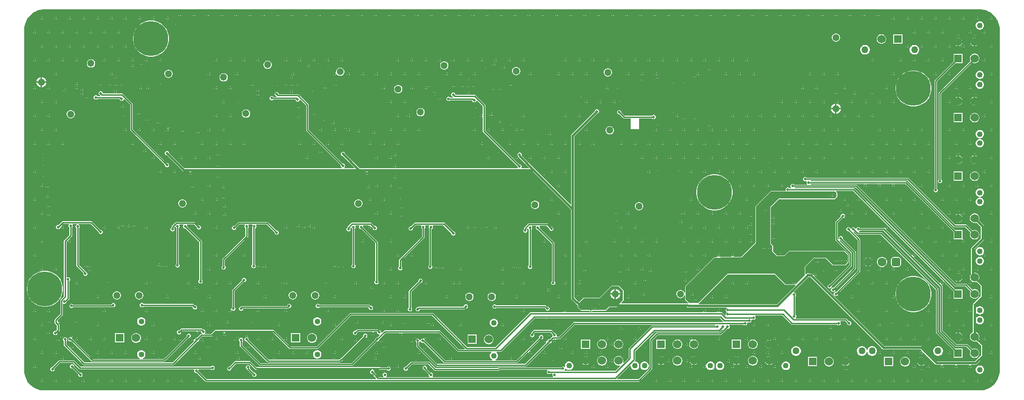
<source format=gbl>
G04*
G04 #@! TF.GenerationSoftware,Altium Limited,Altium Designer,23.11.1 (41)*
G04*
G04 Layer_Physical_Order=4*
G04 Layer_Color=16711680*
%FSLAX25Y25*%
%MOIN*%
G70*
G04*
G04 #@! TF.SameCoordinates,C18E11E6-2F2A-4DEC-BC48-3546B0B1B692*
G04*
G04*
G04 #@! TF.FilePolarity,Positive*
G04*
G01*
G75*
%ADD12C,0.01000*%
%ADD89C,0.01500*%
%ADD90C,0.25000*%
%ADD91C,0.05118*%
%ADD92C,0.01450*%
%ADD93C,0.04016*%
%ADD94C,0.06024*%
%ADD95R,0.05833X0.05833*%
%ADD96C,0.05000*%
%ADD97R,0.05833X0.05833*%
%ADD98C,0.06299*%
G04:AMPARAMS|DCode=99|XSize=62.99mil|YSize=62.99mil|CornerRadius=15.75mil|HoleSize=0mil|Usage=FLASHONLY|Rotation=180.000|XOffset=0mil|YOffset=0mil|HoleType=Round|Shape=RoundedRectangle|*
%AMROUNDEDRECTD99*
21,1,0.06299,0.03150,0,0,180.0*
21,1,0.03150,0.06299,0,0,180.0*
1,1,0.03150,-0.01575,0.01575*
1,1,0.03150,0.01575,0.01575*
1,1,0.03150,0.01575,-0.01575*
1,1,0.03150,-0.01575,-0.01575*
%
%ADD99ROUNDEDRECTD99*%
%ADD100C,0.02000*%
G36*
X804776Y455954D02*
X806573Y455473D01*
X808293Y454760D01*
X809904Y453830D01*
X811381Y452697D01*
X812697Y451381D01*
X813830Y449904D01*
X814760Y448293D01*
X815473Y446573D01*
X815954Y444776D01*
X816197Y442931D01*
Y442000D01*
X816197Y197000D01*
Y196070D01*
X815954Y194224D01*
X815473Y192427D01*
X814760Y190707D01*
X813830Y189095D01*
X812697Y187619D01*
X811381Y186303D01*
X809904Y185170D01*
X808293Y184240D01*
X806573Y183527D01*
X804776Y183046D01*
X802931Y182803D01*
X802000Y182803D01*
X132000Y182803D01*
X131070Y182803D01*
X129224Y183046D01*
X127427Y183528D01*
X125707Y184240D01*
X124095Y185170D01*
X122619Y186303D01*
X121303Y187619D01*
X120170Y189096D01*
X119240Y190707D01*
X118527Y192427D01*
X118046Y194224D01*
X117803Y196070D01*
Y197000D01*
X117803Y442000D01*
Y442931D01*
X118046Y444776D01*
X118527Y446573D01*
X119239Y448293D01*
X120170Y449904D01*
X121303Y451381D01*
X122619Y452697D01*
X124095Y453830D01*
X125707Y454760D01*
X127427Y455473D01*
X129224Y455954D01*
X131069Y456197D01*
X132000Y456197D01*
X802000Y456197D01*
X802931D01*
X804776Y455954D01*
D02*
G37*
%LPC*%
G36*
X729500Y453375D02*
Y453000D01*
X729875D01*
X729848Y453066D01*
X729566Y453348D01*
X729500Y453375D01*
D02*
G37*
G36*
X728500D02*
X728434Y453348D01*
X728152Y453066D01*
X728125Y453000D01*
X728500D01*
Y453375D01*
D02*
G37*
G36*
X719500D02*
Y453000D01*
X719875D01*
X719848Y453066D01*
X719566Y453348D01*
X719500Y453375D01*
D02*
G37*
G36*
X718500D02*
X718434Y453348D01*
X718152Y453066D01*
X718125Y453000D01*
X718500D01*
Y453375D01*
D02*
G37*
G36*
X709500D02*
Y453000D01*
X709875D01*
X709848Y453066D01*
X709566Y453348D01*
X709500Y453375D01*
D02*
G37*
G36*
X708500D02*
X708434Y453348D01*
X708152Y453066D01*
X708125Y453000D01*
X708500D01*
Y453375D01*
D02*
G37*
G36*
X699500D02*
Y453000D01*
X699875D01*
X699848Y453066D01*
X699566Y453348D01*
X699500Y453375D01*
D02*
G37*
G36*
X698500D02*
X698434Y453348D01*
X698152Y453066D01*
X698125Y453000D01*
X698500D01*
Y453375D01*
D02*
G37*
G36*
X689500D02*
Y453000D01*
X689875D01*
X689848Y453066D01*
X689566Y453348D01*
X689500Y453375D01*
D02*
G37*
G36*
X688500D02*
X688434Y453348D01*
X688152Y453066D01*
X688125Y453000D01*
X688500D01*
Y453375D01*
D02*
G37*
G36*
X679500D02*
Y453000D01*
X679875D01*
X679848Y453066D01*
X679566Y453348D01*
X679500Y453375D01*
D02*
G37*
G36*
X678500D02*
X678434Y453348D01*
X678152Y453066D01*
X678125Y453000D01*
X678500D01*
Y453375D01*
D02*
G37*
G36*
X669500D02*
Y453000D01*
X669875D01*
X669848Y453066D01*
X669566Y453348D01*
X669500Y453375D01*
D02*
G37*
G36*
X668500D02*
X668434Y453348D01*
X668152Y453066D01*
X668125Y453000D01*
X668500D01*
Y453375D01*
D02*
G37*
G36*
X659500D02*
Y453000D01*
X659875D01*
X659848Y453066D01*
X659566Y453348D01*
X659500Y453375D01*
D02*
G37*
G36*
X658500D02*
X658434Y453348D01*
X658152Y453066D01*
X658125Y453000D01*
X658500D01*
Y453375D01*
D02*
G37*
G36*
X649500D02*
Y453000D01*
X649875D01*
X649848Y453066D01*
X649566Y453348D01*
X649500Y453375D01*
D02*
G37*
G36*
X648500D02*
X648434Y453348D01*
X648152Y453066D01*
X648125Y453000D01*
X648500D01*
Y453375D01*
D02*
G37*
G36*
X639500D02*
Y453000D01*
X639875D01*
X639848Y453066D01*
X639566Y453348D01*
X639500Y453375D01*
D02*
G37*
G36*
X638500D02*
X638434Y453348D01*
X638152Y453066D01*
X638125Y453000D01*
X638500D01*
Y453375D01*
D02*
G37*
G36*
X629500D02*
Y453000D01*
X629875D01*
X629848Y453066D01*
X629566Y453348D01*
X629500Y453375D01*
D02*
G37*
G36*
X628500D02*
X628434Y453348D01*
X628152Y453066D01*
X628125Y453000D01*
X628500D01*
Y453375D01*
D02*
G37*
G36*
X619500D02*
Y453000D01*
X619875D01*
X619848Y453066D01*
X619566Y453348D01*
X619500Y453375D01*
D02*
G37*
G36*
X618500D02*
X618434Y453348D01*
X618152Y453066D01*
X618125Y453000D01*
X618500D01*
Y453375D01*
D02*
G37*
G36*
X609500D02*
Y453000D01*
X609875D01*
X609848Y453066D01*
X609566Y453348D01*
X609500Y453375D01*
D02*
G37*
G36*
X608500D02*
X608434Y453348D01*
X608152Y453066D01*
X608125Y453000D01*
X608500D01*
Y453375D01*
D02*
G37*
G36*
X599500D02*
Y453000D01*
X599875D01*
X599848Y453066D01*
X599566Y453348D01*
X599500Y453375D01*
D02*
G37*
G36*
X598500D02*
X598434Y453348D01*
X598152Y453066D01*
X598125Y453000D01*
X598500D01*
Y453375D01*
D02*
G37*
G36*
X589500D02*
Y453000D01*
X589875D01*
X589848Y453066D01*
X589566Y453348D01*
X589500Y453375D01*
D02*
G37*
G36*
X588500D02*
X588434Y453348D01*
X588152Y453066D01*
X588125Y453000D01*
X588500D01*
Y453375D01*
D02*
G37*
G36*
X579500D02*
Y453000D01*
X579875D01*
X579848Y453066D01*
X579566Y453348D01*
X579500Y453375D01*
D02*
G37*
G36*
X578500D02*
X578434Y453348D01*
X578152Y453066D01*
X578125Y453000D01*
X578500D01*
Y453375D01*
D02*
G37*
G36*
X569500D02*
Y453000D01*
X569875D01*
X569848Y453066D01*
X569566Y453348D01*
X569500Y453375D01*
D02*
G37*
G36*
X568500D02*
X568434Y453348D01*
X568152Y453066D01*
X568125Y453000D01*
X568500D01*
Y453375D01*
D02*
G37*
G36*
X559500D02*
Y453000D01*
X559875D01*
X559848Y453066D01*
X559566Y453348D01*
X559500Y453375D01*
D02*
G37*
G36*
X558500D02*
X558434Y453348D01*
X558152Y453066D01*
X558125Y453000D01*
X558500D01*
Y453375D01*
D02*
G37*
G36*
X549500D02*
Y453000D01*
X549875D01*
X549848Y453066D01*
X549566Y453348D01*
X549500Y453375D01*
D02*
G37*
G36*
X548500D02*
X548434Y453348D01*
X548152Y453066D01*
X548125Y453000D01*
X548500D01*
Y453375D01*
D02*
G37*
G36*
X539500D02*
Y453000D01*
X539875D01*
X539848Y453066D01*
X539566Y453348D01*
X539500Y453375D01*
D02*
G37*
G36*
X538500D02*
X538434Y453348D01*
X538152Y453066D01*
X538125Y453000D01*
X538500D01*
Y453375D01*
D02*
G37*
G36*
X529500D02*
Y453000D01*
X529875D01*
X529848Y453066D01*
X529566Y453348D01*
X529500Y453375D01*
D02*
G37*
G36*
X528500D02*
X528434Y453348D01*
X528152Y453066D01*
X528125Y453000D01*
X528500D01*
Y453375D01*
D02*
G37*
G36*
X519500D02*
Y453000D01*
X519875D01*
X519848Y453066D01*
X519566Y453348D01*
X519500Y453375D01*
D02*
G37*
G36*
X518500D02*
X518434Y453348D01*
X518152Y453066D01*
X518125Y453000D01*
X518500D01*
Y453375D01*
D02*
G37*
G36*
X509500D02*
Y453000D01*
X509875D01*
X509848Y453066D01*
X509566Y453348D01*
X509500Y453375D01*
D02*
G37*
G36*
X508500D02*
X508434Y453348D01*
X508152Y453066D01*
X508125Y453000D01*
X508500D01*
Y453375D01*
D02*
G37*
G36*
X499500D02*
Y453000D01*
X499875D01*
X499848Y453066D01*
X499566Y453348D01*
X499500Y453375D01*
D02*
G37*
G36*
X498500D02*
X498434Y453348D01*
X498152Y453066D01*
X498125Y453000D01*
X498500D01*
Y453375D01*
D02*
G37*
G36*
X489500D02*
Y453000D01*
X489875D01*
X489848Y453066D01*
X489566Y453348D01*
X489500Y453375D01*
D02*
G37*
G36*
X488500D02*
X488434Y453348D01*
X488152Y453066D01*
X488125Y453000D01*
X488500D01*
Y453375D01*
D02*
G37*
G36*
X479500D02*
Y453000D01*
X479875D01*
X479848Y453066D01*
X479566Y453348D01*
X479500Y453375D01*
D02*
G37*
G36*
X478500D02*
X478434Y453348D01*
X478152Y453066D01*
X478125Y453000D01*
X478500D01*
Y453375D01*
D02*
G37*
G36*
X469500D02*
Y453000D01*
X469875D01*
X469848Y453066D01*
X469566Y453348D01*
X469500Y453375D01*
D02*
G37*
G36*
X468500D02*
X468434Y453348D01*
X468152Y453066D01*
X468125Y453000D01*
X468500D01*
Y453375D01*
D02*
G37*
G36*
X459500D02*
Y453000D01*
X459875D01*
X459848Y453066D01*
X459566Y453348D01*
X459500Y453375D01*
D02*
G37*
G36*
X458500D02*
X458434Y453348D01*
X458152Y453066D01*
X458125Y453000D01*
X458500D01*
Y453375D01*
D02*
G37*
G36*
X449500D02*
Y453000D01*
X449875D01*
X449848Y453066D01*
X449566Y453348D01*
X449500Y453375D01*
D02*
G37*
G36*
X448500D02*
X448434Y453348D01*
X448152Y453066D01*
X448125Y453000D01*
X448500D01*
Y453375D01*
D02*
G37*
G36*
X439500D02*
Y453000D01*
X439875D01*
X439848Y453066D01*
X439566Y453348D01*
X439500Y453375D01*
D02*
G37*
G36*
X438500D02*
X438434Y453348D01*
X438152Y453066D01*
X438125Y453000D01*
X438500D01*
Y453375D01*
D02*
G37*
G36*
X429500D02*
Y453000D01*
X429875D01*
X429848Y453066D01*
X429566Y453348D01*
X429500Y453375D01*
D02*
G37*
G36*
X428500D02*
X428434Y453348D01*
X428152Y453066D01*
X428125Y453000D01*
X428500D01*
Y453375D01*
D02*
G37*
G36*
X419500D02*
Y453000D01*
X419875D01*
X419848Y453066D01*
X419566Y453348D01*
X419500Y453375D01*
D02*
G37*
G36*
X418500D02*
X418434Y453348D01*
X418152Y453066D01*
X418125Y453000D01*
X418500D01*
Y453375D01*
D02*
G37*
G36*
X409500D02*
Y453000D01*
X409875D01*
X409848Y453066D01*
X409566Y453348D01*
X409500Y453375D01*
D02*
G37*
G36*
X408500D02*
X408434Y453348D01*
X408152Y453066D01*
X408125Y453000D01*
X408500D01*
Y453375D01*
D02*
G37*
G36*
X399500D02*
Y453000D01*
X399875D01*
X399848Y453066D01*
X399566Y453348D01*
X399500Y453375D01*
D02*
G37*
G36*
X398500D02*
X398434Y453348D01*
X398152Y453066D01*
X398125Y453000D01*
X398500D01*
Y453375D01*
D02*
G37*
G36*
X389500D02*
Y453000D01*
X389875D01*
X389848Y453066D01*
X389566Y453348D01*
X389500Y453375D01*
D02*
G37*
G36*
X388500D02*
X388434Y453348D01*
X388152Y453066D01*
X388125Y453000D01*
X388500D01*
Y453375D01*
D02*
G37*
G36*
X379500D02*
Y453000D01*
X379875D01*
X379848Y453066D01*
X379566Y453348D01*
X379500Y453375D01*
D02*
G37*
G36*
X378500D02*
X378434Y453348D01*
X378152Y453066D01*
X378125Y453000D01*
X378500D01*
Y453375D01*
D02*
G37*
G36*
X369500D02*
Y453000D01*
X369875D01*
X369848Y453066D01*
X369566Y453348D01*
X369500Y453375D01*
D02*
G37*
G36*
X368500D02*
X368434Y453348D01*
X368152Y453066D01*
X368125Y453000D01*
X368500D01*
Y453375D01*
D02*
G37*
G36*
X359500D02*
Y453000D01*
X359875D01*
X359848Y453066D01*
X359566Y453348D01*
X359500Y453375D01*
D02*
G37*
G36*
X358500D02*
X358434Y453348D01*
X358152Y453066D01*
X358125Y453000D01*
X358500D01*
Y453375D01*
D02*
G37*
G36*
X349500D02*
Y453000D01*
X349875D01*
X349848Y453066D01*
X349566Y453348D01*
X349500Y453375D01*
D02*
G37*
G36*
X348500D02*
X348434Y453348D01*
X348152Y453066D01*
X348125Y453000D01*
X348500D01*
Y453375D01*
D02*
G37*
G36*
X339500D02*
Y453000D01*
X339875D01*
X339848Y453066D01*
X339566Y453348D01*
X339500Y453375D01*
D02*
G37*
G36*
X338500D02*
X338434Y453348D01*
X338152Y453066D01*
X338125Y453000D01*
X338500D01*
Y453375D01*
D02*
G37*
G36*
X329500D02*
Y453000D01*
X329875D01*
X329848Y453066D01*
X329566Y453348D01*
X329500Y453375D01*
D02*
G37*
G36*
X328500D02*
X328434Y453348D01*
X328152Y453066D01*
X328125Y453000D01*
X328500D01*
Y453375D01*
D02*
G37*
G36*
X319500D02*
Y453000D01*
X319875D01*
X319848Y453066D01*
X319566Y453348D01*
X319500Y453375D01*
D02*
G37*
G36*
X318500D02*
X318434Y453348D01*
X318152Y453066D01*
X318125Y453000D01*
X318500D01*
Y453375D01*
D02*
G37*
G36*
X309500D02*
Y453000D01*
X309875D01*
X309848Y453066D01*
X309566Y453348D01*
X309500Y453375D01*
D02*
G37*
G36*
X308500D02*
X308434Y453348D01*
X308152Y453066D01*
X308125Y453000D01*
X308500D01*
Y453375D01*
D02*
G37*
G36*
X299500D02*
Y453000D01*
X299875D01*
X299848Y453066D01*
X299566Y453348D01*
X299500Y453375D01*
D02*
G37*
G36*
X298500D02*
X298434Y453348D01*
X298152Y453066D01*
X298125Y453000D01*
X298500D01*
Y453375D01*
D02*
G37*
G36*
X289500D02*
Y453000D01*
X289875D01*
X289848Y453066D01*
X289566Y453348D01*
X289500Y453375D01*
D02*
G37*
G36*
X288500D02*
X288434Y453348D01*
X288152Y453066D01*
X288125Y453000D01*
X288500D01*
Y453375D01*
D02*
G37*
G36*
X279500D02*
Y453000D01*
X279875D01*
X279848Y453066D01*
X279566Y453348D01*
X279500Y453375D01*
D02*
G37*
G36*
X278500D02*
X278434Y453348D01*
X278152Y453066D01*
X278125Y453000D01*
X278500D01*
Y453375D01*
D02*
G37*
G36*
X269500D02*
Y453000D01*
X269875D01*
X269848Y453066D01*
X269566Y453348D01*
X269500Y453375D01*
D02*
G37*
G36*
X268500D02*
X268434Y453348D01*
X268152Y453066D01*
X268125Y453000D01*
X268500D01*
Y453375D01*
D02*
G37*
G36*
X259500D02*
Y453000D01*
X259875D01*
X259848Y453066D01*
X259566Y453348D01*
X259500Y453375D01*
D02*
G37*
G36*
X258500D02*
X258434Y453348D01*
X258152Y453066D01*
X258125Y453000D01*
X258500D01*
Y453375D01*
D02*
G37*
G36*
X249500D02*
Y453000D01*
X249875D01*
X249848Y453066D01*
X249566Y453348D01*
X249500Y453375D01*
D02*
G37*
G36*
X248500D02*
X248434Y453348D01*
X248152Y453066D01*
X248125Y453000D01*
X248500D01*
Y453375D01*
D02*
G37*
G36*
X239500D02*
Y453000D01*
X239875D01*
X239848Y453066D01*
X239566Y453348D01*
X239500Y453375D01*
D02*
G37*
G36*
X238500D02*
X238434Y453348D01*
X238152Y453066D01*
X238125Y453000D01*
X238500D01*
Y453375D01*
D02*
G37*
G36*
X229500D02*
Y453000D01*
X229875D01*
X229848Y453066D01*
X229566Y453348D01*
X229500Y453375D01*
D02*
G37*
G36*
X228500D02*
X228434Y453348D01*
X228152Y453066D01*
X228125Y453000D01*
X228500D01*
Y453375D01*
D02*
G37*
G36*
X729875Y452000D02*
X729500D01*
Y451625D01*
X729566Y451652D01*
X729848Y451934D01*
X729875Y452000D01*
D02*
G37*
G36*
X728500D02*
X728125D01*
X728152Y451934D01*
X728434Y451652D01*
X728500Y451625D01*
Y452000D01*
D02*
G37*
G36*
X719875D02*
X719500D01*
Y451625D01*
X719566Y451652D01*
X719848Y451934D01*
X719875Y452000D01*
D02*
G37*
G36*
X718500D02*
X718125D01*
X718152Y451934D01*
X718434Y451652D01*
X718500Y451625D01*
Y452000D01*
D02*
G37*
G36*
X709875D02*
X709500D01*
Y451625D01*
X709566Y451652D01*
X709848Y451934D01*
X709875Y452000D01*
D02*
G37*
G36*
X708500D02*
X708125D01*
X708152Y451934D01*
X708434Y451652D01*
X708500Y451625D01*
Y452000D01*
D02*
G37*
G36*
X699875D02*
X699500D01*
Y451625D01*
X699566Y451652D01*
X699848Y451934D01*
X699875Y452000D01*
D02*
G37*
G36*
X698500D02*
X698125D01*
X698152Y451934D01*
X698434Y451652D01*
X698500Y451625D01*
Y452000D01*
D02*
G37*
G36*
X689875D02*
X689500D01*
Y451625D01*
X689566Y451652D01*
X689848Y451934D01*
X689875Y452000D01*
D02*
G37*
G36*
X688500D02*
X688125D01*
X688152Y451934D01*
X688434Y451652D01*
X688500Y451625D01*
Y452000D01*
D02*
G37*
G36*
X679875D02*
X679500D01*
Y451625D01*
X679566Y451652D01*
X679848Y451934D01*
X679875Y452000D01*
D02*
G37*
G36*
X678500D02*
X678125D01*
X678152Y451934D01*
X678434Y451652D01*
X678500Y451625D01*
Y452000D01*
D02*
G37*
G36*
X669875D02*
X669500D01*
Y451625D01*
X669566Y451652D01*
X669848Y451934D01*
X669875Y452000D01*
D02*
G37*
G36*
X668500D02*
X668125D01*
X668152Y451934D01*
X668434Y451652D01*
X668500Y451625D01*
Y452000D01*
D02*
G37*
G36*
X659875D02*
X659500D01*
Y451625D01*
X659566Y451652D01*
X659848Y451934D01*
X659875Y452000D01*
D02*
G37*
G36*
X658500D02*
X658125D01*
X658152Y451934D01*
X658434Y451652D01*
X658500Y451625D01*
Y452000D01*
D02*
G37*
G36*
X649875D02*
X649500D01*
Y451625D01*
X649566Y451652D01*
X649848Y451934D01*
X649875Y452000D01*
D02*
G37*
G36*
X648500D02*
X648125D01*
X648152Y451934D01*
X648434Y451652D01*
X648500Y451625D01*
Y452000D01*
D02*
G37*
G36*
X639875D02*
X639500D01*
Y451625D01*
X639566Y451652D01*
X639848Y451934D01*
X639875Y452000D01*
D02*
G37*
G36*
X638500D02*
X638125D01*
X638152Y451934D01*
X638434Y451652D01*
X638500Y451625D01*
Y452000D01*
D02*
G37*
G36*
X629875D02*
X629500D01*
Y451625D01*
X629566Y451652D01*
X629848Y451934D01*
X629875Y452000D01*
D02*
G37*
G36*
X628500D02*
X628125D01*
X628152Y451934D01*
X628434Y451652D01*
X628500Y451625D01*
Y452000D01*
D02*
G37*
G36*
X619875D02*
X619500D01*
Y451625D01*
X619566Y451652D01*
X619848Y451934D01*
X619875Y452000D01*
D02*
G37*
G36*
X618500D02*
X618125D01*
X618152Y451934D01*
X618434Y451652D01*
X618500Y451625D01*
Y452000D01*
D02*
G37*
G36*
X609875D02*
X609500D01*
Y451625D01*
X609566Y451652D01*
X609848Y451934D01*
X609875Y452000D01*
D02*
G37*
G36*
X608500D02*
X608125D01*
X608152Y451934D01*
X608434Y451652D01*
X608500Y451625D01*
Y452000D01*
D02*
G37*
G36*
X599875D02*
X599500D01*
Y451625D01*
X599566Y451652D01*
X599848Y451934D01*
X599875Y452000D01*
D02*
G37*
G36*
X598500D02*
X598125D01*
X598152Y451934D01*
X598434Y451652D01*
X598500Y451625D01*
Y452000D01*
D02*
G37*
G36*
X589875D02*
X589500D01*
Y451625D01*
X589566Y451652D01*
X589848Y451934D01*
X589875Y452000D01*
D02*
G37*
G36*
X588500D02*
X588125D01*
X588152Y451934D01*
X588434Y451652D01*
X588500Y451625D01*
Y452000D01*
D02*
G37*
G36*
X579875D02*
X579500D01*
Y451625D01*
X579566Y451652D01*
X579848Y451934D01*
X579875Y452000D01*
D02*
G37*
G36*
X578500D02*
X578125D01*
X578152Y451934D01*
X578434Y451652D01*
X578500Y451625D01*
Y452000D01*
D02*
G37*
G36*
X569875D02*
X569500D01*
Y451625D01*
X569566Y451652D01*
X569848Y451934D01*
X569875Y452000D01*
D02*
G37*
G36*
X568500D02*
X568125D01*
X568152Y451934D01*
X568434Y451652D01*
X568500Y451625D01*
Y452000D01*
D02*
G37*
G36*
X559875D02*
X559500D01*
Y451625D01*
X559566Y451652D01*
X559848Y451934D01*
X559875Y452000D01*
D02*
G37*
G36*
X558500D02*
X558125D01*
X558152Y451934D01*
X558434Y451652D01*
X558500Y451625D01*
Y452000D01*
D02*
G37*
G36*
X549875D02*
X549500D01*
Y451625D01*
X549566Y451652D01*
X549848Y451934D01*
X549875Y452000D01*
D02*
G37*
G36*
X548500D02*
X548125D01*
X548152Y451934D01*
X548434Y451652D01*
X548500Y451625D01*
Y452000D01*
D02*
G37*
G36*
X539875D02*
X539500D01*
Y451625D01*
X539566Y451652D01*
X539848Y451934D01*
X539875Y452000D01*
D02*
G37*
G36*
X538500D02*
X538125D01*
X538152Y451934D01*
X538434Y451652D01*
X538500Y451625D01*
Y452000D01*
D02*
G37*
G36*
X529875D02*
X529500D01*
Y451625D01*
X529566Y451652D01*
X529848Y451934D01*
X529875Y452000D01*
D02*
G37*
G36*
X528500D02*
X528125D01*
X528152Y451934D01*
X528434Y451652D01*
X528500Y451625D01*
Y452000D01*
D02*
G37*
G36*
X519875D02*
X519500D01*
Y451625D01*
X519566Y451652D01*
X519848Y451934D01*
X519875Y452000D01*
D02*
G37*
G36*
X518500D02*
X518125D01*
X518152Y451934D01*
X518434Y451652D01*
X518500Y451625D01*
Y452000D01*
D02*
G37*
G36*
X509875D02*
X509500D01*
Y451625D01*
X509566Y451652D01*
X509848Y451934D01*
X509875Y452000D01*
D02*
G37*
G36*
X508500D02*
X508125D01*
X508152Y451934D01*
X508434Y451652D01*
X508500Y451625D01*
Y452000D01*
D02*
G37*
G36*
X499875D02*
X499500D01*
Y451625D01*
X499566Y451652D01*
X499848Y451934D01*
X499875Y452000D01*
D02*
G37*
G36*
X498500D02*
X498125D01*
X498152Y451934D01*
X498434Y451652D01*
X498500Y451625D01*
Y452000D01*
D02*
G37*
G36*
X489875D02*
X489500D01*
Y451625D01*
X489566Y451652D01*
X489848Y451934D01*
X489875Y452000D01*
D02*
G37*
G36*
X488500D02*
X488125D01*
X488152Y451934D01*
X488434Y451652D01*
X488500Y451625D01*
Y452000D01*
D02*
G37*
G36*
X479875D02*
X479500D01*
Y451625D01*
X479566Y451652D01*
X479848Y451934D01*
X479875Y452000D01*
D02*
G37*
G36*
X478500D02*
X478125D01*
X478152Y451934D01*
X478434Y451652D01*
X478500Y451625D01*
Y452000D01*
D02*
G37*
G36*
X469875D02*
X469500D01*
Y451625D01*
X469566Y451652D01*
X469848Y451934D01*
X469875Y452000D01*
D02*
G37*
G36*
X468500D02*
X468125D01*
X468152Y451934D01*
X468434Y451652D01*
X468500Y451625D01*
Y452000D01*
D02*
G37*
G36*
X459875D02*
X459500D01*
Y451625D01*
X459566Y451652D01*
X459848Y451934D01*
X459875Y452000D01*
D02*
G37*
G36*
X458500D02*
X458125D01*
X458152Y451934D01*
X458434Y451652D01*
X458500Y451625D01*
Y452000D01*
D02*
G37*
G36*
X449875D02*
X449500D01*
Y451625D01*
X449566Y451652D01*
X449848Y451934D01*
X449875Y452000D01*
D02*
G37*
G36*
X448500D02*
X448125D01*
X448152Y451934D01*
X448434Y451652D01*
X448500Y451625D01*
Y452000D01*
D02*
G37*
G36*
X439875D02*
X439500D01*
Y451625D01*
X439566Y451652D01*
X439848Y451934D01*
X439875Y452000D01*
D02*
G37*
G36*
X438500D02*
X438125D01*
X438152Y451934D01*
X438434Y451652D01*
X438500Y451625D01*
Y452000D01*
D02*
G37*
G36*
X429875D02*
X429500D01*
Y451625D01*
X429566Y451652D01*
X429848Y451934D01*
X429875Y452000D01*
D02*
G37*
G36*
X428500D02*
X428125D01*
X428152Y451934D01*
X428434Y451652D01*
X428500Y451625D01*
Y452000D01*
D02*
G37*
G36*
X419875D02*
X419500D01*
Y451625D01*
X419566Y451652D01*
X419848Y451934D01*
X419875Y452000D01*
D02*
G37*
G36*
X418500D02*
X418125D01*
X418152Y451934D01*
X418434Y451652D01*
X418500Y451625D01*
Y452000D01*
D02*
G37*
G36*
X409875D02*
X409500D01*
Y451625D01*
X409566Y451652D01*
X409848Y451934D01*
X409875Y452000D01*
D02*
G37*
G36*
X408500D02*
X408125D01*
X408152Y451934D01*
X408434Y451652D01*
X408500Y451625D01*
Y452000D01*
D02*
G37*
G36*
X399875D02*
X399500D01*
Y451625D01*
X399566Y451652D01*
X399848Y451934D01*
X399875Y452000D01*
D02*
G37*
G36*
X398500D02*
X398125D01*
X398152Y451934D01*
X398434Y451652D01*
X398500Y451625D01*
Y452000D01*
D02*
G37*
G36*
X389875D02*
X389500D01*
Y451625D01*
X389566Y451652D01*
X389848Y451934D01*
X389875Y452000D01*
D02*
G37*
G36*
X388500D02*
X388125D01*
X388152Y451934D01*
X388434Y451652D01*
X388500Y451625D01*
Y452000D01*
D02*
G37*
G36*
X379875D02*
X379500D01*
Y451625D01*
X379566Y451652D01*
X379848Y451934D01*
X379875Y452000D01*
D02*
G37*
G36*
X378500D02*
X378125D01*
X378152Y451934D01*
X378434Y451652D01*
X378500Y451625D01*
Y452000D01*
D02*
G37*
G36*
X369875D02*
X369500D01*
Y451625D01*
X369566Y451652D01*
X369848Y451934D01*
X369875Y452000D01*
D02*
G37*
G36*
X368500D02*
X368125D01*
X368152Y451934D01*
X368434Y451652D01*
X368500Y451625D01*
Y452000D01*
D02*
G37*
G36*
X359875D02*
X359500D01*
Y451625D01*
X359566Y451652D01*
X359848Y451934D01*
X359875Y452000D01*
D02*
G37*
G36*
X358500D02*
X358125D01*
X358152Y451934D01*
X358434Y451652D01*
X358500Y451625D01*
Y452000D01*
D02*
G37*
G36*
X349875D02*
X349500D01*
Y451625D01*
X349566Y451652D01*
X349848Y451934D01*
X349875Y452000D01*
D02*
G37*
G36*
X348500D02*
X348125D01*
X348152Y451934D01*
X348434Y451652D01*
X348500Y451625D01*
Y452000D01*
D02*
G37*
G36*
X339875D02*
X339500D01*
Y451625D01*
X339566Y451652D01*
X339848Y451934D01*
X339875Y452000D01*
D02*
G37*
G36*
X338500D02*
X338125D01*
X338152Y451934D01*
X338434Y451652D01*
X338500Y451625D01*
Y452000D01*
D02*
G37*
G36*
X329875D02*
X329500D01*
Y451625D01*
X329566Y451652D01*
X329848Y451934D01*
X329875Y452000D01*
D02*
G37*
G36*
X328500D02*
X328125D01*
X328152Y451934D01*
X328434Y451652D01*
X328500Y451625D01*
Y452000D01*
D02*
G37*
G36*
X319875D02*
X319500D01*
Y451625D01*
X319566Y451652D01*
X319848Y451934D01*
X319875Y452000D01*
D02*
G37*
G36*
X318500D02*
X318125D01*
X318152Y451934D01*
X318434Y451652D01*
X318500Y451625D01*
Y452000D01*
D02*
G37*
G36*
X309875D02*
X309500D01*
Y451625D01*
X309566Y451652D01*
X309848Y451934D01*
X309875Y452000D01*
D02*
G37*
G36*
X308500D02*
X308125D01*
X308152Y451934D01*
X308434Y451652D01*
X308500Y451625D01*
Y452000D01*
D02*
G37*
G36*
X299875D02*
X299500D01*
Y451625D01*
X299566Y451652D01*
X299848Y451934D01*
X299875Y452000D01*
D02*
G37*
G36*
X298500D02*
X298125D01*
X298152Y451934D01*
X298434Y451652D01*
X298500Y451625D01*
Y452000D01*
D02*
G37*
G36*
X289875D02*
X289500D01*
Y451625D01*
X289566Y451652D01*
X289848Y451934D01*
X289875Y452000D01*
D02*
G37*
G36*
X288500D02*
X288125D01*
X288152Y451934D01*
X288434Y451652D01*
X288500Y451625D01*
Y452000D01*
D02*
G37*
G36*
X279875D02*
X279500D01*
Y451625D01*
X279566Y451652D01*
X279848Y451934D01*
X279875Y452000D01*
D02*
G37*
G36*
X278500D02*
X278125D01*
X278152Y451934D01*
X278434Y451652D01*
X278500Y451625D01*
Y452000D01*
D02*
G37*
G36*
X269875D02*
X269500D01*
Y451625D01*
X269566Y451652D01*
X269848Y451934D01*
X269875Y452000D01*
D02*
G37*
G36*
X268500D02*
X268125D01*
X268152Y451934D01*
X268434Y451652D01*
X268500Y451625D01*
Y452000D01*
D02*
G37*
G36*
X259875D02*
X259500D01*
Y451625D01*
X259566Y451652D01*
X259848Y451934D01*
X259875Y452000D01*
D02*
G37*
G36*
X258500D02*
X258125D01*
X258152Y451934D01*
X258434Y451652D01*
X258500Y451625D01*
Y452000D01*
D02*
G37*
G36*
X249875D02*
X249500D01*
Y451625D01*
X249566Y451652D01*
X249848Y451934D01*
X249875Y452000D01*
D02*
G37*
G36*
X248500D02*
X248125D01*
X248152Y451934D01*
X248434Y451652D01*
X248500Y451625D01*
Y452000D01*
D02*
G37*
G36*
X239875D02*
X239500D01*
Y451625D01*
X239566Y451652D01*
X239848Y451934D01*
X239875Y452000D01*
D02*
G37*
G36*
X238500D02*
X238125D01*
X238152Y451934D01*
X238434Y451652D01*
X238500Y451625D01*
Y452000D01*
D02*
G37*
G36*
X229875D02*
X229500D01*
Y451625D01*
X229566Y451652D01*
X229848Y451934D01*
X229875Y452000D01*
D02*
G37*
G36*
X228500D02*
X228125D01*
X228152Y451934D01*
X228434Y451652D01*
X228500Y451625D01*
Y452000D01*
D02*
G37*
G36*
X810500Y450875D02*
Y450500D01*
X810875D01*
X810848Y450566D01*
X810566Y450848D01*
X810500Y450875D01*
D02*
G37*
G36*
X809500D02*
X809434Y450848D01*
X809152Y450566D01*
X809125Y450500D01*
X809500D01*
Y450875D01*
D02*
G37*
G36*
X800500D02*
Y450500D01*
X800875D01*
X800848Y450566D01*
X800566Y450848D01*
X800500Y450875D01*
D02*
G37*
G36*
X799500D02*
X799434Y450848D01*
X799152Y450566D01*
X799125Y450500D01*
X799500D01*
Y450875D01*
D02*
G37*
G36*
X790500D02*
Y450500D01*
X790875D01*
X790848Y450566D01*
X790566Y450848D01*
X790500Y450875D01*
D02*
G37*
G36*
X789500D02*
X789434Y450848D01*
X789152Y450566D01*
X789125Y450500D01*
X789500D01*
Y450875D01*
D02*
G37*
G36*
X780500D02*
Y450500D01*
X780875D01*
X780848Y450566D01*
X780566Y450848D01*
X780500Y450875D01*
D02*
G37*
G36*
X779500D02*
X779434Y450848D01*
X779152Y450566D01*
X779125Y450500D01*
X779500D01*
Y450875D01*
D02*
G37*
G36*
X770500D02*
Y450500D01*
X770875D01*
X770848Y450566D01*
X770566Y450848D01*
X770500Y450875D01*
D02*
G37*
G36*
X769500D02*
X769434Y450848D01*
X769152Y450566D01*
X769125Y450500D01*
X769500D01*
Y450875D01*
D02*
G37*
G36*
X760500D02*
Y450500D01*
X760875D01*
X760848Y450566D01*
X760566Y450848D01*
X760500Y450875D01*
D02*
G37*
G36*
X759500D02*
X759434Y450848D01*
X759152Y450566D01*
X759125Y450500D01*
X759500D01*
Y450875D01*
D02*
G37*
G36*
X750500D02*
Y450500D01*
X750875D01*
X750848Y450566D01*
X750566Y450848D01*
X750500Y450875D01*
D02*
G37*
G36*
X749500D02*
X749434Y450848D01*
X749152Y450566D01*
X749125Y450500D01*
X749500D01*
Y450875D01*
D02*
G37*
G36*
X740500D02*
Y450500D01*
X740875D01*
X740848Y450566D01*
X740566Y450848D01*
X740500Y450875D01*
D02*
G37*
G36*
X739500D02*
X739434Y450848D01*
X739152Y450566D01*
X739125Y450500D01*
X739500D01*
Y450875D01*
D02*
G37*
G36*
X220500D02*
Y450500D01*
X220875D01*
X220848Y450566D01*
X220566Y450848D01*
X220500Y450875D01*
D02*
G37*
G36*
X219500D02*
X219434Y450848D01*
X219152Y450566D01*
X219125Y450500D01*
X219500D01*
Y450875D01*
D02*
G37*
G36*
X210500D02*
Y450500D01*
X210875D01*
X210848Y450566D01*
X210566Y450848D01*
X210500Y450875D01*
D02*
G37*
G36*
X209500D02*
X209434Y450848D01*
X209152Y450566D01*
X209125Y450500D01*
X209500D01*
Y450875D01*
D02*
G37*
G36*
X200500D02*
Y450500D01*
X200875D01*
X200848Y450566D01*
X200567Y450848D01*
X200500Y450875D01*
D02*
G37*
G36*
X199500D02*
X199434Y450848D01*
X199152Y450566D01*
X199125Y450500D01*
X199500D01*
Y450875D01*
D02*
G37*
G36*
X190500D02*
Y450500D01*
X190875D01*
X190848Y450566D01*
X190567Y450848D01*
X190500Y450875D01*
D02*
G37*
G36*
X189500D02*
X189434Y450848D01*
X189152Y450566D01*
X189125Y450500D01*
X189500D01*
Y450875D01*
D02*
G37*
G36*
X180500D02*
Y450500D01*
X180875D01*
X180848Y450566D01*
X180567Y450848D01*
X180500Y450875D01*
D02*
G37*
G36*
X179500D02*
X179434Y450848D01*
X179152Y450566D01*
X179125Y450500D01*
X179500D01*
Y450875D01*
D02*
G37*
G36*
X170500D02*
Y450500D01*
X170875D01*
X170848Y450566D01*
X170566Y450848D01*
X170500Y450875D01*
D02*
G37*
G36*
X169500D02*
X169433Y450848D01*
X169152Y450566D01*
X169125Y450500D01*
X169500D01*
Y450875D01*
D02*
G37*
G36*
X160500D02*
Y450500D01*
X160875D01*
X160848Y450566D01*
X160566Y450848D01*
X160500Y450875D01*
D02*
G37*
G36*
X159500D02*
X159433Y450848D01*
X159152Y450566D01*
X159125Y450500D01*
X159500D01*
Y450875D01*
D02*
G37*
G36*
X150500D02*
Y450500D01*
X150875D01*
X150848Y450566D01*
X150566Y450848D01*
X150500Y450875D01*
D02*
G37*
G36*
X149500D02*
X149434Y450848D01*
X149152Y450566D01*
X149125Y450500D01*
X149500D01*
Y450875D01*
D02*
G37*
G36*
X140500D02*
Y450500D01*
X140875D01*
X140848Y450566D01*
X140567Y450848D01*
X140500Y450875D01*
D02*
G37*
G36*
X139500D02*
X139434Y450848D01*
X139152Y450566D01*
X139125Y450500D01*
X139500D01*
Y450875D01*
D02*
G37*
G36*
X130500D02*
Y450500D01*
X130875D01*
X130848Y450566D01*
X130567Y450848D01*
X130500Y450875D01*
D02*
G37*
G36*
X129500D02*
X129434Y450848D01*
X129152Y450566D01*
X129125Y450500D01*
X129500D01*
Y450875D01*
D02*
G37*
G36*
X810875Y449500D02*
X810500D01*
Y449125D01*
X810566Y449152D01*
X810848Y449434D01*
X810875Y449500D01*
D02*
G37*
G36*
X809500D02*
X809125D01*
X809152Y449434D01*
X809434Y449152D01*
X809500Y449125D01*
Y449500D01*
D02*
G37*
G36*
X800875D02*
X800500D01*
Y449125D01*
X800566Y449152D01*
X800848Y449434D01*
X800875Y449500D01*
D02*
G37*
G36*
X799500D02*
X799125D01*
X799152Y449434D01*
X799434Y449152D01*
X799500Y449125D01*
Y449500D01*
D02*
G37*
G36*
X790875D02*
X790500D01*
Y449125D01*
X790566Y449152D01*
X790848Y449434D01*
X790875Y449500D01*
D02*
G37*
G36*
X789500D02*
X789125D01*
X789152Y449434D01*
X789434Y449152D01*
X789500Y449125D01*
Y449500D01*
D02*
G37*
G36*
X780875D02*
X780500D01*
Y449125D01*
X780566Y449152D01*
X780848Y449434D01*
X780875Y449500D01*
D02*
G37*
G36*
X779500D02*
X779125D01*
X779152Y449434D01*
X779434Y449152D01*
X779500Y449125D01*
Y449500D01*
D02*
G37*
G36*
X770875D02*
X770500D01*
Y449125D01*
X770566Y449152D01*
X770848Y449434D01*
X770875Y449500D01*
D02*
G37*
G36*
X769500D02*
X769125D01*
X769152Y449434D01*
X769434Y449152D01*
X769500Y449125D01*
Y449500D01*
D02*
G37*
G36*
X760875D02*
X760500D01*
Y449125D01*
X760566Y449152D01*
X760848Y449434D01*
X760875Y449500D01*
D02*
G37*
G36*
X759500D02*
X759125D01*
X759152Y449434D01*
X759434Y449152D01*
X759500Y449125D01*
Y449500D01*
D02*
G37*
G36*
X750875D02*
X750500D01*
Y449125D01*
X750566Y449152D01*
X750848Y449434D01*
X750875Y449500D01*
D02*
G37*
G36*
X749500D02*
X749125D01*
X749152Y449434D01*
X749434Y449152D01*
X749500Y449125D01*
Y449500D01*
D02*
G37*
G36*
X740875D02*
X740500D01*
Y449125D01*
X740566Y449152D01*
X740848Y449434D01*
X740875Y449500D01*
D02*
G37*
G36*
X739500D02*
X739125D01*
X739152Y449434D01*
X739434Y449152D01*
X739500Y449125D01*
Y449500D01*
D02*
G37*
G36*
X220875D02*
X220500D01*
Y449125D01*
X220566Y449152D01*
X220848Y449434D01*
X220875Y449500D01*
D02*
G37*
G36*
X219500D02*
X219125D01*
X219152Y449434D01*
X219434Y449152D01*
X219500Y449125D01*
Y449500D01*
D02*
G37*
G36*
X210875D02*
X210500D01*
Y449125D01*
X210566Y449152D01*
X210848Y449434D01*
X210875Y449500D01*
D02*
G37*
G36*
X209500D02*
X209125D01*
X209152Y449434D01*
X209434Y449152D01*
X209500Y449125D01*
Y449500D01*
D02*
G37*
G36*
X200875D02*
X200500D01*
Y449125D01*
X200567Y449152D01*
X200848Y449434D01*
X200875Y449500D01*
D02*
G37*
G36*
X199500D02*
X199125D01*
X199152Y449434D01*
X199434Y449152D01*
X199500Y449125D01*
Y449500D01*
D02*
G37*
G36*
X190875D02*
X190500D01*
Y449125D01*
X190567Y449152D01*
X190848Y449434D01*
X190875Y449500D01*
D02*
G37*
G36*
X189500D02*
X189125D01*
X189152Y449434D01*
X189434Y449152D01*
X189500Y449125D01*
Y449500D01*
D02*
G37*
G36*
X180875D02*
X180500D01*
Y449125D01*
X180567Y449152D01*
X180848Y449434D01*
X180875Y449500D01*
D02*
G37*
G36*
X179500D02*
X179125D01*
X179152Y449434D01*
X179434Y449152D01*
X179500Y449125D01*
Y449500D01*
D02*
G37*
G36*
X170875D02*
X170500D01*
Y449125D01*
X170566Y449152D01*
X170848Y449434D01*
X170875Y449500D01*
D02*
G37*
G36*
X169500D02*
X169125D01*
X169152Y449434D01*
X169433Y449152D01*
X169500Y449125D01*
Y449500D01*
D02*
G37*
G36*
X160875D02*
X160500D01*
Y449125D01*
X160566Y449152D01*
X160848Y449434D01*
X160875Y449500D01*
D02*
G37*
G36*
X159500D02*
X159125D01*
X159152Y449434D01*
X159433Y449152D01*
X159500Y449125D01*
Y449500D01*
D02*
G37*
G36*
X150875D02*
X150500D01*
Y449125D01*
X150566Y449152D01*
X150848Y449434D01*
X150875Y449500D01*
D02*
G37*
G36*
X149500D02*
X149125D01*
X149152Y449434D01*
X149434Y449152D01*
X149500Y449125D01*
Y449500D01*
D02*
G37*
G36*
X140875D02*
X140500D01*
Y449125D01*
X140567Y449152D01*
X140848Y449434D01*
X140875Y449500D01*
D02*
G37*
G36*
X139500D02*
X139125D01*
X139152Y449434D01*
X139434Y449152D01*
X139500Y449125D01*
Y449500D01*
D02*
G37*
G36*
X130875D02*
X130500D01*
Y449125D01*
X130567Y449152D01*
X130848Y449434D01*
X130875Y449500D01*
D02*
G37*
G36*
X129500D02*
X129125D01*
X129152Y449434D01*
X129434Y449152D01*
X129500Y449125D01*
Y449500D01*
D02*
G37*
G36*
X226000Y446875D02*
Y446500D01*
X226375D01*
X226348Y446566D01*
X226066Y446848D01*
X226000Y446875D01*
D02*
G37*
G36*
X225000D02*
X224934Y446848D01*
X224652Y446566D01*
X224625Y446500D01*
X225000D01*
Y446875D01*
D02*
G37*
G36*
X226375Y445500D02*
X226000D01*
Y445125D01*
X226066Y445152D01*
X226348Y445434D01*
X226375Y445500D01*
D02*
G37*
G36*
X225000D02*
X224625D01*
X224652Y445434D01*
X224934Y445152D01*
X225000Y445125D01*
Y445500D01*
D02*
G37*
G36*
X802406Y447709D02*
X801618D01*
X800857Y447505D01*
X800175Y447111D01*
X799618Y446554D01*
X799224Y445872D01*
X799020Y445111D01*
Y444323D01*
X799224Y443562D01*
X799618Y442880D01*
X800175Y442323D01*
X800857Y441929D01*
X801618Y441725D01*
X802406D01*
X803167Y441929D01*
X803849Y442323D01*
X804406Y442880D01*
X804800Y443562D01*
X805004Y444323D01*
Y445111D01*
X804800Y445872D01*
X804406Y446554D01*
X803849Y447111D01*
X803167Y447505D01*
X802406Y447709D01*
D02*
G37*
G36*
X805500Y440875D02*
Y440500D01*
X805875D01*
X805848Y440566D01*
X805566Y440848D01*
X805500Y440875D01*
D02*
G37*
G36*
X804500D02*
X804434Y440848D01*
X804152Y440566D01*
X804125Y440500D01*
X804500D01*
Y440875D01*
D02*
G37*
G36*
X795500D02*
Y440500D01*
X795875D01*
X795848Y440566D01*
X795566Y440848D01*
X795500Y440875D01*
D02*
G37*
G36*
X794500D02*
X794434Y440848D01*
X794152Y440566D01*
X794125Y440500D01*
X794500D01*
Y440875D01*
D02*
G37*
G36*
X775500D02*
Y440500D01*
X775875D01*
X775848Y440566D01*
X775566Y440848D01*
X775500Y440875D01*
D02*
G37*
G36*
X774500D02*
X774434Y440848D01*
X774152Y440566D01*
X774125Y440500D01*
X774500D01*
Y440875D01*
D02*
G37*
G36*
X765500D02*
Y440500D01*
X765875D01*
X765848Y440566D01*
X765566Y440848D01*
X765500Y440875D01*
D02*
G37*
G36*
X764500D02*
X764434Y440848D01*
X764152Y440566D01*
X764125Y440500D01*
X764500D01*
Y440875D01*
D02*
G37*
G36*
X755500D02*
Y440500D01*
X755875D01*
X755848Y440566D01*
X755566Y440848D01*
X755500Y440875D01*
D02*
G37*
G36*
X754500D02*
X754434Y440848D01*
X754152Y440566D01*
X754125Y440500D01*
X754500D01*
Y440875D01*
D02*
G37*
G36*
X185500D02*
Y440500D01*
X185875D01*
X185848Y440566D01*
X185566Y440848D01*
X185500Y440875D01*
D02*
G37*
G36*
X184500D02*
X184433Y440848D01*
X184152Y440566D01*
X184125Y440500D01*
X184500D01*
Y440875D01*
D02*
G37*
G36*
X175500D02*
Y440500D01*
X175875D01*
X175848Y440566D01*
X175566Y440848D01*
X175500Y440875D01*
D02*
G37*
G36*
X174500D02*
X174434Y440848D01*
X174152Y440566D01*
X174125Y440500D01*
X174500D01*
Y440875D01*
D02*
G37*
G36*
X165500D02*
Y440500D01*
X165875D01*
X165848Y440566D01*
X165567Y440848D01*
X165500Y440875D01*
D02*
G37*
G36*
X164500D02*
X164434Y440848D01*
X164152Y440566D01*
X164125Y440500D01*
X164500D01*
Y440875D01*
D02*
G37*
G36*
X155500D02*
Y440500D01*
X155875D01*
X155848Y440566D01*
X155567Y440848D01*
X155500Y440875D01*
D02*
G37*
G36*
X154500D02*
X154434Y440848D01*
X154152Y440566D01*
X154125Y440500D01*
X154500D01*
Y440875D01*
D02*
G37*
G36*
X145500D02*
Y440500D01*
X145875D01*
X145848Y440566D01*
X145566Y440848D01*
X145500Y440875D01*
D02*
G37*
G36*
X144500D02*
X144433Y440848D01*
X144152Y440566D01*
X144125Y440500D01*
X144500D01*
Y440875D01*
D02*
G37*
G36*
X135500D02*
Y440500D01*
X135875D01*
X135848Y440566D01*
X135566Y440848D01*
X135500Y440875D01*
D02*
G37*
G36*
X134500D02*
X134433Y440848D01*
X134152Y440566D01*
X134125Y440500D01*
X134500D01*
Y440875D01*
D02*
G37*
G36*
X125500D02*
Y440500D01*
X125875D01*
X125848Y440566D01*
X125566Y440848D01*
X125500Y440875D01*
D02*
G37*
G36*
X124500D02*
X124434Y440848D01*
X124152Y440566D01*
X124125Y440500D01*
X124500D01*
Y440875D01*
D02*
G37*
G36*
X805875Y439500D02*
X805500D01*
Y439125D01*
X805566Y439152D01*
X805848Y439434D01*
X805875Y439500D01*
D02*
G37*
G36*
X804500D02*
X804125D01*
X804152Y439434D01*
X804434Y439152D01*
X804500Y439125D01*
Y439500D01*
D02*
G37*
G36*
X795875D02*
X795500D01*
Y439125D01*
X795566Y439152D01*
X795848Y439434D01*
X795875Y439500D01*
D02*
G37*
G36*
X794500D02*
X794125D01*
X794152Y439434D01*
X794434Y439152D01*
X794500Y439125D01*
Y439500D01*
D02*
G37*
G36*
X775875D02*
X775500D01*
Y439125D01*
X775566Y439152D01*
X775848Y439434D01*
X775875Y439500D01*
D02*
G37*
G36*
X774500D02*
X774125D01*
X774152Y439434D01*
X774434Y439152D01*
X774500Y439125D01*
Y439500D01*
D02*
G37*
G36*
X765875D02*
X765500D01*
Y439125D01*
X765566Y439152D01*
X765848Y439434D01*
X765875Y439500D01*
D02*
G37*
G36*
X764500D02*
X764125D01*
X764152Y439434D01*
X764434Y439152D01*
X764500Y439125D01*
Y439500D01*
D02*
G37*
G36*
X755875D02*
X755500D01*
Y439125D01*
X755566Y439152D01*
X755848Y439434D01*
X755875Y439500D01*
D02*
G37*
G36*
X754500D02*
X754125D01*
X754152Y439434D01*
X754434Y439152D01*
X754500Y439125D01*
Y439500D01*
D02*
G37*
G36*
X185875D02*
X185500D01*
Y439125D01*
X185566Y439152D01*
X185848Y439434D01*
X185875Y439500D01*
D02*
G37*
G36*
X184500D02*
X184125D01*
X184152Y439434D01*
X184433Y439152D01*
X184500Y439125D01*
Y439500D01*
D02*
G37*
G36*
X175875D02*
X175500D01*
Y439125D01*
X175566Y439152D01*
X175848Y439434D01*
X175875Y439500D01*
D02*
G37*
G36*
X174500D02*
X174125D01*
X174152Y439434D01*
X174434Y439152D01*
X174500Y439125D01*
Y439500D01*
D02*
G37*
G36*
X165875D02*
X165500D01*
Y439125D01*
X165567Y439152D01*
X165848Y439434D01*
X165875Y439500D01*
D02*
G37*
G36*
X164500D02*
X164125D01*
X164152Y439434D01*
X164434Y439152D01*
X164500Y439125D01*
Y439500D01*
D02*
G37*
G36*
X155875D02*
X155500D01*
Y439125D01*
X155567Y439152D01*
X155848Y439434D01*
X155875Y439500D01*
D02*
G37*
G36*
X154500D02*
X154125D01*
X154152Y439434D01*
X154434Y439152D01*
X154500Y439125D01*
Y439500D01*
D02*
G37*
G36*
X145875D02*
X145500D01*
Y439125D01*
X145566Y439152D01*
X145848Y439434D01*
X145875Y439500D01*
D02*
G37*
G36*
X144500D02*
X144125D01*
X144152Y439434D01*
X144433Y439152D01*
X144500Y439125D01*
Y439500D01*
D02*
G37*
G36*
X135875D02*
X135500D01*
Y439125D01*
X135566Y439152D01*
X135848Y439434D01*
X135875Y439500D01*
D02*
G37*
G36*
X134500D02*
X134125D01*
X134152Y439434D01*
X134433Y439152D01*
X134500Y439125D01*
Y439500D01*
D02*
G37*
G36*
X125875D02*
X125500D01*
Y439125D01*
X125566Y439152D01*
X125848Y439434D01*
X125875Y439500D01*
D02*
G37*
G36*
X124500D02*
X124125D01*
X124152Y439434D01*
X124434Y439152D01*
X124500Y439125D01*
Y439500D01*
D02*
G37*
G36*
X799000Y439375D02*
Y439000D01*
X799375D01*
X799348Y439066D01*
X799066Y439348D01*
X799000Y439375D01*
D02*
G37*
G36*
X798000D02*
X797934Y439348D01*
X797652Y439066D01*
X797625Y439000D01*
X798000D01*
Y439375D01*
D02*
G37*
G36*
X787000D02*
Y439000D01*
X787375D01*
X787348Y439066D01*
X787066Y439348D01*
X787000Y439375D01*
D02*
G37*
G36*
X786000D02*
X785934Y439348D01*
X785652Y439066D01*
X785625Y439000D01*
X786000D01*
Y439375D01*
D02*
G37*
G36*
X799375Y438000D02*
X799000D01*
Y437625D01*
X799066Y437652D01*
X799348Y437934D01*
X799375Y438000D01*
D02*
G37*
G36*
X798000D02*
X797625D01*
X797652Y437934D01*
X797934Y437652D01*
X798000Y437625D01*
Y438000D01*
D02*
G37*
G36*
X787375D02*
X787000D01*
Y437625D01*
X787066Y437652D01*
X787348Y437934D01*
X787375Y438000D01*
D02*
G37*
G36*
X786000D02*
X785625D01*
X785652Y437934D01*
X785934Y437652D01*
X786000Y437625D01*
Y438000D01*
D02*
G37*
G36*
X798811Y435890D02*
Y433406D01*
X801295D01*
X801118Y434069D01*
X800721Y434755D01*
X800160Y435316D01*
X799474Y435713D01*
X798811Y435890D01*
D02*
G37*
G36*
X797811Y435890D02*
X797148Y435713D01*
X796462Y435316D01*
X795901Y434755D01*
X795504Y434069D01*
X795327Y433406D01*
X797811D01*
Y435890D01*
D02*
G37*
G36*
X787000Y435890D02*
Y433406D01*
X789484D01*
X789307Y434069D01*
X788910Y434755D01*
X788349Y435316D01*
X787663Y435713D01*
X787000Y435890D01*
D02*
G37*
G36*
X786000D02*
X785337Y435713D01*
X784651Y435316D01*
X784090Y434755D01*
X783693Y434069D01*
X783516Y433406D01*
X786000D01*
Y435890D01*
D02*
G37*
G36*
X699390Y438959D02*
X698610D01*
X697858Y438757D01*
X697183Y438368D01*
X696632Y437817D01*
X696243Y437142D01*
X696041Y436390D01*
Y435610D01*
X696243Y434858D01*
X696632Y434183D01*
X697183Y433632D01*
X697858Y433243D01*
X698610Y433041D01*
X699390D01*
X700142Y433243D01*
X700817Y433632D01*
X701368Y434183D01*
X701757Y434858D01*
X701959Y435610D01*
Y436390D01*
X701757Y437142D01*
X701368Y437817D01*
X700817Y438368D01*
X700142Y438757D01*
X699390Y438959D01*
D02*
G37*
G36*
X746722Y438316D02*
X740090D01*
Y431684D01*
X746722D01*
Y438316D01*
D02*
G37*
G36*
X732043Y438412D02*
X731145D01*
X730277Y438179D01*
X729499Y437730D01*
X728864Y437095D01*
X728414Y436317D01*
X728182Y435449D01*
Y434551D01*
X728414Y433683D01*
X728864Y432905D01*
X729499Y432270D01*
X730277Y431820D01*
X731145Y431588D01*
X732043D01*
X732911Y431820D01*
X733689Y432270D01*
X734324Y432905D01*
X734773Y433683D01*
X735006Y434551D01*
Y435449D01*
X734773Y436317D01*
X734324Y437095D01*
X733689Y437730D01*
X732911Y438179D01*
X732043Y438412D01*
D02*
G37*
G36*
X810500Y430875D02*
Y430500D01*
X810875D01*
X810848Y430566D01*
X810566Y430848D01*
X810500Y430875D01*
D02*
G37*
G36*
X809500D02*
X809434Y430848D01*
X809152Y430566D01*
X809125Y430500D01*
X809500D01*
Y430875D01*
D02*
G37*
G36*
X790500D02*
Y430500D01*
X790875D01*
X790848Y430566D01*
X790566Y430848D01*
X790500Y430875D01*
D02*
G37*
G36*
X789500D02*
X789434Y430848D01*
X789152Y430566D01*
X789125Y430500D01*
X789500D01*
Y430875D01*
D02*
G37*
G36*
X780500D02*
Y430500D01*
X780875D01*
X780848Y430566D01*
X780566Y430848D01*
X780500Y430875D01*
D02*
G37*
G36*
X779500D02*
X779434Y430848D01*
X779152Y430566D01*
X779125Y430500D01*
X779500D01*
Y430875D01*
D02*
G37*
G36*
X770500D02*
Y430500D01*
X770875D01*
X770848Y430566D01*
X770566Y430848D01*
X770500Y430875D01*
D02*
G37*
G36*
X769500D02*
X769434Y430848D01*
X769152Y430566D01*
X769125Y430500D01*
X769500D01*
Y430875D01*
D02*
G37*
G36*
X760500D02*
Y430500D01*
X760875D01*
X760848Y430566D01*
X760566Y430848D01*
X760500Y430875D01*
D02*
G37*
G36*
X759500D02*
X759434Y430848D01*
X759152Y430566D01*
X759125Y430500D01*
X759500D01*
Y430875D01*
D02*
G37*
G36*
X750500D02*
Y430500D01*
X750875D01*
X750848Y430566D01*
X750566Y430848D01*
X750500Y430875D01*
D02*
G37*
G36*
X749500D02*
X749434Y430848D01*
X749152Y430566D01*
X749125Y430500D01*
X749500D01*
Y430875D01*
D02*
G37*
G36*
X190500D02*
Y430500D01*
X190875D01*
X190848Y430566D01*
X190567Y430848D01*
X190500Y430875D01*
D02*
G37*
G36*
X189500D02*
X189434Y430848D01*
X189152Y430566D01*
X189125Y430500D01*
X189500D01*
Y430875D01*
D02*
G37*
G36*
X180500D02*
Y430500D01*
X180875D01*
X180848Y430566D01*
X180567Y430848D01*
X180500Y430875D01*
D02*
G37*
G36*
X179500D02*
X179434Y430848D01*
X179152Y430566D01*
X179125Y430500D01*
X179500D01*
Y430875D01*
D02*
G37*
G36*
X170500D02*
Y430500D01*
X170875D01*
X170848Y430566D01*
X170566Y430848D01*
X170500Y430875D01*
D02*
G37*
G36*
X169500D02*
X169433Y430848D01*
X169152Y430566D01*
X169125Y430500D01*
X169500D01*
Y430875D01*
D02*
G37*
G36*
X160500D02*
Y430500D01*
X160875D01*
X160848Y430566D01*
X160566Y430848D01*
X160500Y430875D01*
D02*
G37*
G36*
X159500D02*
X159433Y430848D01*
X159152Y430566D01*
X159125Y430500D01*
X159500D01*
Y430875D01*
D02*
G37*
G36*
X150500D02*
Y430500D01*
X150875D01*
X150848Y430566D01*
X150566Y430848D01*
X150500Y430875D01*
D02*
G37*
G36*
X149500D02*
X149434Y430848D01*
X149152Y430566D01*
X149125Y430500D01*
X149500D01*
Y430875D01*
D02*
G37*
G36*
X140500D02*
Y430500D01*
X140875D01*
X140848Y430566D01*
X140567Y430848D01*
X140500Y430875D01*
D02*
G37*
G36*
X139500D02*
X139434Y430848D01*
X139152Y430566D01*
X139125Y430500D01*
X139500D01*
Y430875D01*
D02*
G37*
G36*
X130500D02*
Y430500D01*
X130875D01*
X130848Y430566D01*
X130567Y430848D01*
X130500Y430875D01*
D02*
G37*
G36*
X129500D02*
X129434Y430848D01*
X129152Y430566D01*
X129125Y430500D01*
X129500D01*
Y430875D01*
D02*
G37*
G36*
X801295Y432406D02*
X798811D01*
Y429922D01*
X799474Y430099D01*
X800160Y430496D01*
X800721Y431057D01*
X801118Y431743D01*
X801295Y432406D01*
D02*
G37*
G36*
X789484Y432406D02*
X787000D01*
Y429922D01*
X787663Y430099D01*
X788349Y430496D01*
X788910Y431057D01*
X789307Y431743D01*
X789484Y432406D01*
D02*
G37*
G36*
X786000D02*
X783516D01*
X783693Y431743D01*
X784090Y431057D01*
X784651Y430496D01*
X785337Y430099D01*
X786000Y429922D01*
Y432406D01*
D02*
G37*
G36*
X797811Y432406D02*
X795327D01*
X795504Y431743D01*
X795901Y431057D01*
X796462Y430496D01*
X797148Y430099D01*
X797811Y429922D01*
Y432406D01*
D02*
G37*
G36*
X810875Y429500D02*
X810500D01*
Y429125D01*
X810566Y429152D01*
X810848Y429434D01*
X810875Y429500D01*
D02*
G37*
G36*
X809500D02*
X809125D01*
X809152Y429434D01*
X809434Y429152D01*
X809500Y429125D01*
Y429500D01*
D02*
G37*
G36*
X790875D02*
X790500D01*
Y429125D01*
X790566Y429152D01*
X790848Y429434D01*
X790875Y429500D01*
D02*
G37*
G36*
X789500D02*
X789125D01*
X789152Y429434D01*
X789434Y429152D01*
X789500Y429125D01*
Y429500D01*
D02*
G37*
G36*
X780875D02*
X780500D01*
Y429125D01*
X780566Y429152D01*
X780848Y429434D01*
X780875Y429500D01*
D02*
G37*
G36*
X779500D02*
X779125D01*
X779152Y429434D01*
X779434Y429152D01*
X779500Y429125D01*
Y429500D01*
D02*
G37*
G36*
X770875D02*
X770500D01*
Y429125D01*
X770566Y429152D01*
X770848Y429434D01*
X770875Y429500D01*
D02*
G37*
G36*
X769500D02*
X769125D01*
X769152Y429434D01*
X769434Y429152D01*
X769500Y429125D01*
Y429500D01*
D02*
G37*
G36*
X760875D02*
X760500D01*
Y429125D01*
X760566Y429152D01*
X760848Y429434D01*
X760875Y429500D01*
D02*
G37*
G36*
X759500D02*
X759125D01*
X759152Y429434D01*
X759434Y429152D01*
X759500Y429125D01*
Y429500D01*
D02*
G37*
G36*
X750875D02*
X750500D01*
Y429125D01*
X750566Y429152D01*
X750848Y429434D01*
X750875Y429500D01*
D02*
G37*
G36*
X749500D02*
X749125D01*
X749152Y429434D01*
X749434Y429152D01*
X749500Y429125D01*
Y429500D01*
D02*
G37*
G36*
X190875D02*
X190500D01*
Y429125D01*
X190567Y429152D01*
X190848Y429434D01*
X190875Y429500D01*
D02*
G37*
G36*
X189500D02*
X189125D01*
X189152Y429434D01*
X189434Y429152D01*
X189500Y429125D01*
Y429500D01*
D02*
G37*
G36*
X180875D02*
X180500D01*
Y429125D01*
X180567Y429152D01*
X180848Y429434D01*
X180875Y429500D01*
D02*
G37*
G36*
X179500D02*
X179125D01*
X179152Y429434D01*
X179434Y429152D01*
X179500Y429125D01*
Y429500D01*
D02*
G37*
G36*
X170875D02*
X170500D01*
Y429125D01*
X170566Y429152D01*
X170848Y429434D01*
X170875Y429500D01*
D02*
G37*
G36*
X169500D02*
X169125D01*
X169152Y429434D01*
X169433Y429152D01*
X169500Y429125D01*
Y429500D01*
D02*
G37*
G36*
X160875D02*
X160500D01*
Y429125D01*
X160566Y429152D01*
X160848Y429434D01*
X160875Y429500D01*
D02*
G37*
G36*
X159500D02*
X159125D01*
X159152Y429434D01*
X159433Y429152D01*
X159500Y429125D01*
Y429500D01*
D02*
G37*
G36*
X150875D02*
X150500D01*
Y429125D01*
X150566Y429152D01*
X150848Y429434D01*
X150875Y429500D01*
D02*
G37*
G36*
X149500D02*
X149125D01*
X149152Y429434D01*
X149434Y429152D01*
X149500Y429125D01*
Y429500D01*
D02*
G37*
G36*
X140875D02*
X140500D01*
Y429125D01*
X140567Y429152D01*
X140848Y429434D01*
X140875Y429500D01*
D02*
G37*
G36*
X139500D02*
X139125D01*
X139152Y429434D01*
X139434Y429152D01*
X139500Y429125D01*
Y429500D01*
D02*
G37*
G36*
X130875D02*
X130500D01*
Y429125D01*
X130567Y429152D01*
X130848Y429434D01*
X130875Y429500D01*
D02*
G37*
G36*
X129500D02*
X129125D01*
X129152Y429434D01*
X129434Y429152D01*
X129500Y429125D01*
Y429500D01*
D02*
G37*
G36*
X755676Y430767D02*
X754758D01*
X753872Y430530D01*
X753078Y430071D01*
X752429Y429422D01*
X751970Y428628D01*
X751733Y427742D01*
Y426824D01*
X751970Y425938D01*
X752429Y425144D01*
X753078Y424495D01*
X753872Y424036D01*
X754758Y423799D01*
X755676D01*
X756562Y424036D01*
X757356Y424495D01*
X758005Y425144D01*
X758464Y425938D01*
X758701Y426824D01*
Y427742D01*
X758464Y428628D01*
X758005Y429422D01*
X757356Y430071D01*
X756562Y430530D01*
X755676Y430767D01*
D02*
G37*
G36*
X720242D02*
X719324D01*
X718438Y430530D01*
X717644Y430071D01*
X716995Y429422D01*
X716536Y428628D01*
X716299Y427742D01*
Y426824D01*
X716536Y425938D01*
X716995Y425144D01*
X717644Y424495D01*
X718438Y424036D01*
X719324Y423799D01*
X720242D01*
X721128Y424036D01*
X721922Y424495D01*
X722571Y425144D01*
X723030Y425938D01*
X723267Y426824D01*
Y427742D01*
X723030Y428628D01*
X722571Y429422D01*
X721922Y430071D01*
X721128Y430530D01*
X720242Y430767D01*
D02*
G37*
G36*
X209515Y448150D02*
X207485D01*
X205479Y447832D01*
X203548Y447205D01*
X201739Y446283D01*
X200096Y445090D01*
X198660Y443654D01*
X197467Y442011D01*
X196545Y440202D01*
X195918Y438271D01*
X195600Y436265D01*
Y434235D01*
X195918Y432229D01*
X196545Y430298D01*
X197467Y428489D01*
X198660Y426846D01*
X200096Y425410D01*
X201739Y424217D01*
X203548Y423295D01*
X205479Y422668D01*
X207485Y422350D01*
X209515D01*
X211521Y422668D01*
X213452Y423295D01*
X215261Y424217D01*
X216904Y425410D01*
X218340Y426846D01*
X219533Y428489D01*
X220455Y430298D01*
X221082Y432229D01*
X221400Y434235D01*
Y436265D01*
X221082Y438271D01*
X220455Y440202D01*
X219533Y442011D01*
X218340Y443654D01*
X216904Y445090D01*
X215261Y446283D01*
X213452Y447205D01*
X211521Y447832D01*
X209515Y448150D01*
D02*
G37*
G36*
X805500Y420875D02*
Y420500D01*
X805875D01*
X805848Y420566D01*
X805566Y420848D01*
X805500Y420875D01*
D02*
G37*
G36*
X804500D02*
X804434Y420848D01*
X804152Y420566D01*
X804125Y420500D01*
X804500D01*
Y420875D01*
D02*
G37*
G36*
X775500D02*
Y420500D01*
X775875D01*
X775848Y420566D01*
X775566Y420848D01*
X775500Y420875D01*
D02*
G37*
G36*
X774500D02*
X774434Y420848D01*
X774152Y420566D01*
X774125Y420500D01*
X774500D01*
Y420875D01*
D02*
G37*
G36*
X765500D02*
Y420500D01*
X765875D01*
X765848Y420566D01*
X765566Y420848D01*
X765500Y420875D01*
D02*
G37*
G36*
X764500D02*
X764434Y420848D01*
X764152Y420566D01*
X764125Y420500D01*
X764500D01*
Y420875D01*
D02*
G37*
G36*
X755500D02*
Y420500D01*
X755875D01*
X755848Y420566D01*
X755566Y420848D01*
X755500Y420875D01*
D02*
G37*
G36*
X754500D02*
X754434Y420848D01*
X754152Y420566D01*
X754125Y420500D01*
X754500D01*
Y420875D01*
D02*
G37*
G36*
X745500D02*
Y420500D01*
X745875D01*
X745848Y420566D01*
X745566Y420848D01*
X745500Y420875D01*
D02*
G37*
G36*
X744500D02*
X744434Y420848D01*
X744152Y420566D01*
X744125Y420500D01*
X744500D01*
Y420875D01*
D02*
G37*
G36*
X725500D02*
Y420500D01*
X725875D01*
X725848Y420566D01*
X725566Y420848D01*
X725500Y420875D01*
D02*
G37*
G36*
X724500D02*
X724434Y420848D01*
X724152Y420566D01*
X724125Y420500D01*
X724500D01*
Y420875D01*
D02*
G37*
G36*
X635500D02*
Y420500D01*
X635875D01*
X635848Y420566D01*
X635566Y420848D01*
X635500Y420875D01*
D02*
G37*
G36*
X634500D02*
X634434Y420848D01*
X634152Y420566D01*
X634125Y420500D01*
X634500D01*
Y420875D01*
D02*
G37*
G36*
X625500D02*
Y420500D01*
X625875D01*
X625848Y420566D01*
X625566Y420848D01*
X625500Y420875D01*
D02*
G37*
G36*
X624500D02*
X624434Y420848D01*
X624152Y420566D01*
X624125Y420500D01*
X624500D01*
Y420875D01*
D02*
G37*
G36*
X615500D02*
Y420500D01*
X615875D01*
X615848Y420566D01*
X615566Y420848D01*
X615500Y420875D01*
D02*
G37*
G36*
X614500D02*
X614434Y420848D01*
X614152Y420566D01*
X614125Y420500D01*
X614500D01*
Y420875D01*
D02*
G37*
G36*
X605500D02*
Y420500D01*
X605875D01*
X605848Y420566D01*
X605566Y420848D01*
X605500Y420875D01*
D02*
G37*
G36*
X604500D02*
X604434Y420848D01*
X604152Y420566D01*
X604125Y420500D01*
X604500D01*
Y420875D01*
D02*
G37*
G36*
X595500D02*
Y420500D01*
X595875D01*
X595848Y420566D01*
X595566Y420848D01*
X595500Y420875D01*
D02*
G37*
G36*
X594500D02*
X594434Y420848D01*
X594152Y420566D01*
X594125Y420500D01*
X594500D01*
Y420875D01*
D02*
G37*
G36*
X585500D02*
Y420500D01*
X585875D01*
X585848Y420566D01*
X585566Y420848D01*
X585500Y420875D01*
D02*
G37*
G36*
X584500D02*
X584434Y420848D01*
X584152Y420566D01*
X584125Y420500D01*
X584500D01*
Y420875D01*
D02*
G37*
G36*
X575500D02*
Y420500D01*
X575875D01*
X575848Y420566D01*
X575566Y420848D01*
X575500Y420875D01*
D02*
G37*
G36*
X574500D02*
X574434Y420848D01*
X574152Y420566D01*
X574125Y420500D01*
X574500D01*
Y420875D01*
D02*
G37*
G36*
X565500D02*
Y420500D01*
X565875D01*
X565848Y420566D01*
X565566Y420848D01*
X565500Y420875D01*
D02*
G37*
G36*
X564500D02*
X564434Y420848D01*
X564152Y420566D01*
X564125Y420500D01*
X564500D01*
Y420875D01*
D02*
G37*
G36*
X555500D02*
Y420500D01*
X555875D01*
X555848Y420566D01*
X555566Y420848D01*
X555500Y420875D01*
D02*
G37*
G36*
X554500D02*
X554434Y420848D01*
X554152Y420566D01*
X554125Y420500D01*
X554500D01*
Y420875D01*
D02*
G37*
G36*
X545500D02*
Y420500D01*
X545875D01*
X545848Y420566D01*
X545566Y420848D01*
X545500Y420875D01*
D02*
G37*
G36*
X544500D02*
X544434Y420848D01*
X544152Y420566D01*
X544125Y420500D01*
X544500D01*
Y420875D01*
D02*
G37*
G36*
X535500D02*
Y420500D01*
X535875D01*
X535848Y420566D01*
X535566Y420848D01*
X535500Y420875D01*
D02*
G37*
G36*
X534500D02*
X534434Y420848D01*
X534152Y420566D01*
X534125Y420500D01*
X534500D01*
Y420875D01*
D02*
G37*
G36*
X525500D02*
Y420500D01*
X525875D01*
X525848Y420566D01*
X525566Y420848D01*
X525500Y420875D01*
D02*
G37*
G36*
X524500D02*
X524434Y420848D01*
X524152Y420566D01*
X524125Y420500D01*
X524500D01*
Y420875D01*
D02*
G37*
G36*
X515500D02*
Y420500D01*
X515875D01*
X515848Y420566D01*
X515566Y420848D01*
X515500Y420875D01*
D02*
G37*
G36*
X514500D02*
X514434Y420848D01*
X514152Y420566D01*
X514125Y420500D01*
X514500D01*
Y420875D01*
D02*
G37*
G36*
X505500D02*
Y420500D01*
X505875D01*
X505848Y420566D01*
X505566Y420848D01*
X505500Y420875D01*
D02*
G37*
G36*
X504500D02*
X504434Y420848D01*
X504152Y420566D01*
X504125Y420500D01*
X504500D01*
Y420875D01*
D02*
G37*
G36*
X475500D02*
Y420500D01*
X475875D01*
X475848Y420566D01*
X475566Y420848D01*
X475500Y420875D01*
D02*
G37*
G36*
X474500D02*
X474434Y420848D01*
X474152Y420566D01*
X474125Y420500D01*
X474500D01*
Y420875D01*
D02*
G37*
G36*
X465500D02*
Y420500D01*
X465875D01*
X465848Y420566D01*
X465566Y420848D01*
X465500Y420875D01*
D02*
G37*
G36*
X464500D02*
X464434Y420848D01*
X464152Y420566D01*
X464125Y420500D01*
X464500D01*
Y420875D01*
D02*
G37*
G36*
X455500D02*
Y420500D01*
X455875D01*
X455848Y420566D01*
X455566Y420848D01*
X455500Y420875D01*
D02*
G37*
G36*
X454500D02*
X454434Y420848D01*
X454152Y420566D01*
X454125Y420500D01*
X454500D01*
Y420875D01*
D02*
G37*
G36*
X445500D02*
Y420500D01*
X445875D01*
X445848Y420566D01*
X445566Y420848D01*
X445500Y420875D01*
D02*
G37*
G36*
X444500D02*
X444434Y420848D01*
X444152Y420566D01*
X444125Y420500D01*
X444500D01*
Y420875D01*
D02*
G37*
G36*
X435500D02*
Y420500D01*
X435875D01*
X435848Y420566D01*
X435566Y420848D01*
X435500Y420875D01*
D02*
G37*
G36*
X434500D02*
X434434Y420848D01*
X434152Y420566D01*
X434125Y420500D01*
X434500D01*
Y420875D01*
D02*
G37*
G36*
X425500D02*
Y420500D01*
X425875D01*
X425848Y420566D01*
X425566Y420848D01*
X425500Y420875D01*
D02*
G37*
G36*
X424500D02*
X424434Y420848D01*
X424152Y420566D01*
X424125Y420500D01*
X424500D01*
Y420875D01*
D02*
G37*
G36*
X415500D02*
Y420500D01*
X415875D01*
X415848Y420566D01*
X415566Y420848D01*
X415500Y420875D01*
D02*
G37*
G36*
X414500D02*
X414434Y420848D01*
X414152Y420566D01*
X414125Y420500D01*
X414500D01*
Y420875D01*
D02*
G37*
G36*
X405500D02*
Y420500D01*
X405875D01*
X405848Y420566D01*
X405566Y420848D01*
X405500Y420875D01*
D02*
G37*
G36*
X404500D02*
X404434Y420848D01*
X404152Y420566D01*
X404125Y420500D01*
X404500D01*
Y420875D01*
D02*
G37*
G36*
X395500D02*
Y420500D01*
X395875D01*
X395848Y420566D01*
X395566Y420848D01*
X395500Y420875D01*
D02*
G37*
G36*
X394500D02*
X394434Y420848D01*
X394152Y420566D01*
X394125Y420500D01*
X394500D01*
Y420875D01*
D02*
G37*
G36*
X385500D02*
Y420500D01*
X385875D01*
X385848Y420566D01*
X385566Y420848D01*
X385500Y420875D01*
D02*
G37*
G36*
X384500D02*
X384434Y420848D01*
X384152Y420566D01*
X384125Y420500D01*
X384500D01*
Y420875D01*
D02*
G37*
G36*
X345500D02*
Y420500D01*
X345875D01*
X345848Y420566D01*
X345566Y420848D01*
X345500Y420875D01*
D02*
G37*
G36*
X344500D02*
X344434Y420848D01*
X344152Y420566D01*
X344125Y420500D01*
X344500D01*
Y420875D01*
D02*
G37*
G36*
X335500D02*
Y420500D01*
X335875D01*
X335848Y420566D01*
X335566Y420848D01*
X335500Y420875D01*
D02*
G37*
G36*
X334500D02*
X334434Y420848D01*
X334152Y420566D01*
X334125Y420500D01*
X334500D01*
Y420875D01*
D02*
G37*
G36*
X325500D02*
Y420500D01*
X325875D01*
X325848Y420566D01*
X325566Y420848D01*
X325500Y420875D01*
D02*
G37*
G36*
X324500D02*
X324434Y420848D01*
X324152Y420566D01*
X324125Y420500D01*
X324500D01*
Y420875D01*
D02*
G37*
G36*
X315500D02*
Y420500D01*
X315875D01*
X315848Y420566D01*
X315566Y420848D01*
X315500Y420875D01*
D02*
G37*
G36*
X314500D02*
X314434Y420848D01*
X314152Y420566D01*
X314125Y420500D01*
X314500D01*
Y420875D01*
D02*
G37*
G36*
X305500D02*
Y420500D01*
X305875D01*
X305848Y420566D01*
X305566Y420848D01*
X305500Y420875D01*
D02*
G37*
G36*
X304500D02*
X304434Y420848D01*
X304152Y420566D01*
X304125Y420500D01*
X304500D01*
Y420875D01*
D02*
G37*
G36*
X285500D02*
Y420500D01*
X285875D01*
X285848Y420566D01*
X285566Y420848D01*
X285500Y420875D01*
D02*
G37*
G36*
X284500D02*
X284434Y420848D01*
X284152Y420566D01*
X284125Y420500D01*
X284500D01*
Y420875D01*
D02*
G37*
G36*
X275500D02*
Y420500D01*
X275875D01*
X275848Y420566D01*
X275566Y420848D01*
X275500Y420875D01*
D02*
G37*
G36*
X274500D02*
X274434Y420848D01*
X274152Y420566D01*
X274125Y420500D01*
X274500D01*
Y420875D01*
D02*
G37*
G36*
X265500D02*
Y420500D01*
X265875D01*
X265848Y420566D01*
X265566Y420848D01*
X265500Y420875D01*
D02*
G37*
G36*
X264500D02*
X264434Y420848D01*
X264152Y420566D01*
X264125Y420500D01*
X264500D01*
Y420875D01*
D02*
G37*
G36*
X255500D02*
Y420500D01*
X255875D01*
X255848Y420566D01*
X255566Y420848D01*
X255500Y420875D01*
D02*
G37*
G36*
X254500D02*
X254434Y420848D01*
X254152Y420566D01*
X254125Y420500D01*
X254500D01*
Y420875D01*
D02*
G37*
G36*
X215500D02*
Y420500D01*
X215875D01*
X215848Y420566D01*
X215566Y420848D01*
X215500Y420875D01*
D02*
G37*
G36*
X214500D02*
X214434Y420848D01*
X214152Y420566D01*
X214125Y420500D01*
X214500D01*
Y420875D01*
D02*
G37*
G36*
X205500D02*
Y420500D01*
X205875D01*
X205848Y420566D01*
X205566Y420848D01*
X205500Y420875D01*
D02*
G37*
G36*
X204500D02*
X204433Y420848D01*
X204152Y420566D01*
X204125Y420500D01*
X204500D01*
Y420875D01*
D02*
G37*
G36*
X195500D02*
Y420500D01*
X195875D01*
X195848Y420566D01*
X195566Y420848D01*
X195500Y420875D01*
D02*
G37*
G36*
X194500D02*
X194433Y420848D01*
X194152Y420566D01*
X194125Y420500D01*
X194500D01*
Y420875D01*
D02*
G37*
G36*
X185500D02*
Y420500D01*
X185875D01*
X185848Y420566D01*
X185566Y420848D01*
X185500Y420875D01*
D02*
G37*
G36*
X184500D02*
X184433Y420848D01*
X184152Y420566D01*
X184125Y420500D01*
X184500D01*
Y420875D01*
D02*
G37*
G36*
X175500D02*
Y420500D01*
X175875D01*
X175848Y420566D01*
X175566Y420848D01*
X175500Y420875D01*
D02*
G37*
G36*
X174500D02*
X174434Y420848D01*
X174152Y420566D01*
X174125Y420500D01*
X174500D01*
Y420875D01*
D02*
G37*
G36*
X155500D02*
Y420500D01*
X155875D01*
X155848Y420566D01*
X155567Y420848D01*
X155500Y420875D01*
D02*
G37*
G36*
X154500D02*
X154434Y420848D01*
X154152Y420566D01*
X154125Y420500D01*
X154500D01*
Y420875D01*
D02*
G37*
G36*
X145500D02*
Y420500D01*
X145875D01*
X145848Y420566D01*
X145566Y420848D01*
X145500Y420875D01*
D02*
G37*
G36*
X144500D02*
X144433Y420848D01*
X144152Y420566D01*
X144125Y420500D01*
X144500D01*
Y420875D01*
D02*
G37*
G36*
X135500D02*
Y420500D01*
X135875D01*
X135848Y420566D01*
X135566Y420848D01*
X135500Y420875D01*
D02*
G37*
G36*
X134500D02*
X134433Y420848D01*
X134152Y420566D01*
X134125Y420500D01*
X134500D01*
Y420875D01*
D02*
G37*
G36*
X125500D02*
Y420500D01*
X125875D01*
X125848Y420566D01*
X125566Y420848D01*
X125500Y420875D01*
D02*
G37*
G36*
X124500D02*
X124434Y420848D01*
X124152Y420566D01*
X124125Y420500D01*
X124500D01*
Y420875D01*
D02*
G37*
G36*
X635875Y419500D02*
X635500D01*
Y419125D01*
X635566Y419152D01*
X635848Y419434D01*
X635875Y419500D01*
D02*
G37*
G36*
X634500D02*
X634125D01*
X634152Y419434D01*
X634434Y419152D01*
X634500Y419125D01*
Y419500D01*
D02*
G37*
G36*
X625875D02*
X625500D01*
Y419125D01*
X625566Y419152D01*
X625848Y419434D01*
X625875Y419500D01*
D02*
G37*
G36*
X624500D02*
X624125D01*
X624152Y419434D01*
X624434Y419152D01*
X624500Y419125D01*
Y419500D01*
D02*
G37*
G36*
X615875D02*
X615500D01*
Y419125D01*
X615566Y419152D01*
X615848Y419434D01*
X615875Y419500D01*
D02*
G37*
G36*
X614500D02*
X614125D01*
X614152Y419434D01*
X614434Y419152D01*
X614500Y419125D01*
Y419500D01*
D02*
G37*
G36*
X605875D02*
X605500D01*
Y419125D01*
X605566Y419152D01*
X605848Y419434D01*
X605875Y419500D01*
D02*
G37*
G36*
X604500D02*
X604125D01*
X604152Y419434D01*
X604434Y419152D01*
X604500Y419125D01*
Y419500D01*
D02*
G37*
G36*
X595875D02*
X595500D01*
Y419125D01*
X595566Y419152D01*
X595848Y419434D01*
X595875Y419500D01*
D02*
G37*
G36*
X594500D02*
X594125D01*
X594152Y419434D01*
X594434Y419152D01*
X594500Y419125D01*
Y419500D01*
D02*
G37*
G36*
X585875D02*
X585500D01*
Y419125D01*
X585566Y419152D01*
X585848Y419434D01*
X585875Y419500D01*
D02*
G37*
G36*
X584500D02*
X584125D01*
X584152Y419434D01*
X584434Y419152D01*
X584500Y419125D01*
Y419500D01*
D02*
G37*
G36*
X575875D02*
X575500D01*
Y419125D01*
X575566Y419152D01*
X575848Y419434D01*
X575875Y419500D01*
D02*
G37*
G36*
X574500D02*
X574125D01*
X574152Y419434D01*
X574434Y419152D01*
X574500Y419125D01*
Y419500D01*
D02*
G37*
G36*
X565875D02*
X565500D01*
Y419125D01*
X565566Y419152D01*
X565848Y419434D01*
X565875Y419500D01*
D02*
G37*
G36*
X564500D02*
X564125D01*
X564152Y419434D01*
X564434Y419152D01*
X564500Y419125D01*
Y419500D01*
D02*
G37*
G36*
X555875D02*
X555500D01*
Y419125D01*
X555566Y419152D01*
X555848Y419434D01*
X555875Y419500D01*
D02*
G37*
G36*
X554500D02*
X554125D01*
X554152Y419434D01*
X554434Y419152D01*
X554500Y419125D01*
Y419500D01*
D02*
G37*
G36*
X545875D02*
X545500D01*
Y419125D01*
X545566Y419152D01*
X545848Y419434D01*
X545875Y419500D01*
D02*
G37*
G36*
X544500D02*
X544125D01*
X544152Y419434D01*
X544434Y419152D01*
X544500Y419125D01*
Y419500D01*
D02*
G37*
G36*
X535875D02*
X535500D01*
Y419125D01*
X535566Y419152D01*
X535848Y419434D01*
X535875Y419500D01*
D02*
G37*
G36*
X534500D02*
X534125D01*
X534152Y419434D01*
X534434Y419152D01*
X534500Y419125D01*
Y419500D01*
D02*
G37*
G36*
X525875D02*
X525500D01*
Y419125D01*
X525566Y419152D01*
X525848Y419434D01*
X525875Y419500D01*
D02*
G37*
G36*
X524500D02*
X524125D01*
X524152Y419434D01*
X524434Y419152D01*
X524500Y419125D01*
Y419500D01*
D02*
G37*
G36*
X515875D02*
X515500D01*
Y419125D01*
X515566Y419152D01*
X515848Y419434D01*
X515875Y419500D01*
D02*
G37*
G36*
X514500D02*
X514125D01*
X514152Y419434D01*
X514434Y419152D01*
X514500Y419125D01*
Y419500D01*
D02*
G37*
G36*
X505875D02*
X505500D01*
Y419125D01*
X505566Y419152D01*
X505848Y419434D01*
X505875Y419500D01*
D02*
G37*
G36*
X504500D02*
X504125D01*
X504152Y419434D01*
X504434Y419152D01*
X504500Y419125D01*
Y419500D01*
D02*
G37*
G36*
X475875D02*
X475500D01*
Y419125D01*
X475566Y419152D01*
X475848Y419434D01*
X475875Y419500D01*
D02*
G37*
G36*
X474500D02*
X474125D01*
X474152Y419434D01*
X474434Y419152D01*
X474500Y419125D01*
Y419500D01*
D02*
G37*
G36*
X465875D02*
X465500D01*
Y419125D01*
X465566Y419152D01*
X465848Y419434D01*
X465875Y419500D01*
D02*
G37*
G36*
X464500D02*
X464125D01*
X464152Y419434D01*
X464434Y419152D01*
X464500Y419125D01*
Y419500D01*
D02*
G37*
G36*
X455875D02*
X455500D01*
Y419125D01*
X455566Y419152D01*
X455848Y419434D01*
X455875Y419500D01*
D02*
G37*
G36*
X454500D02*
X454125D01*
X454152Y419434D01*
X454434Y419152D01*
X454500Y419125D01*
Y419500D01*
D02*
G37*
G36*
X445875D02*
X445500D01*
Y419125D01*
X445566Y419152D01*
X445848Y419434D01*
X445875Y419500D01*
D02*
G37*
G36*
X444500D02*
X444125D01*
X444152Y419434D01*
X444434Y419152D01*
X444500Y419125D01*
Y419500D01*
D02*
G37*
G36*
X435875D02*
X435500D01*
Y419125D01*
X435566Y419152D01*
X435848Y419434D01*
X435875Y419500D01*
D02*
G37*
G36*
X434500D02*
X434125D01*
X434152Y419434D01*
X434434Y419152D01*
X434500Y419125D01*
Y419500D01*
D02*
G37*
G36*
X425875D02*
X425500D01*
Y419125D01*
X425566Y419152D01*
X425848Y419434D01*
X425875Y419500D01*
D02*
G37*
G36*
X424500D02*
X424125D01*
X424152Y419434D01*
X424434Y419152D01*
X424500Y419125D01*
Y419500D01*
D02*
G37*
G36*
X415875D02*
X415500D01*
Y419125D01*
X415566Y419152D01*
X415848Y419434D01*
X415875Y419500D01*
D02*
G37*
G36*
X414500D02*
X414125D01*
X414152Y419434D01*
X414434Y419152D01*
X414500Y419125D01*
Y419500D01*
D02*
G37*
G36*
X405875D02*
X405500D01*
Y419125D01*
X405566Y419152D01*
X405848Y419434D01*
X405875Y419500D01*
D02*
G37*
G36*
X404500D02*
X404125D01*
X404152Y419434D01*
X404434Y419152D01*
X404500Y419125D01*
Y419500D01*
D02*
G37*
G36*
X395875D02*
X395500D01*
Y419125D01*
X395566Y419152D01*
X395848Y419434D01*
X395875Y419500D01*
D02*
G37*
G36*
X394500D02*
X394125D01*
X394152Y419434D01*
X394434Y419152D01*
X394500Y419125D01*
Y419500D01*
D02*
G37*
G36*
X385875D02*
X385500D01*
Y419125D01*
X385566Y419152D01*
X385848Y419434D01*
X385875Y419500D01*
D02*
G37*
G36*
X384500D02*
X384125D01*
X384152Y419434D01*
X384434Y419152D01*
X384500Y419125D01*
Y419500D01*
D02*
G37*
G36*
X345875D02*
X345500D01*
Y419125D01*
X345566Y419152D01*
X345848Y419434D01*
X345875Y419500D01*
D02*
G37*
G36*
X344500D02*
X344125D01*
X344152Y419434D01*
X344434Y419152D01*
X344500Y419125D01*
Y419500D01*
D02*
G37*
G36*
X335875D02*
X335500D01*
Y419125D01*
X335566Y419152D01*
X335848Y419434D01*
X335875Y419500D01*
D02*
G37*
G36*
X334500D02*
X334125D01*
X334152Y419434D01*
X334434Y419152D01*
X334500Y419125D01*
Y419500D01*
D02*
G37*
G36*
X325875D02*
X325500D01*
Y419125D01*
X325566Y419152D01*
X325848Y419434D01*
X325875Y419500D01*
D02*
G37*
G36*
X324500D02*
X324125D01*
X324152Y419434D01*
X324434Y419152D01*
X324500Y419125D01*
Y419500D01*
D02*
G37*
G36*
X315875D02*
X315500D01*
Y419125D01*
X315566Y419152D01*
X315848Y419434D01*
X315875Y419500D01*
D02*
G37*
G36*
X314500D02*
X314125D01*
X314152Y419434D01*
X314434Y419152D01*
X314500Y419125D01*
Y419500D01*
D02*
G37*
G36*
X305875D02*
X305500D01*
Y419125D01*
X305566Y419152D01*
X305848Y419434D01*
X305875Y419500D01*
D02*
G37*
G36*
X304500D02*
X304125D01*
X304152Y419434D01*
X304434Y419152D01*
X304500Y419125D01*
Y419500D01*
D02*
G37*
G36*
X285875D02*
X285500D01*
Y419125D01*
X285566Y419152D01*
X285848Y419434D01*
X285875Y419500D01*
D02*
G37*
G36*
X284500D02*
X284125D01*
X284152Y419434D01*
X284434Y419152D01*
X284500Y419125D01*
Y419500D01*
D02*
G37*
G36*
X275875D02*
X275500D01*
Y419125D01*
X275566Y419152D01*
X275848Y419434D01*
X275875Y419500D01*
D02*
G37*
G36*
X274500D02*
X274125D01*
X274152Y419434D01*
X274434Y419152D01*
X274500Y419125D01*
Y419500D01*
D02*
G37*
G36*
X265875D02*
X265500D01*
Y419125D01*
X265566Y419152D01*
X265848Y419434D01*
X265875Y419500D01*
D02*
G37*
G36*
X264500D02*
X264125D01*
X264152Y419434D01*
X264434Y419152D01*
X264500Y419125D01*
Y419500D01*
D02*
G37*
G36*
X255875D02*
X255500D01*
Y419125D01*
X255566Y419152D01*
X255848Y419434D01*
X255875Y419500D01*
D02*
G37*
G36*
X254500D02*
X254125D01*
X254152Y419434D01*
X254434Y419152D01*
X254500Y419125D01*
Y419500D01*
D02*
G37*
G36*
X215875D02*
X215500D01*
Y419125D01*
X215566Y419152D01*
X215848Y419434D01*
X215875Y419500D01*
D02*
G37*
G36*
X214500D02*
X214125D01*
X214152Y419434D01*
X214434Y419152D01*
X214500Y419125D01*
Y419500D01*
D02*
G37*
G36*
X205875D02*
X205500D01*
Y419125D01*
X205566Y419152D01*
X205848Y419434D01*
X205875Y419500D01*
D02*
G37*
G36*
X204500D02*
X204125D01*
X204152Y419434D01*
X204433Y419152D01*
X204500Y419125D01*
Y419500D01*
D02*
G37*
G36*
X195875D02*
X195500D01*
Y419125D01*
X195566Y419152D01*
X195848Y419434D01*
X195875Y419500D01*
D02*
G37*
G36*
X194500D02*
X194125D01*
X194152Y419434D01*
X194433Y419152D01*
X194500Y419125D01*
Y419500D01*
D02*
G37*
G36*
X185875D02*
X185500D01*
Y419125D01*
X185566Y419152D01*
X185848Y419434D01*
X185875Y419500D01*
D02*
G37*
G36*
X184500D02*
X184125D01*
X184152Y419434D01*
X184433Y419152D01*
X184500Y419125D01*
Y419500D01*
D02*
G37*
G36*
X175875D02*
X175500D01*
Y419125D01*
X175566Y419152D01*
X175848Y419434D01*
X175875Y419500D01*
D02*
G37*
G36*
X174500D02*
X174125D01*
X174152Y419434D01*
X174434Y419152D01*
X174500Y419125D01*
Y419500D01*
D02*
G37*
G36*
X155875D02*
X155500D01*
Y419125D01*
X155567Y419152D01*
X155848Y419434D01*
X155875Y419500D01*
D02*
G37*
G36*
X154500D02*
X154125D01*
X154152Y419434D01*
X154434Y419152D01*
X154500Y419125D01*
Y419500D01*
D02*
G37*
G36*
X145875D02*
X145500D01*
Y419125D01*
X145566Y419152D01*
X145848Y419434D01*
X145875Y419500D01*
D02*
G37*
G36*
X144500D02*
X144125D01*
X144152Y419434D01*
X144433Y419152D01*
X144500Y419125D01*
Y419500D01*
D02*
G37*
G36*
X135875D02*
X135500D01*
Y419125D01*
X135566Y419152D01*
X135848Y419434D01*
X135875Y419500D01*
D02*
G37*
G36*
X134500D02*
X134125D01*
X134152Y419434D01*
X134433Y419152D01*
X134500Y419125D01*
Y419500D01*
D02*
G37*
G36*
X125875D02*
X125500D01*
Y419125D01*
X125566Y419152D01*
X125848Y419434D01*
X125875Y419500D01*
D02*
G37*
G36*
X124500D02*
X124125D01*
X124152Y419434D01*
X124434Y419152D01*
X124500Y419125D01*
Y419500D01*
D02*
G37*
G36*
X805875D02*
X805500D01*
Y419125D01*
X805566Y419152D01*
X805848Y419434D01*
X805875Y419500D01*
D02*
G37*
G36*
X804500D02*
X804125D01*
X804152Y419434D01*
X804434Y419152D01*
X804500Y419125D01*
Y419500D01*
D02*
G37*
G36*
X775875D02*
X775500D01*
Y419125D01*
X775566Y419152D01*
X775848Y419434D01*
X775875Y419500D01*
D02*
G37*
G36*
X774500D02*
X774125D01*
X774152Y419434D01*
X774434Y419152D01*
X774500Y419125D01*
Y419500D01*
D02*
G37*
G36*
X765875D02*
X765500D01*
Y419125D01*
X765566Y419152D01*
X765848Y419434D01*
X765875Y419500D01*
D02*
G37*
G36*
X764500D02*
X764125D01*
X764152Y419434D01*
X764434Y419152D01*
X764500Y419125D01*
Y419500D01*
D02*
G37*
G36*
X755875D02*
X755500D01*
Y419125D01*
X755566Y419152D01*
X755848Y419434D01*
X755875Y419500D01*
D02*
G37*
G36*
X754500D02*
X754125D01*
X754152Y419434D01*
X754434Y419152D01*
X754500Y419125D01*
Y419500D01*
D02*
G37*
G36*
X745875D02*
X745500D01*
Y419125D01*
X745566Y419152D01*
X745848Y419434D01*
X745875Y419500D01*
D02*
G37*
G36*
X744500D02*
X744125D01*
X744152Y419434D01*
X744434Y419152D01*
X744500Y419125D01*
Y419500D01*
D02*
G37*
G36*
X725875D02*
X725500D01*
Y419125D01*
X725566Y419152D01*
X725848Y419434D01*
X725875Y419500D01*
D02*
G37*
G36*
X724500D02*
X724125D01*
X724152Y419434D01*
X724434Y419152D01*
X724500Y419125D01*
Y419500D01*
D02*
G37*
G36*
X328000Y418875D02*
Y418500D01*
X328375D01*
X328348Y418566D01*
X328066Y418848D01*
X328000Y418875D01*
D02*
G37*
G36*
X327000D02*
X326934Y418848D01*
X326652Y418566D01*
X326625Y418500D01*
X327000D01*
Y418875D01*
D02*
G37*
G36*
X202000Y418375D02*
Y418000D01*
X202375D01*
X202348Y418066D01*
X202066Y418348D01*
X202000Y418375D01*
D02*
G37*
G36*
X201000D02*
X200934Y418348D01*
X200652Y418066D01*
X200625Y418000D01*
X201000D01*
Y418375D01*
D02*
G37*
G36*
X798760Y424506D02*
X797862D01*
X796994Y424273D01*
X796216Y423824D01*
X795581Y423189D01*
X795131Y422411D01*
X794899Y421543D01*
Y420645D01*
X795131Y419777D01*
X795338Y419419D01*
X772851Y396932D01*
X772652Y396634D01*
X772582Y396283D01*
Y334204D01*
X772228Y333850D01*
X772000Y333298D01*
Y332702D01*
X772228Y332150D01*
X772650Y331728D01*
X773202Y331500D01*
X773798D01*
X774350Y331728D01*
X774772Y332150D01*
X775000Y332702D01*
Y333298D01*
X774772Y333850D01*
X774418Y334204D01*
Y395903D01*
X796636Y418121D01*
X796994Y417914D01*
X797862Y417682D01*
X798760D01*
X799628Y417914D01*
X800406Y418364D01*
X801041Y418999D01*
X801490Y419777D01*
X801723Y420645D01*
Y421543D01*
X801490Y422411D01*
X801041Y423189D01*
X800406Y423824D01*
X799628Y424273D01*
X798760Y424506D01*
D02*
G37*
G36*
X454500Y417875D02*
Y417500D01*
X454875D01*
X454848Y417566D01*
X454566Y417848D01*
X454500Y417875D01*
D02*
G37*
G36*
X453500D02*
X453434Y417848D01*
X453152Y417566D01*
X453125Y417500D01*
X453500D01*
Y417875D01*
D02*
G37*
G36*
X328375Y417500D02*
X328000D01*
Y417125D01*
X328066Y417152D01*
X328348Y417434D01*
X328375Y417500D01*
D02*
G37*
G36*
X327000D02*
X326625D01*
X326652Y417434D01*
X326934Y417152D01*
X327000Y417125D01*
Y417500D01*
D02*
G37*
G36*
X202375Y417000D02*
X202000D01*
Y416625D01*
X202066Y416652D01*
X202348Y416934D01*
X202375Y417000D01*
D02*
G37*
G36*
X201000D02*
X200625D01*
X200652Y416934D01*
X200934Y416652D01*
X201000Y416625D01*
Y417000D01*
D02*
G37*
G36*
X335000Y416875D02*
Y416500D01*
X335375D01*
X335348Y416566D01*
X335066Y416848D01*
X335000Y416875D01*
D02*
G37*
G36*
X334000D02*
X333934Y416848D01*
X333652Y416566D01*
X333625Y416500D01*
X334000D01*
Y416875D01*
D02*
G37*
G36*
X321500D02*
Y416500D01*
X321875D01*
X321848Y416566D01*
X321566Y416848D01*
X321500Y416875D01*
D02*
G37*
G36*
X320500D02*
X320434Y416848D01*
X320152Y416566D01*
X320125Y416500D01*
X320500D01*
Y416875D01*
D02*
G37*
G36*
X209000D02*
Y416500D01*
X209375D01*
X209348Y416566D01*
X209066Y416848D01*
X209000Y416875D01*
D02*
G37*
G36*
X208000D02*
X207934Y416848D01*
X207652Y416566D01*
X207625Y416500D01*
X208000D01*
Y416875D01*
D02*
G37*
G36*
X195500D02*
Y416500D01*
X195875D01*
X195848Y416566D01*
X195566Y416848D01*
X195500Y416875D01*
D02*
G37*
G36*
X194500D02*
X194433Y416848D01*
X194152Y416566D01*
X194125Y416500D01*
X194500D01*
Y416875D01*
D02*
G37*
G36*
X454875Y416500D02*
X454500D01*
Y416125D01*
X454566Y416152D01*
X454848Y416434D01*
X454875Y416500D01*
D02*
G37*
G36*
X453500D02*
X453125D01*
X453152Y416434D01*
X453434Y416152D01*
X453500Y416125D01*
Y416500D01*
D02*
G37*
G36*
X461500Y415875D02*
Y415500D01*
X461875D01*
X461848Y415566D01*
X461566Y415848D01*
X461500Y415875D01*
D02*
G37*
G36*
X460500D02*
X460434Y415848D01*
X460152Y415566D01*
X460125Y415500D01*
X460500D01*
Y415875D01*
D02*
G37*
G36*
X448000D02*
Y415500D01*
X448375D01*
X448348Y415566D01*
X448066Y415848D01*
X448000Y415875D01*
D02*
G37*
G36*
X447000D02*
X446934Y415848D01*
X446652Y415566D01*
X446625Y415500D01*
X447000D01*
Y415875D01*
D02*
G37*
G36*
X335375Y415500D02*
X335000D01*
Y415125D01*
X335066Y415152D01*
X335348Y415434D01*
X335375Y415500D01*
D02*
G37*
G36*
X334000D02*
X333625D01*
X333652Y415434D01*
X333934Y415152D01*
X334000Y415125D01*
Y415500D01*
D02*
G37*
G36*
X321875D02*
X321500D01*
Y415125D01*
X321566Y415152D01*
X321848Y415434D01*
X321875Y415500D01*
D02*
G37*
G36*
X320500D02*
X320125D01*
X320152Y415434D01*
X320434Y415152D01*
X320500Y415125D01*
Y415500D01*
D02*
G37*
G36*
X209375D02*
X209000D01*
Y415125D01*
X209066Y415152D01*
X209348Y415434D01*
X209375Y415500D01*
D02*
G37*
G36*
X208000D02*
X207625D01*
X207652Y415434D01*
X207934Y415152D01*
X208000Y415125D01*
Y415500D01*
D02*
G37*
G36*
X195875D02*
X195500D01*
Y415125D01*
X195566Y415152D01*
X195848Y415434D01*
X195875Y415500D01*
D02*
G37*
G36*
X194500D02*
X194125D01*
X194152Y415434D01*
X194433Y415152D01*
X194500Y415125D01*
Y415500D01*
D02*
G37*
G36*
X165890Y420459D02*
X165110D01*
X164358Y420257D01*
X163683Y419868D01*
X163132Y419317D01*
X162743Y418642D01*
X162541Y417890D01*
Y417110D01*
X162743Y416358D01*
X163132Y415683D01*
X163683Y415132D01*
X164358Y414743D01*
X165110Y414541D01*
X165890D01*
X166642Y414743D01*
X167317Y415132D01*
X167868Y415683D01*
X168257Y416358D01*
X168459Y417110D01*
Y417890D01*
X168257Y418642D01*
X167868Y419317D01*
X167317Y419868D01*
X166642Y420257D01*
X165890Y420459D01*
D02*
G37*
G36*
X461875Y414500D02*
X461500D01*
Y414125D01*
X461566Y414152D01*
X461848Y414434D01*
X461875Y414500D01*
D02*
G37*
G36*
X460500D02*
X460125D01*
X460152Y414434D01*
X460434Y414152D01*
X460500Y414125D01*
Y414500D01*
D02*
G37*
G36*
X448375D02*
X448000D01*
Y414125D01*
X448066Y414152D01*
X448348Y414434D01*
X448375Y414500D01*
D02*
G37*
G36*
X447000D02*
X446625D01*
X446652Y414434D01*
X446934Y414152D01*
X447000Y414125D01*
Y414500D01*
D02*
G37*
G36*
X608759Y414375D02*
Y414000D01*
X609134D01*
X609107Y414066D01*
X608825Y414348D01*
X608759Y414375D01*
D02*
G37*
G36*
X607759D02*
X607692Y414348D01*
X607411Y414066D01*
X607383Y414000D01*
X607759D01*
Y414375D01*
D02*
G37*
G36*
X292390Y419459D02*
X291610D01*
X290858Y419257D01*
X290183Y418868D01*
X289632Y418317D01*
X289243Y417642D01*
X289041Y416890D01*
Y416110D01*
X289243Y415358D01*
X289632Y414683D01*
X290183Y414132D01*
X290858Y413743D01*
X291610Y413541D01*
X292390D01*
X293142Y413743D01*
X293817Y414132D01*
X294368Y414683D01*
X294757Y415358D01*
X294959Y416110D01*
Y416890D01*
X294757Y417642D01*
X294368Y418317D01*
X293817Y418868D01*
X293142Y419257D01*
X292390Y419459D01*
D02*
G37*
G36*
X418890Y418959D02*
X418110D01*
X417358Y418757D01*
X416683Y418368D01*
X416132Y417817D01*
X415743Y417142D01*
X415541Y416390D01*
Y415610D01*
X415743Y414858D01*
X416132Y414183D01*
X416683Y413632D01*
X417358Y413243D01*
X418110Y413041D01*
X418890D01*
X419642Y413243D01*
X420317Y413632D01*
X420868Y414183D01*
X421257Y414858D01*
X421459Y415610D01*
Y416390D01*
X421257Y417142D01*
X420868Y417817D01*
X420317Y418368D01*
X419642Y418757D01*
X418890Y418959D01*
D02*
G37*
G36*
X609134Y413000D02*
X608759D01*
Y412625D01*
X608825Y412652D01*
X609107Y412934D01*
X609134Y413000D01*
D02*
G37*
G36*
X607759D02*
X607383D01*
X607411Y412934D01*
X607692Y412652D01*
X607759Y412625D01*
Y413000D01*
D02*
G37*
G36*
X344390Y414459D02*
X343610D01*
X342858Y414257D01*
X342183Y413868D01*
X341632Y413317D01*
X341243Y412642D01*
X341041Y411890D01*
Y411110D01*
X341052Y411069D01*
X340604Y410811D01*
X340566Y410848D01*
X340500Y410875D01*
Y410000D01*
Y409125D01*
X340566Y409152D01*
X340848Y409434D01*
X340994Y409788D01*
X341060Y409815D01*
X341500Y409912D01*
X341632Y409683D01*
X342183Y409132D01*
X342858Y408743D01*
X343610Y408541D01*
X344390D01*
X345142Y408743D01*
X345817Y409132D01*
X346368Y409683D01*
X346757Y410358D01*
X346959Y411110D01*
Y411890D01*
X346757Y412642D01*
X346368Y413317D01*
X345817Y413868D01*
X345142Y414257D01*
X344390Y414459D01*
D02*
G37*
G36*
X810500Y410875D02*
Y410500D01*
X810875D01*
X810848Y410566D01*
X810566Y410848D01*
X810500Y410875D01*
D02*
G37*
G36*
X809500D02*
X809434Y410848D01*
X809152Y410566D01*
X809125Y410500D01*
X809500D01*
Y410875D01*
D02*
G37*
G36*
X780500D02*
Y410500D01*
X780875D01*
X780848Y410566D01*
X780566Y410848D01*
X780500Y410875D01*
D02*
G37*
G36*
X779500D02*
X779434Y410848D01*
X779152Y410566D01*
X779125Y410500D01*
X779500D01*
Y410875D01*
D02*
G37*
G36*
X770500D02*
Y410500D01*
X770875D01*
X770848Y410566D01*
X770566Y410848D01*
X770500Y410875D01*
D02*
G37*
G36*
X769500D02*
X769434Y410848D01*
X769152Y410566D01*
X769125Y410500D01*
X769500D01*
Y410875D01*
D02*
G37*
G36*
X740500D02*
Y410500D01*
X740875D01*
X740848Y410566D01*
X740566Y410848D01*
X740500Y410875D01*
D02*
G37*
G36*
X739500D02*
X739434Y410848D01*
X739152Y410566D01*
X739125Y410500D01*
X739500D01*
Y410875D01*
D02*
G37*
G36*
X700500D02*
Y410500D01*
X700875D01*
X700848Y410566D01*
X700566Y410848D01*
X700500Y410875D01*
D02*
G37*
G36*
X699500D02*
X699434Y410848D01*
X699152Y410566D01*
X699125Y410500D01*
X699500D01*
Y410875D01*
D02*
G37*
G36*
X690500D02*
Y410500D01*
X690875D01*
X690848Y410566D01*
X690566Y410848D01*
X690500Y410875D01*
D02*
G37*
G36*
X689500D02*
X689434Y410848D01*
X689152Y410566D01*
X689125Y410500D01*
X689500D01*
Y410875D01*
D02*
G37*
G36*
X680500D02*
Y410500D01*
X680875D01*
X680848Y410566D01*
X680566Y410848D01*
X680500Y410875D01*
D02*
G37*
G36*
X679500D02*
X679434Y410848D01*
X679152Y410566D01*
X679125Y410500D01*
X679500D01*
Y410875D01*
D02*
G37*
G36*
X640500D02*
Y410500D01*
X640875D01*
X640848Y410566D01*
X640566Y410848D01*
X640500Y410875D01*
D02*
G37*
G36*
X639500D02*
X639434Y410848D01*
X639152Y410566D01*
X639125Y410500D01*
X639500D01*
Y410875D01*
D02*
G37*
G36*
X630500D02*
Y410500D01*
X630875D01*
X630848Y410566D01*
X630566Y410848D01*
X630500Y410875D01*
D02*
G37*
G36*
X629500D02*
X629434Y410848D01*
X629152Y410566D01*
X629125Y410500D01*
X629500D01*
Y410875D01*
D02*
G37*
G36*
X620500D02*
Y410500D01*
X620875D01*
X620848Y410566D01*
X620566Y410848D01*
X620500Y410875D01*
D02*
G37*
G36*
X619500D02*
X619434Y410848D01*
X619152Y410566D01*
X619125Y410500D01*
X619500D01*
Y410875D01*
D02*
G37*
G36*
X600500D02*
Y410500D01*
X600875D01*
X600848Y410566D01*
X600566Y410848D01*
X600500Y410875D01*
D02*
G37*
G36*
X599500D02*
X599434Y410848D01*
X599152Y410566D01*
X599125Y410500D01*
X599500D01*
Y410875D01*
D02*
G37*
G36*
X570500D02*
Y410500D01*
X570875D01*
X570848Y410566D01*
X570566Y410848D01*
X570500Y410875D01*
D02*
G37*
G36*
X569500D02*
X569434Y410848D01*
X569152Y410566D01*
X569125Y410500D01*
X569500D01*
Y410875D01*
D02*
G37*
G36*
X560500D02*
Y410500D01*
X560875D01*
X560848Y410566D01*
X560566Y410848D01*
X560500Y410875D01*
D02*
G37*
G36*
X559500D02*
X559434Y410848D01*
X559152Y410566D01*
X559125Y410500D01*
X559500D01*
Y410875D01*
D02*
G37*
G36*
X550500D02*
Y410500D01*
X550875D01*
X550848Y410566D01*
X550566Y410848D01*
X550500Y410875D01*
D02*
G37*
G36*
X549500D02*
X549434Y410848D01*
X549152Y410566D01*
X549125Y410500D01*
X549500D01*
Y410875D01*
D02*
G37*
G36*
X520500D02*
Y410500D01*
X520875D01*
X520848Y410566D01*
X520566Y410848D01*
X520500Y410875D01*
D02*
G37*
G36*
X519500D02*
X519434Y410848D01*
X519152Y410566D01*
X519125Y410500D01*
X519500D01*
Y410875D01*
D02*
G37*
G36*
X510500D02*
Y410500D01*
X510875D01*
X510848Y410566D01*
X510566Y410848D01*
X510500Y410875D01*
D02*
G37*
G36*
X509500D02*
X509434Y410848D01*
X509152Y410566D01*
X509125Y410500D01*
X509500D01*
Y410875D01*
D02*
G37*
G36*
X500500D02*
Y410500D01*
X500875D01*
X500848Y410566D01*
X500566Y410848D01*
X500500Y410875D01*
D02*
G37*
G36*
X499500D02*
X499434Y410848D01*
X499152Y410566D01*
X499125Y410500D01*
X499500D01*
Y410875D01*
D02*
G37*
G36*
X480500D02*
Y410500D01*
X480875D01*
X480848Y410566D01*
X480566Y410848D01*
X480500Y410875D01*
D02*
G37*
G36*
X479500D02*
X479434Y410848D01*
X479152Y410566D01*
X479125Y410500D01*
X479500D01*
Y410875D01*
D02*
G37*
G36*
X440500D02*
Y410500D01*
X440875D01*
X440848Y410566D01*
X440566Y410848D01*
X440500Y410875D01*
D02*
G37*
G36*
X439500D02*
X439434Y410848D01*
X439152Y410566D01*
X439125Y410500D01*
X439500D01*
Y410875D01*
D02*
G37*
G36*
X430500D02*
Y410500D01*
X430875D01*
X430848Y410566D01*
X430566Y410848D01*
X430500Y410875D01*
D02*
G37*
G36*
X429500D02*
X429434Y410848D01*
X429152Y410566D01*
X429125Y410500D01*
X429500D01*
Y410875D01*
D02*
G37*
G36*
X420500D02*
Y410500D01*
X420875D01*
X420848Y410566D01*
X420566Y410848D01*
X420500Y410875D01*
D02*
G37*
G36*
X419500D02*
X419434Y410848D01*
X419152Y410566D01*
X419125Y410500D01*
X419500D01*
Y410875D01*
D02*
G37*
G36*
X400500D02*
Y410500D01*
X400875D01*
X400848Y410566D01*
X400566Y410848D01*
X400500Y410875D01*
D02*
G37*
G36*
X399500D02*
X399434Y410848D01*
X399152Y410566D01*
X399125Y410500D01*
X399500D01*
Y410875D01*
D02*
G37*
G36*
X390500D02*
Y410500D01*
X390875D01*
X390848Y410566D01*
X390566Y410848D01*
X390500Y410875D01*
D02*
G37*
G36*
X389500D02*
X389434Y410848D01*
X389152Y410566D01*
X389125Y410500D01*
X389500D01*
Y410875D01*
D02*
G37*
G36*
X380500D02*
Y410500D01*
X380875D01*
X380848Y410566D01*
X380566Y410848D01*
X380500Y410875D01*
D02*
G37*
G36*
X379500D02*
X379434Y410848D01*
X379152Y410566D01*
X379125Y410500D01*
X379500D01*
Y410875D01*
D02*
G37*
G36*
X370500D02*
Y410500D01*
X370875D01*
X370848Y410566D01*
X370566Y410848D01*
X370500Y410875D01*
D02*
G37*
G36*
X369500D02*
X369434Y410848D01*
X369152Y410566D01*
X369125Y410500D01*
X369500D01*
Y410875D01*
D02*
G37*
G36*
X360500D02*
Y410500D01*
X360875D01*
X360848Y410566D01*
X360566Y410848D01*
X360500Y410875D01*
D02*
G37*
G36*
X359500D02*
X359434Y410848D01*
X359152Y410566D01*
X359125Y410500D01*
X359500D01*
Y410875D01*
D02*
G37*
G36*
X350500D02*
Y410500D01*
X350875D01*
X350848Y410566D01*
X350566Y410848D01*
X350500Y410875D01*
D02*
G37*
G36*
X349500D02*
X349434Y410848D01*
X349152Y410566D01*
X349125Y410500D01*
X349500D01*
Y410875D01*
D02*
G37*
G36*
X339500D02*
X339434Y410848D01*
X339152Y410566D01*
X339125Y410500D01*
X339500D01*
Y410875D01*
D02*
G37*
G36*
X310500D02*
Y410500D01*
X310875D01*
X310848Y410566D01*
X310566Y410848D01*
X310500Y410875D01*
D02*
G37*
G36*
X309500D02*
X309434Y410848D01*
X309152Y410566D01*
X309125Y410500D01*
X309500D01*
Y410875D01*
D02*
G37*
G36*
X270500D02*
Y410500D01*
X270875D01*
X270848Y410566D01*
X270566Y410848D01*
X270500Y410875D01*
D02*
G37*
G36*
X269500D02*
X269434Y410848D01*
X269152Y410566D01*
X269125Y410500D01*
X269500D01*
Y410875D01*
D02*
G37*
G36*
X250500D02*
Y410500D01*
X250875D01*
X250848Y410566D01*
X250566Y410848D01*
X250500Y410875D01*
D02*
G37*
G36*
X249500D02*
X249434Y410848D01*
X249152Y410566D01*
X249125Y410500D01*
X249500D01*
Y410875D01*
D02*
G37*
G36*
X180500D02*
Y410500D01*
X180875D01*
X180848Y410566D01*
X180567Y410848D01*
X180500Y410875D01*
D02*
G37*
G36*
X179500D02*
X179434Y410848D01*
X179152Y410566D01*
X179125Y410500D01*
X179500D01*
Y410875D01*
D02*
G37*
G36*
X140500D02*
Y410500D01*
X140875D01*
X140848Y410566D01*
X140567Y410848D01*
X140500Y410875D01*
D02*
G37*
G36*
X139500D02*
X139434Y410848D01*
X139152Y410566D01*
X139125Y410500D01*
X139500D01*
Y410875D01*
D02*
G37*
G36*
X640875Y409500D02*
X640500D01*
Y409125D01*
X640566Y409152D01*
X640848Y409434D01*
X640875Y409500D01*
D02*
G37*
G36*
X639500D02*
X639125D01*
X639152Y409434D01*
X639434Y409152D01*
X639500Y409125D01*
Y409500D01*
D02*
G37*
G36*
X630875D02*
X630500D01*
Y409125D01*
X630566Y409152D01*
X630848Y409434D01*
X630875Y409500D01*
D02*
G37*
G36*
X629500D02*
X629125D01*
X629152Y409434D01*
X629434Y409152D01*
X629500Y409125D01*
Y409500D01*
D02*
G37*
G36*
X620875D02*
X620500D01*
Y409125D01*
X620566Y409152D01*
X620848Y409434D01*
X620875Y409500D01*
D02*
G37*
G36*
X619500D02*
X619125D01*
X619152Y409434D01*
X619434Y409152D01*
X619500Y409125D01*
Y409500D01*
D02*
G37*
G36*
X600875D02*
X600500D01*
Y409125D01*
X600566Y409152D01*
X600848Y409434D01*
X600875Y409500D01*
D02*
G37*
G36*
X599500D02*
X599125D01*
X599152Y409434D01*
X599434Y409152D01*
X599500Y409125D01*
Y409500D01*
D02*
G37*
G36*
X570875D02*
X570500D01*
Y409125D01*
X570566Y409152D01*
X570848Y409434D01*
X570875Y409500D01*
D02*
G37*
G36*
X569500D02*
X569125D01*
X569152Y409434D01*
X569434Y409152D01*
X569500Y409125D01*
Y409500D01*
D02*
G37*
G36*
X560875D02*
X560500D01*
Y409125D01*
X560566Y409152D01*
X560848Y409434D01*
X560875Y409500D01*
D02*
G37*
G36*
X559500D02*
X559125D01*
X559152Y409434D01*
X559434Y409152D01*
X559500Y409125D01*
Y409500D01*
D02*
G37*
G36*
X550875D02*
X550500D01*
Y409125D01*
X550566Y409152D01*
X550848Y409434D01*
X550875Y409500D01*
D02*
G37*
G36*
X549500D02*
X549125D01*
X549152Y409434D01*
X549434Y409152D01*
X549500Y409125D01*
Y409500D01*
D02*
G37*
G36*
X520875D02*
X520500D01*
Y409125D01*
X520566Y409152D01*
X520848Y409434D01*
X520875Y409500D01*
D02*
G37*
G36*
X519500D02*
X519125D01*
X519152Y409434D01*
X519434Y409152D01*
X519500Y409125D01*
Y409500D01*
D02*
G37*
G36*
X510875D02*
X510500D01*
Y409125D01*
X510566Y409152D01*
X510848Y409434D01*
X510875Y409500D01*
D02*
G37*
G36*
X509500D02*
X509125D01*
X509152Y409434D01*
X509434Y409152D01*
X509500Y409125D01*
Y409500D01*
D02*
G37*
G36*
X500875D02*
X500500D01*
Y409125D01*
X500566Y409152D01*
X500848Y409434D01*
X500875Y409500D01*
D02*
G37*
G36*
X499500D02*
X499125D01*
X499152Y409434D01*
X499434Y409152D01*
X499500Y409125D01*
Y409500D01*
D02*
G37*
G36*
X480875D02*
X480500D01*
Y409125D01*
X480566Y409152D01*
X480848Y409434D01*
X480875Y409500D01*
D02*
G37*
G36*
X479500D02*
X479125D01*
X479152Y409434D01*
X479434Y409152D01*
X479500Y409125D01*
Y409500D01*
D02*
G37*
G36*
X440875D02*
X440500D01*
Y409125D01*
X440566Y409152D01*
X440848Y409434D01*
X440875Y409500D01*
D02*
G37*
G36*
X439500D02*
X439125D01*
X439152Y409434D01*
X439434Y409152D01*
X439500Y409125D01*
Y409500D01*
D02*
G37*
G36*
X430875D02*
X430500D01*
Y409125D01*
X430566Y409152D01*
X430848Y409434D01*
X430875Y409500D01*
D02*
G37*
G36*
X429500D02*
X429125D01*
X429152Y409434D01*
X429434Y409152D01*
X429500Y409125D01*
Y409500D01*
D02*
G37*
G36*
X420875D02*
X420500D01*
Y409125D01*
X420566Y409152D01*
X420848Y409434D01*
X420875Y409500D01*
D02*
G37*
G36*
X419500D02*
X419125D01*
X419152Y409434D01*
X419434Y409152D01*
X419500Y409125D01*
Y409500D01*
D02*
G37*
G36*
X400875D02*
X400500D01*
Y409125D01*
X400566Y409152D01*
X400848Y409434D01*
X400875Y409500D01*
D02*
G37*
G36*
X399500D02*
X399125D01*
X399152Y409434D01*
X399434Y409152D01*
X399500Y409125D01*
Y409500D01*
D02*
G37*
G36*
X390875D02*
X390500D01*
Y409125D01*
X390566Y409152D01*
X390848Y409434D01*
X390875Y409500D01*
D02*
G37*
G36*
X389500D02*
X389125D01*
X389152Y409434D01*
X389434Y409152D01*
X389500Y409125D01*
Y409500D01*
D02*
G37*
G36*
X380875D02*
X380500D01*
Y409125D01*
X380566Y409152D01*
X380848Y409434D01*
X380875Y409500D01*
D02*
G37*
G36*
X379500D02*
X379125D01*
X379152Y409434D01*
X379434Y409152D01*
X379500Y409125D01*
Y409500D01*
D02*
G37*
G36*
X370875D02*
X370500D01*
Y409125D01*
X370566Y409152D01*
X370848Y409434D01*
X370875Y409500D01*
D02*
G37*
G36*
X369500D02*
X369125D01*
X369152Y409434D01*
X369434Y409152D01*
X369500Y409125D01*
Y409500D01*
D02*
G37*
G36*
X360875D02*
X360500D01*
Y409125D01*
X360566Y409152D01*
X360848Y409434D01*
X360875Y409500D01*
D02*
G37*
G36*
X359500D02*
X359125D01*
X359152Y409434D01*
X359434Y409152D01*
X359500Y409125D01*
Y409500D01*
D02*
G37*
G36*
X350875D02*
X350500D01*
Y409125D01*
X350566Y409152D01*
X350848Y409434D01*
X350875Y409500D01*
D02*
G37*
G36*
X349500D02*
X349125D01*
X349152Y409434D01*
X349434Y409152D01*
X349500Y409125D01*
Y409500D01*
D02*
G37*
G36*
X339500D02*
X339125D01*
X339152Y409434D01*
X339434Y409152D01*
X339500Y409125D01*
Y409500D01*
D02*
G37*
G36*
X310875D02*
X310500D01*
Y409125D01*
X310566Y409152D01*
X310848Y409434D01*
X310875Y409500D01*
D02*
G37*
G36*
X309500D02*
X309125D01*
X309152Y409434D01*
X309434Y409152D01*
X309500Y409125D01*
Y409500D01*
D02*
G37*
G36*
X270875D02*
X270500D01*
Y409125D01*
X270566Y409152D01*
X270848Y409434D01*
X270875Y409500D01*
D02*
G37*
G36*
X269500D02*
X269125D01*
X269152Y409434D01*
X269434Y409152D01*
X269500Y409125D01*
Y409500D01*
D02*
G37*
G36*
X250875D02*
X250500D01*
Y409125D01*
X250566Y409152D01*
X250848Y409434D01*
X250875Y409500D01*
D02*
G37*
G36*
X249500D02*
X249125D01*
X249152Y409434D01*
X249434Y409152D01*
X249500Y409125D01*
Y409500D01*
D02*
G37*
G36*
X180875D02*
X180500D01*
Y409125D01*
X180567Y409152D01*
X180848Y409434D01*
X180875Y409500D01*
D02*
G37*
G36*
X179500D02*
X179125D01*
X179152Y409434D01*
X179434Y409152D01*
X179500Y409125D01*
Y409500D01*
D02*
G37*
G36*
X140875D02*
X140500D01*
Y409125D01*
X140567Y409152D01*
X140848Y409434D01*
X140875Y409500D01*
D02*
G37*
G36*
X139500D02*
X139125D01*
X139152Y409434D01*
X139434Y409152D01*
X139500Y409125D01*
Y409500D01*
D02*
G37*
G36*
X810875D02*
X810500D01*
Y409125D01*
X810566Y409152D01*
X810848Y409434D01*
X810875Y409500D01*
D02*
G37*
G36*
X809500D02*
X809125D01*
X809152Y409434D01*
X809434Y409152D01*
X809500Y409125D01*
Y409500D01*
D02*
G37*
G36*
X780875D02*
X780500D01*
Y409125D01*
X780566Y409152D01*
X780848Y409434D01*
X780875Y409500D01*
D02*
G37*
G36*
X779500D02*
X779125D01*
X779152Y409434D01*
X779434Y409152D01*
X779500Y409125D01*
Y409500D01*
D02*
G37*
G36*
X770875D02*
X770500D01*
Y409125D01*
X770566Y409152D01*
X770848Y409434D01*
X770875Y409500D01*
D02*
G37*
G36*
X769500D02*
X769125D01*
X769152Y409434D01*
X769434Y409152D01*
X769500Y409125D01*
Y409500D01*
D02*
G37*
G36*
X740875D02*
X740500D01*
Y409125D01*
X740566Y409152D01*
X740848Y409434D01*
X740875Y409500D01*
D02*
G37*
G36*
X739500D02*
X739125D01*
X739152Y409434D01*
X739434Y409152D01*
X739500Y409125D01*
Y409500D01*
D02*
G37*
G36*
X700875D02*
X700500D01*
Y409125D01*
X700566Y409152D01*
X700848Y409434D01*
X700875Y409500D01*
D02*
G37*
G36*
X699500D02*
X699125D01*
X699152Y409434D01*
X699434Y409152D01*
X699500Y409125D01*
Y409500D01*
D02*
G37*
G36*
X690875D02*
X690500D01*
Y409125D01*
X690566Y409152D01*
X690848Y409434D01*
X690875Y409500D01*
D02*
G37*
G36*
X689500D02*
X689125D01*
X689152Y409434D01*
X689434Y409152D01*
X689500Y409125D01*
Y409500D01*
D02*
G37*
G36*
X680875D02*
X680500D01*
Y409125D01*
X680566Y409152D01*
X680848Y409434D01*
X680875Y409500D01*
D02*
G37*
G36*
X679500D02*
X679125D01*
X679152Y409434D01*
X679434Y409152D01*
X679500Y409125D01*
Y409500D01*
D02*
G37*
G36*
X470390Y414959D02*
X469610D01*
X468858Y414757D01*
X468183Y414368D01*
X467632Y413817D01*
X467243Y413142D01*
X467041Y412390D01*
Y411610D01*
X467243Y410858D01*
X467632Y410183D01*
X468183Y409632D01*
X468858Y409243D01*
X469610Y409041D01*
X470390D01*
X471142Y409243D01*
X471817Y409632D01*
X472368Y410183D01*
X472757Y410858D01*
X472959Y411610D01*
Y412390D01*
X472757Y413142D01*
X472368Y413817D01*
X471817Y414368D01*
X471142Y414757D01*
X470390Y414959D01*
D02*
G37*
G36*
X598259Y409375D02*
Y409000D01*
X598634D01*
X598607Y409066D01*
X598325Y409348D01*
X598259Y409375D01*
D02*
G37*
G36*
X597259D02*
X597192Y409348D01*
X596911Y409066D01*
X596883Y409000D01*
X597259D01*
Y409375D01*
D02*
G37*
G36*
X535998Y413965D02*
X535219D01*
X534466Y413764D01*
X533791Y413374D01*
X533240Y412823D01*
X532851Y412148D01*
X532649Y411396D01*
Y410617D01*
X532851Y409864D01*
X533240Y409189D01*
X533791Y408638D01*
X534466Y408249D01*
X535219Y408047D01*
X535998D01*
X536750Y408249D01*
X537425Y408638D01*
X537976Y409189D01*
X538366Y409864D01*
X538567Y410617D01*
Y411396D01*
X538366Y412148D01*
X537976Y412823D01*
X537425Y413374D01*
X536750Y413764D01*
X535998Y413965D01*
D02*
G37*
G36*
X571759Y408375D02*
Y408000D01*
X572134D01*
X572107Y408066D01*
X571825Y408348D01*
X571759Y408375D01*
D02*
G37*
G36*
X570759D02*
X570692Y408348D01*
X570411Y408066D01*
X570384Y408000D01*
X570759D01*
Y408375D01*
D02*
G37*
G36*
X309500Y408296D02*
Y407921D01*
X309875D01*
X309848Y407988D01*
X309566Y408269D01*
X309500Y408296D01*
D02*
G37*
G36*
X308500D02*
X308434Y408269D01*
X308152Y407988D01*
X308125Y407921D01*
X308500D01*
Y408296D01*
D02*
G37*
G36*
X183500D02*
Y407921D01*
X183875D01*
X183848Y407988D01*
X183566Y408269D01*
X183500Y408296D01*
D02*
G37*
G36*
X182500D02*
X182433Y408269D01*
X182152Y407988D01*
X182125Y407921D01*
X182500D01*
Y408296D01*
D02*
G37*
G36*
X598634Y408000D02*
X598259D01*
Y407625D01*
X598325Y407652D01*
X598607Y407934D01*
X598634Y408000D01*
D02*
G37*
G36*
X597259D02*
X596883D01*
X596911Y407934D01*
X597192Y407652D01*
X597259Y407625D01*
Y408000D01*
D02*
G37*
G36*
X221390Y412959D02*
X220610D01*
X219858Y412757D01*
X219183Y412368D01*
X218632Y411817D01*
X218243Y411142D01*
X218041Y410390D01*
Y409610D01*
X218243Y408858D01*
X218632Y408183D01*
X219183Y407632D01*
X219858Y407243D01*
X220610Y407041D01*
X221390D01*
X222142Y407243D01*
X222817Y407632D01*
X223368Y408183D01*
X223757Y408858D01*
X223959Y409610D01*
Y410390D01*
X223757Y411142D01*
X223368Y411817D01*
X222817Y412368D01*
X222142Y412757D01*
X221390Y412959D01*
D02*
G37*
G36*
X436000Y407297D02*
Y406921D01*
X436375D01*
X436348Y406988D01*
X436066Y407269D01*
X436000Y407297D01*
D02*
G37*
G36*
X435000D02*
X434934Y407269D01*
X434652Y406988D01*
X434625Y406921D01*
X435000D01*
Y407297D01*
D02*
G37*
G36*
X572134Y407000D02*
X571759D01*
Y406625D01*
X571825Y406652D01*
X572107Y406934D01*
X572134Y407000D01*
D02*
G37*
G36*
X570759D02*
X570384D01*
X570411Y406934D01*
X570692Y406652D01*
X570759Y406625D01*
Y407000D01*
D02*
G37*
G36*
X309875Y406921D02*
X309500D01*
Y406546D01*
X309566Y406573D01*
X309848Y406855D01*
X309875Y406921D01*
D02*
G37*
G36*
X308500D02*
X308125D01*
X308152Y406855D01*
X308434Y406573D01*
X308500Y406546D01*
Y406921D01*
D02*
G37*
G36*
X183875D02*
X183500D01*
Y406546D01*
X183566Y406573D01*
X183848Y406855D01*
X183875Y406921D01*
D02*
G37*
G36*
X182500D02*
X182125D01*
X182152Y406855D01*
X182433Y406573D01*
X182500Y406546D01*
Y406921D01*
D02*
G37*
G36*
X560759Y406875D02*
Y406500D01*
X561134D01*
X561107Y406566D01*
X560825Y406848D01*
X560759Y406875D01*
D02*
G37*
G36*
X559759D02*
X559692Y406848D01*
X559411Y406566D01*
X559383Y406500D01*
X559759D01*
Y406875D01*
D02*
G37*
G36*
X802406Y412275D02*
X801618D01*
X800857Y412071D01*
X800175Y411677D01*
X799618Y411120D01*
X799224Y410438D01*
X799020Y409677D01*
Y408889D01*
X799224Y408128D01*
X799618Y407446D01*
X800175Y406889D01*
X800857Y406495D01*
X801618Y406291D01*
X802406D01*
X803167Y406495D01*
X803849Y406889D01*
X804406Y407446D01*
X804800Y408128D01*
X805004Y408889D01*
Y409677D01*
X804800Y410438D01*
X804406Y411120D01*
X803849Y411677D01*
X803167Y412071D01*
X802406Y412275D01*
D02*
G37*
G36*
X436375Y405921D02*
X436000D01*
Y405546D01*
X436066Y405574D01*
X436348Y405855D01*
X436375Y405921D01*
D02*
G37*
G36*
X435000D02*
X434625D01*
X434652Y405855D01*
X434934Y405574D01*
X435000Y405546D01*
Y405921D01*
D02*
G37*
G36*
X561134Y405500D02*
X560759D01*
Y405125D01*
X560825Y405152D01*
X561107Y405434D01*
X561134Y405500D01*
D02*
G37*
G36*
X559759D02*
X559383D01*
X559411Y405434D01*
X559692Y405152D01*
X559759Y405125D01*
Y405500D01*
D02*
G37*
G36*
X260890Y410459D02*
X260110D01*
X259358Y410257D01*
X258683Y409868D01*
X258132Y409317D01*
X257743Y408642D01*
X257541Y407890D01*
Y407110D01*
X257743Y406358D01*
X258132Y405683D01*
X258683Y405132D01*
X259358Y404743D01*
X260110Y404541D01*
X260890D01*
X261642Y404743D01*
X262317Y405132D01*
X262868Y405683D01*
X263257Y406358D01*
X263459Y407110D01*
Y407890D01*
X263257Y408642D01*
X262868Y409317D01*
X262317Y409868D01*
X261642Y410257D01*
X260890Y410459D01*
D02*
G37*
G36*
X590259Y404875D02*
Y404500D01*
X590634D01*
X590607Y404566D01*
X590325Y404848D01*
X590259Y404875D01*
D02*
G37*
G36*
X589259D02*
X589192Y404848D01*
X588911Y404566D01*
X588883Y404500D01*
X589259D01*
Y404875D01*
D02*
G37*
G36*
X583759D02*
Y404500D01*
X584134D01*
X584107Y404566D01*
X583825Y404848D01*
X583759Y404875D01*
D02*
G37*
G36*
X582759D02*
X582692Y404848D01*
X582411Y404566D01*
X582383Y404500D01*
X582759D01*
Y404875D01*
D02*
G37*
G36*
X130500Y407551D02*
Y404500D01*
X133551D01*
X133317Y405374D01*
X132848Y406185D01*
X132185Y406848D01*
X131374Y407316D01*
X130500Y407551D01*
D02*
G37*
G36*
X129500D02*
X128626Y407316D01*
X127815Y406848D01*
X127152Y406185D01*
X126683Y405374D01*
X126449Y404500D01*
X129500D01*
Y407551D01*
D02*
G37*
G36*
X215000Y403875D02*
Y403500D01*
X215375D01*
X215348Y403566D01*
X215066Y403848D01*
X215000Y403875D01*
D02*
G37*
G36*
X214000D02*
X213934Y403848D01*
X213652Y403566D01*
X213625Y403500D01*
X214000D01*
Y403875D01*
D02*
G37*
G36*
X155500D02*
Y403500D01*
X155875D01*
X155848Y403566D01*
X155567Y403848D01*
X155500Y403875D01*
D02*
G37*
G36*
X154500D02*
X154434Y403848D01*
X154152Y403566D01*
X154125Y403500D01*
X154500D01*
Y403875D01*
D02*
G37*
G36*
X590634Y403500D02*
X590259D01*
Y403125D01*
X590325Y403152D01*
X590607Y403434D01*
X590634Y403500D01*
D02*
G37*
G36*
X589259D02*
X588883D01*
X588911Y403434D01*
X589192Y403152D01*
X589259Y403125D01*
Y403500D01*
D02*
G37*
G36*
X584134D02*
X583759D01*
Y403125D01*
X583825Y403152D01*
X584107Y403434D01*
X584134Y403500D01*
D02*
G37*
G36*
X582759D02*
X582383D01*
X582411Y403434D01*
X582692Y403152D01*
X582759Y403125D01*
Y403500D01*
D02*
G37*
G36*
X466500Y403375D02*
Y403000D01*
X466875D01*
X466848Y403066D01*
X466566Y403348D01*
X466500Y403375D01*
D02*
G37*
G36*
X465500D02*
X465434Y403348D01*
X465152Y403066D01*
X465125Y403000D01*
X465500D01*
Y403375D01*
D02*
G37*
G36*
X341000D02*
Y403000D01*
X341375D01*
X341348Y403066D01*
X341066Y403348D01*
X341000Y403375D01*
D02*
G37*
G36*
X340000D02*
X339934Y403348D01*
X339652Y403066D01*
X339625Y403000D01*
X340000D01*
Y403375D01*
D02*
G37*
G36*
X313634D02*
Y403000D01*
X314009D01*
X313982Y403066D01*
X313700Y403348D01*
X313634Y403375D01*
D02*
G37*
G36*
X312634D02*
X312567Y403348D01*
X312286Y403066D01*
X312259Y403000D01*
X312634D01*
Y403375D01*
D02*
G37*
G36*
X309500D02*
Y403000D01*
X309875D01*
X309848Y403066D01*
X309566Y403348D01*
X309500Y403375D01*
D02*
G37*
G36*
X308500D02*
X308434Y403348D01*
X308152Y403066D01*
X308125Y403000D01*
X308500D01*
Y403375D01*
D02*
G37*
G36*
X305366D02*
Y403000D01*
X305741D01*
X305714Y403066D01*
X305433Y403348D01*
X305366Y403375D01*
D02*
G37*
G36*
X304366D02*
X304300Y403348D01*
X304018Y403066D01*
X303991Y403000D01*
X304366D01*
Y403375D01*
D02*
G37*
G36*
X281500D02*
Y403000D01*
X281875D01*
X281848Y403066D01*
X281566Y403348D01*
X281500Y403375D01*
D02*
G37*
G36*
X280500D02*
X280434Y403348D01*
X280152Y403066D01*
X280125Y403000D01*
X280500D01*
Y403375D01*
D02*
G37*
G36*
X187634D02*
Y403000D01*
X188009D01*
X187982Y403066D01*
X187700Y403348D01*
X187634Y403375D01*
D02*
G37*
G36*
X186634D02*
X186567Y403348D01*
X186286Y403066D01*
X186259Y403000D01*
X186634D01*
Y403375D01*
D02*
G37*
G36*
X183500D02*
Y403000D01*
X183875D01*
X183848Y403066D01*
X183566Y403348D01*
X183500Y403375D01*
D02*
G37*
G36*
X182500D02*
X182433Y403348D01*
X182152Y403066D01*
X182125Y403000D01*
X182500D01*
Y403375D01*
D02*
G37*
G36*
X179366D02*
Y403000D01*
X179741D01*
X179714Y403066D01*
X179433Y403348D01*
X179366Y403375D01*
D02*
G37*
G36*
X178366D02*
X178300Y403348D01*
X178018Y403066D01*
X177991Y403000D01*
X178366D01*
Y403375D01*
D02*
G37*
G36*
X173000D02*
Y403000D01*
X173375D01*
X173348Y403066D01*
X173066Y403348D01*
X173000Y403375D01*
D02*
G37*
G36*
X172000D02*
X171933Y403348D01*
X171652Y403066D01*
X171625Y403000D01*
X172000D01*
Y403375D01*
D02*
G37*
G36*
X299000Y402875D02*
Y402500D01*
X299375D01*
X299348Y402566D01*
X299066Y402848D01*
X299000Y402875D01*
D02*
G37*
G36*
X298000D02*
X297934Y402848D01*
X297652Y402566D01*
X297625Y402500D01*
X298000D01*
Y402875D01*
D02*
G37*
G36*
X215375Y402500D02*
X215000D01*
Y402125D01*
X215066Y402152D01*
X215348Y402434D01*
X215375Y402500D01*
D02*
G37*
G36*
X214000D02*
X213625D01*
X213652Y402434D01*
X213934Y402152D01*
X214000Y402125D01*
Y402500D01*
D02*
G37*
G36*
X155875D02*
X155500D01*
Y402125D01*
X155567Y402152D01*
X155848Y402434D01*
X155875Y402500D01*
D02*
G37*
G36*
X154500D02*
X154125D01*
X154152Y402434D01*
X154434Y402152D01*
X154500Y402125D01*
Y402500D01*
D02*
G37*
G36*
X440134Y402375D02*
Y402000D01*
X440509D01*
X440482Y402066D01*
X440200Y402348D01*
X440134Y402375D01*
D02*
G37*
G36*
X439134D02*
X439067Y402348D01*
X438786Y402066D01*
X438759Y402000D01*
X439134D01*
Y402375D01*
D02*
G37*
G36*
X436000D02*
Y402000D01*
X436375D01*
X436348Y402066D01*
X436066Y402348D01*
X436000Y402375D01*
D02*
G37*
G36*
X435000D02*
X434934Y402348D01*
X434652Y402066D01*
X434625Y402000D01*
X435000D01*
Y402375D01*
D02*
G37*
G36*
X431866D02*
Y402000D01*
X432241D01*
X432214Y402066D01*
X431933Y402348D01*
X431866Y402375D01*
D02*
G37*
G36*
X430866D02*
X430800Y402348D01*
X430518Y402066D01*
X430491Y402000D01*
X430866D01*
Y402375D01*
D02*
G37*
G36*
X425500D02*
Y402000D01*
X425875D01*
X425848Y402066D01*
X425566Y402348D01*
X425500Y402375D01*
D02*
G37*
G36*
X424500D02*
X424434Y402348D01*
X424152Y402066D01*
X424125Y402000D01*
X424500D01*
Y402375D01*
D02*
G37*
G36*
X408000D02*
Y402000D01*
X408375D01*
X408348Y402066D01*
X408066Y402348D01*
X408000Y402375D01*
D02*
G37*
G36*
X407000D02*
X406934Y402348D01*
X406652Y402066D01*
X406625Y402000D01*
X407000D01*
Y402375D01*
D02*
G37*
G36*
X558200Y401702D02*
Y401677D01*
X558225D01*
X558200Y401702D01*
D02*
G37*
G36*
X563318Y401702D02*
Y401677D01*
X563343D01*
X563318Y401702D01*
D02*
G37*
G36*
X562318Y401702D02*
X562292Y401677D01*
X562318D01*
Y401702D01*
D02*
G37*
G36*
X557200Y401702D02*
X557174Y401677D01*
X557200D01*
Y401702D01*
D02*
G37*
G36*
X314009Y402000D02*
X313634D01*
Y401625D01*
X313700Y401652D01*
X313982Y401934D01*
X314009Y402000D01*
D02*
G37*
G36*
X312634D02*
X312259D01*
X312286Y401934D01*
X312567Y401652D01*
X312634Y401625D01*
Y402000D01*
D02*
G37*
G36*
X309875D02*
X309500D01*
Y401625D01*
X309566Y401652D01*
X309848Y401934D01*
X309875Y402000D01*
D02*
G37*
G36*
X308500D02*
X308125D01*
X308152Y401934D01*
X308434Y401652D01*
X308500Y401625D01*
Y402000D01*
D02*
G37*
G36*
X305741D02*
X305366D01*
Y401625D01*
X305433Y401652D01*
X305714Y401934D01*
X305741Y402000D01*
D02*
G37*
G36*
X304366D02*
X303991D01*
X304018Y401934D01*
X304300Y401652D01*
X304366Y401625D01*
Y402000D01*
D02*
G37*
G36*
X281875D02*
X281500D01*
Y401625D01*
X281566Y401652D01*
X281848Y401934D01*
X281875Y402000D01*
D02*
G37*
G36*
X280500D02*
X280125D01*
X280152Y401934D01*
X280434Y401652D01*
X280500Y401625D01*
Y402000D01*
D02*
G37*
G36*
X188009D02*
X187634D01*
Y401625D01*
X187700Y401652D01*
X187982Y401934D01*
X188009Y402000D01*
D02*
G37*
G36*
X186634D02*
X186259D01*
X186286Y401934D01*
X186567Y401652D01*
X186634Y401625D01*
Y402000D01*
D02*
G37*
G36*
X183875D02*
X183500D01*
Y401625D01*
X183566Y401652D01*
X183848Y401934D01*
X183875Y402000D01*
D02*
G37*
G36*
X182500D02*
X182125D01*
X182152Y401934D01*
X182433Y401652D01*
X182500Y401625D01*
Y402000D01*
D02*
G37*
G36*
X179741D02*
X179366D01*
Y401625D01*
X179433Y401652D01*
X179714Y401934D01*
X179741Y402000D01*
D02*
G37*
G36*
X178366D02*
X177991D01*
X178018Y401934D01*
X178300Y401652D01*
X178366Y401625D01*
Y402000D01*
D02*
G37*
G36*
X173375D02*
X173000D01*
Y401625D01*
X173066Y401652D01*
X173348Y401934D01*
X173375Y402000D01*
D02*
G37*
G36*
X172000D02*
X171625D01*
X171652Y401934D01*
X171933Y401652D01*
X172000Y401625D01*
Y402000D01*
D02*
G37*
G36*
X466875D02*
X466500D01*
Y401625D01*
X466566Y401652D01*
X466848Y401934D01*
X466875Y402000D01*
D02*
G37*
G36*
X465500D02*
X465125D01*
X465152Y401934D01*
X465434Y401652D01*
X465500Y401625D01*
Y402000D01*
D02*
G37*
G36*
X341375D02*
X341000D01*
Y401625D01*
X341066Y401652D01*
X341348Y401934D01*
X341375Y402000D01*
D02*
G37*
G36*
X340000D02*
X339625D01*
X339652Y401934D01*
X339934Y401652D01*
X340000Y401625D01*
Y402000D01*
D02*
G37*
G36*
X299375Y401500D02*
X299000D01*
Y401125D01*
X299066Y401152D01*
X299348Y401434D01*
X299375Y401500D01*
D02*
G37*
G36*
X298000D02*
X297625D01*
X297652Y401434D01*
X297934Y401152D01*
X298000Y401125D01*
Y401500D01*
D02*
G37*
G36*
X333500Y401375D02*
Y401000D01*
X333875D01*
X333848Y401066D01*
X333566Y401348D01*
X333500Y401375D01*
D02*
G37*
G36*
X332500D02*
X332434Y401348D01*
X332152Y401066D01*
X332125Y401000D01*
X332500D01*
Y401375D01*
D02*
G37*
G36*
X558225Y400677D02*
X558200D01*
Y400652D01*
X558225Y400677D01*
D02*
G37*
G36*
X562318D02*
X562293D01*
X562318Y400652D01*
Y400677D01*
D02*
G37*
G36*
X563343D02*
X563318D01*
Y400652D01*
X563343Y400677D01*
D02*
G37*
G36*
X557200D02*
X557174D01*
X557200Y400652D01*
Y400677D01*
D02*
G37*
G36*
X440509Y401000D02*
X440134D01*
Y400625D01*
X440200Y400652D01*
X440482Y400934D01*
X440509Y401000D01*
D02*
G37*
G36*
X439134D02*
X438759D01*
X438786Y400934D01*
X439067Y400652D01*
X439134Y400625D01*
Y401000D01*
D02*
G37*
G36*
X436375D02*
X436000D01*
Y400625D01*
X436066Y400652D01*
X436348Y400934D01*
X436375Y401000D01*
D02*
G37*
G36*
X435000D02*
X434625D01*
X434652Y400934D01*
X434934Y400652D01*
X435000Y400625D01*
Y401000D01*
D02*
G37*
G36*
X432241D02*
X431866D01*
Y400625D01*
X431933Y400652D01*
X432214Y400934D01*
X432241Y401000D01*
D02*
G37*
G36*
X430866D02*
X430491D01*
X430518Y400934D01*
X430800Y400652D01*
X430866Y400625D01*
Y401000D01*
D02*
G37*
G36*
X425875D02*
X425500D01*
Y400625D01*
X425566Y400652D01*
X425848Y400934D01*
X425875Y401000D01*
D02*
G37*
G36*
X424500D02*
X424125D01*
X424152Y400934D01*
X424434Y400652D01*
X424500Y400625D01*
Y401000D01*
D02*
G37*
G36*
X408375D02*
X408000D01*
Y400625D01*
X408066Y400652D01*
X408348Y400934D01*
X408375Y401000D01*
D02*
G37*
G36*
X407000D02*
X406625D01*
X406652Y400934D01*
X406934Y400652D01*
X407000Y400625D01*
Y401000D01*
D02*
G37*
G36*
X795500Y400875D02*
Y400500D01*
X795875D01*
X795848Y400566D01*
X795566Y400848D01*
X795500Y400875D01*
D02*
G37*
G36*
X794500D02*
X794434Y400848D01*
X794152Y400566D01*
X794125Y400500D01*
X794500D01*
Y400875D01*
D02*
G37*
G36*
X785500D02*
Y400500D01*
X785875D01*
X785848Y400566D01*
X785566Y400848D01*
X785500Y400875D01*
D02*
G37*
G36*
X784500D02*
X784434Y400848D01*
X784152Y400566D01*
X784125Y400500D01*
X784500D01*
Y400875D01*
D02*
G37*
G36*
X735500D02*
Y400500D01*
X735875D01*
X735848Y400566D01*
X735566Y400848D01*
X735500Y400875D01*
D02*
G37*
G36*
X734500D02*
X734434Y400848D01*
X734152Y400566D01*
X734125Y400500D01*
X734500D01*
Y400875D01*
D02*
G37*
G36*
X705500D02*
Y400500D01*
X705875D01*
X705848Y400566D01*
X705566Y400848D01*
X705500Y400875D01*
D02*
G37*
G36*
X704500D02*
X704434Y400848D01*
X704152Y400566D01*
X704125Y400500D01*
X704500D01*
Y400875D01*
D02*
G37*
G36*
X685500D02*
Y400500D01*
X685875D01*
X685848Y400566D01*
X685566Y400848D01*
X685500Y400875D01*
D02*
G37*
G36*
X684500D02*
X684434Y400848D01*
X684152Y400566D01*
X684125Y400500D01*
X684500D01*
Y400875D01*
D02*
G37*
G36*
X675500D02*
Y400500D01*
X675875D01*
X675848Y400566D01*
X675566Y400848D01*
X675500Y400875D01*
D02*
G37*
G36*
X674500D02*
X674434Y400848D01*
X674152Y400566D01*
X674125Y400500D01*
X674500D01*
Y400875D01*
D02*
G37*
G36*
X542259D02*
Y400500D01*
X542634D01*
X542607Y400566D01*
X542325Y400848D01*
X542259Y400875D01*
D02*
G37*
G36*
X541259D02*
X541192Y400848D01*
X540911Y400566D01*
X540883Y400500D01*
X541259D01*
Y400875D01*
D02*
G37*
G36*
X535500D02*
Y400500D01*
X535875D01*
X535848Y400566D01*
X535566Y400848D01*
X535500Y400875D01*
D02*
G37*
G36*
X534500D02*
X534434Y400848D01*
X534152Y400566D01*
X534125Y400500D01*
X534500D01*
Y400875D01*
D02*
G37*
G36*
X405500D02*
Y400500D01*
X405875D01*
X405848Y400566D01*
X405566Y400848D01*
X405500Y400875D01*
D02*
G37*
G36*
X404500D02*
X404434Y400848D01*
X404152Y400566D01*
X404125Y400500D01*
X404500D01*
Y400875D01*
D02*
G37*
G36*
X395500D02*
Y400500D01*
X395875D01*
X395848Y400566D01*
X395566Y400848D01*
X395500Y400875D01*
D02*
G37*
G36*
X394500D02*
X394434Y400848D01*
X394152Y400566D01*
X394125Y400500D01*
X394500D01*
Y400875D01*
D02*
G37*
G36*
X375500D02*
Y400500D01*
X375875D01*
X375848Y400566D01*
X375566Y400848D01*
X375500Y400875D01*
D02*
G37*
G36*
X374500D02*
X374434Y400848D01*
X374152Y400566D01*
X374125Y400500D01*
X374500D01*
Y400875D01*
D02*
G37*
G36*
X265500D02*
Y400500D01*
X265875D01*
X265848Y400566D01*
X265566Y400848D01*
X265500Y400875D01*
D02*
G37*
G36*
X264500D02*
X264434Y400848D01*
X264152Y400566D01*
X264125Y400500D01*
X264500D01*
Y400875D01*
D02*
G37*
G36*
X255500D02*
Y400500D01*
X255875D01*
X255848Y400566D01*
X255566Y400848D01*
X255500Y400875D01*
D02*
G37*
G36*
X254500D02*
X254434Y400848D01*
X254152Y400566D01*
X254125Y400500D01*
X254500D01*
Y400875D01*
D02*
G37*
G36*
X206500D02*
Y400500D01*
X206875D01*
X206848Y400566D01*
X206566Y400848D01*
X206500Y400875D01*
D02*
G37*
G36*
X205500D02*
X205434Y400848D01*
X205152Y400566D01*
X205125Y400500D01*
X205500D01*
Y400875D01*
D02*
G37*
G36*
X201500D02*
Y400500D01*
X201875D01*
X201848Y400566D01*
X201567Y400848D01*
X201500Y400875D01*
D02*
G37*
G36*
X200500D02*
X200433Y400848D01*
X200152Y400566D01*
X200125Y400500D01*
X200500D01*
Y400875D01*
D02*
G37*
G36*
X155500D02*
Y400500D01*
X155875D01*
X155848Y400566D01*
X155567Y400848D01*
X155500Y400875D01*
D02*
G37*
G36*
X154500D02*
X154434Y400848D01*
X154152Y400566D01*
X154125Y400500D01*
X154500D01*
Y400875D01*
D02*
G37*
G36*
X135500D02*
Y400500D01*
X135875D01*
X135848Y400566D01*
X135566Y400848D01*
X135500Y400875D01*
D02*
G37*
G36*
X134500D02*
X134433Y400848D01*
X134152Y400566D01*
X134125Y400500D01*
X134500D01*
Y400875D01*
D02*
G37*
G36*
X125500D02*
Y400500D01*
X125875D01*
X125848Y400566D01*
X125566Y400848D01*
X125500Y400875D01*
D02*
G37*
G36*
X124500D02*
X124434Y400848D01*
X124152Y400566D01*
X124125Y400500D01*
X124500D01*
Y400875D01*
D02*
G37*
G36*
X133551Y403500D02*
X130500D01*
Y400449D01*
X131374Y400683D01*
X132185Y401152D01*
X132848Y401815D01*
X133317Y402626D01*
X133551Y403500D01*
D02*
G37*
G36*
X129500D02*
X126449D01*
X126683Y402626D01*
X127152Y401815D01*
X127815Y401152D01*
X128626Y400683D01*
X129500Y400449D01*
Y403500D01*
D02*
G37*
G36*
X459000Y400375D02*
Y400000D01*
X459375D01*
X459348Y400066D01*
X459066Y400348D01*
X459000Y400375D01*
D02*
G37*
G36*
X458000D02*
X457934Y400348D01*
X457652Y400066D01*
X457625Y400000D01*
X458000D01*
Y400375D01*
D02*
G37*
G36*
X454000D02*
Y400000D01*
X454375D01*
X454348Y400066D01*
X454066Y400348D01*
X454000Y400375D01*
D02*
G37*
G36*
X453000D02*
X452934Y400348D01*
X452652Y400066D01*
X452625Y400000D01*
X453000D01*
Y400375D01*
D02*
G37*
G36*
X333875Y400000D02*
X333500D01*
Y399625D01*
X333566Y399652D01*
X333848Y399934D01*
X333875Y400000D01*
D02*
G37*
G36*
X332500D02*
X332125D01*
X332152Y399934D01*
X332434Y399652D01*
X332500Y399625D01*
Y400000D01*
D02*
G37*
G36*
X159500Y399875D02*
Y399500D01*
X159875D01*
X159848Y399566D01*
X159566Y399848D01*
X159500Y399875D01*
D02*
G37*
G36*
X158500D02*
X158433Y399848D01*
X158152Y399566D01*
X158125Y399500D01*
X158500D01*
Y399875D01*
D02*
G37*
G36*
X802406Y405209D02*
X801618D01*
X800857Y405005D01*
X800175Y404611D01*
X799618Y404054D01*
X799224Y403372D01*
X799020Y402611D01*
Y401823D01*
X799224Y401062D01*
X799618Y400380D01*
X800175Y399823D01*
X800857Y399429D01*
X801618Y399225D01*
X802406D01*
X803167Y399429D01*
X803849Y399823D01*
X804406Y400380D01*
X804800Y401062D01*
X805004Y401823D01*
Y402611D01*
X804800Y403372D01*
X804406Y404054D01*
X803849Y404611D01*
X803167Y405005D01*
X802406Y405209D01*
D02*
G37*
G36*
X795875Y399500D02*
X795500D01*
Y399125D01*
X795566Y399152D01*
X795848Y399434D01*
X795875Y399500D01*
D02*
G37*
G36*
X794500D02*
X794125D01*
X794152Y399434D01*
X794434Y399152D01*
X794500Y399125D01*
Y399500D01*
D02*
G37*
G36*
X785875D02*
X785500D01*
Y399125D01*
X785566Y399152D01*
X785848Y399434D01*
X785875Y399500D01*
D02*
G37*
G36*
X784500D02*
X784125D01*
X784152Y399434D01*
X784434Y399152D01*
X784500Y399125D01*
Y399500D01*
D02*
G37*
G36*
X735875D02*
X735500D01*
Y399125D01*
X735566Y399152D01*
X735848Y399434D01*
X735875Y399500D01*
D02*
G37*
G36*
X734500D02*
X734125D01*
X734152Y399434D01*
X734434Y399152D01*
X734500Y399125D01*
Y399500D01*
D02*
G37*
G36*
X705875D02*
X705500D01*
Y399125D01*
X705566Y399152D01*
X705848Y399434D01*
X705875Y399500D01*
D02*
G37*
G36*
X704500D02*
X704125D01*
X704152Y399434D01*
X704434Y399152D01*
X704500Y399125D01*
Y399500D01*
D02*
G37*
G36*
X685875D02*
X685500D01*
Y399125D01*
X685566Y399152D01*
X685848Y399434D01*
X685875Y399500D01*
D02*
G37*
G36*
X684500D02*
X684125D01*
X684152Y399434D01*
X684434Y399152D01*
X684500Y399125D01*
Y399500D01*
D02*
G37*
G36*
X675875D02*
X675500D01*
Y399125D01*
X675566Y399152D01*
X675848Y399434D01*
X675875Y399500D01*
D02*
G37*
G36*
X674500D02*
X674125D01*
X674152Y399434D01*
X674434Y399152D01*
X674500Y399125D01*
Y399500D01*
D02*
G37*
G36*
X542634D02*
X542259D01*
Y399125D01*
X542325Y399152D01*
X542607Y399434D01*
X542634Y399500D01*
D02*
G37*
G36*
X541259D02*
X540883D01*
X540911Y399434D01*
X541192Y399152D01*
X541259Y399125D01*
Y399500D01*
D02*
G37*
G36*
X535875D02*
X535500D01*
Y399125D01*
X535566Y399152D01*
X535848Y399434D01*
X535875Y399500D01*
D02*
G37*
G36*
X534500D02*
X534125D01*
X534152Y399434D01*
X534434Y399152D01*
X534500Y399125D01*
Y399500D01*
D02*
G37*
G36*
X405875D02*
X405500D01*
Y399125D01*
X405566Y399152D01*
X405848Y399434D01*
X405875Y399500D01*
D02*
G37*
G36*
X404500D02*
X404125D01*
X404152Y399434D01*
X404434Y399152D01*
X404500Y399125D01*
Y399500D01*
D02*
G37*
G36*
X395875D02*
X395500D01*
Y399125D01*
X395566Y399152D01*
X395848Y399434D01*
X395875Y399500D01*
D02*
G37*
G36*
X394500D02*
X394125D01*
X394152Y399434D01*
X394434Y399152D01*
X394500Y399125D01*
Y399500D01*
D02*
G37*
G36*
X375875D02*
X375500D01*
Y399125D01*
X375566Y399152D01*
X375848Y399434D01*
X375875Y399500D01*
D02*
G37*
G36*
X374500D02*
X374125D01*
X374152Y399434D01*
X374434Y399152D01*
X374500Y399125D01*
Y399500D01*
D02*
G37*
G36*
X265875D02*
X265500D01*
Y399125D01*
X265566Y399152D01*
X265848Y399434D01*
X265875Y399500D01*
D02*
G37*
G36*
X264500D02*
X264125D01*
X264152Y399434D01*
X264434Y399152D01*
X264500Y399125D01*
Y399500D01*
D02*
G37*
G36*
X255875D02*
X255500D01*
Y399125D01*
X255566Y399152D01*
X255848Y399434D01*
X255875Y399500D01*
D02*
G37*
G36*
X254500D02*
X254125D01*
X254152Y399434D01*
X254434Y399152D01*
X254500Y399125D01*
Y399500D01*
D02*
G37*
G36*
X206875D02*
X206500D01*
Y399125D01*
X206566Y399152D01*
X206848Y399434D01*
X206875Y399500D01*
D02*
G37*
G36*
X205500D02*
X205125D01*
X205152Y399434D01*
X205434Y399152D01*
X205500Y399125D01*
Y399500D01*
D02*
G37*
G36*
X201875D02*
X201500D01*
Y399125D01*
X201567Y399152D01*
X201848Y399434D01*
X201875Y399500D01*
D02*
G37*
G36*
X200500D02*
X200125D01*
X200152Y399434D01*
X200433Y399152D01*
X200500Y399125D01*
Y399500D01*
D02*
G37*
G36*
X155875D02*
X155500D01*
Y399125D01*
X155567Y399152D01*
X155848Y399434D01*
X155875Y399500D01*
D02*
G37*
G36*
X154500D02*
X154125D01*
X154152Y399434D01*
X154434Y399152D01*
X154500Y399125D01*
Y399500D01*
D02*
G37*
G36*
X135875D02*
X135500D01*
Y399125D01*
X135566Y399152D01*
X135848Y399434D01*
X135875Y399500D01*
D02*
G37*
G36*
X134500D02*
X134125D01*
X134152Y399434D01*
X134433Y399152D01*
X134500Y399125D01*
Y399500D01*
D02*
G37*
G36*
X125875D02*
X125500D01*
Y399125D01*
X125566Y399152D01*
X125848Y399434D01*
X125875Y399500D01*
D02*
G37*
G36*
X124500D02*
X124125D01*
X124152Y399434D01*
X124434Y399152D01*
X124500Y399125D01*
Y399500D01*
D02*
G37*
G36*
X146898Y399477D02*
Y399101D01*
X147274D01*
X147246Y399168D01*
X146965Y399449D01*
X146898Y399477D01*
D02*
G37*
G36*
X145898D02*
X145832Y399449D01*
X145551Y399168D01*
X145523Y399101D01*
X145898D01*
Y399477D01*
D02*
G37*
G36*
X285500Y399375D02*
Y399000D01*
X285875D01*
X285848Y399066D01*
X285566Y399348D01*
X285500Y399375D01*
D02*
G37*
G36*
X284500D02*
X284434Y399348D01*
X284152Y399066D01*
X284125Y399000D01*
X284500D01*
Y399375D01*
D02*
G37*
G36*
X459375Y399000D02*
X459000D01*
Y398625D01*
X459066Y398652D01*
X459348Y398934D01*
X459375Y399000D01*
D02*
G37*
G36*
X458000D02*
X457625D01*
X457652Y398934D01*
X457934Y398652D01*
X458000Y398625D01*
Y399000D01*
D02*
G37*
G36*
X454375D02*
X454000D01*
Y398625D01*
X454066Y398652D01*
X454348Y398934D01*
X454375Y399000D01*
D02*
G37*
G36*
X453000D02*
X452625D01*
X452652Y398934D01*
X452934Y398652D01*
X453000Y398625D01*
Y399000D01*
D02*
G37*
G36*
X324000Y398875D02*
Y398500D01*
X324375D01*
X324348Y398566D01*
X324066Y398848D01*
X324000Y398875D01*
D02*
G37*
G36*
X323000D02*
X322934Y398848D01*
X322652Y398566D01*
X322625Y398500D01*
X323000D01*
Y398875D01*
D02*
G37*
G36*
X159875Y398500D02*
X159500D01*
Y398125D01*
X159566Y398152D01*
X159848Y398434D01*
X159875Y398500D01*
D02*
G37*
G36*
X158500D02*
X158125D01*
X158152Y398434D01*
X158433Y398152D01*
X158500Y398125D01*
Y398500D01*
D02*
G37*
G36*
X309500Y398454D02*
Y398079D01*
X309875D01*
X309848Y398145D01*
X309566Y398427D01*
X309500Y398454D01*
D02*
G37*
G36*
X308500D02*
X308434Y398427D01*
X308152Y398145D01*
X308125Y398079D01*
X308500D01*
Y398454D01*
D02*
G37*
G36*
X183500D02*
Y398079D01*
X183875D01*
X183848Y398145D01*
X183566Y398427D01*
X183500Y398454D01*
D02*
G37*
G36*
X182500D02*
X182433Y398427D01*
X182152Y398145D01*
X182125Y398079D01*
X182500D01*
Y398454D01*
D02*
G37*
G36*
X412000Y398375D02*
Y398000D01*
X412375D01*
X412348Y398066D01*
X412066Y398348D01*
X412000Y398375D01*
D02*
G37*
G36*
X411000D02*
X410934Y398348D01*
X410652Y398066D01*
X410625Y398000D01*
X411000D01*
Y398375D01*
D02*
G37*
G36*
X147274Y398101D02*
X146898D01*
Y397726D01*
X146965Y397754D01*
X147246Y398035D01*
X147274Y398101D01*
D02*
G37*
G36*
X145898D02*
X145523D01*
X145551Y398035D01*
X145832Y397754D01*
X145898Y397726D01*
Y398101D01*
D02*
G37*
G36*
X285875Y398000D02*
X285500D01*
Y397625D01*
X285566Y397652D01*
X285848Y397934D01*
X285875Y398000D01*
D02*
G37*
G36*
X284500D02*
X284125D01*
X284152Y397934D01*
X284434Y397652D01*
X284500Y397625D01*
Y398000D01*
D02*
G37*
G36*
X324375Y397500D02*
X324000D01*
Y397125D01*
X324066Y397152D01*
X324348Y397434D01*
X324375Y397500D01*
D02*
G37*
G36*
X323000D02*
X322625D01*
X322652Y397434D01*
X322934Y397152D01*
X323000Y397125D01*
Y397500D01*
D02*
G37*
G36*
X436000Y397454D02*
Y397079D01*
X436375D01*
X436348Y397145D01*
X436066Y397427D01*
X436000Y397454D01*
D02*
G37*
G36*
X435000D02*
X434934Y397427D01*
X434652Y397145D01*
X434625Y397079D01*
X435000D01*
Y397454D01*
D02*
G37*
G36*
X725000Y397375D02*
Y397000D01*
X725375D01*
X725348Y397066D01*
X725066Y397348D01*
X725000Y397375D01*
D02*
G37*
G36*
X724000D02*
X723934Y397348D01*
X723652Y397066D01*
X723625Y397000D01*
X724000D01*
Y397375D01*
D02*
G37*
G36*
X699500D02*
Y397000D01*
X699875D01*
X699848Y397066D01*
X699566Y397348D01*
X699500Y397375D01*
D02*
G37*
G36*
X698500D02*
X698434Y397348D01*
X698152Y397066D01*
X698125Y397000D01*
X698500D01*
Y397375D01*
D02*
G37*
G36*
X309875Y397079D02*
X309500D01*
Y396704D01*
X309566Y396731D01*
X309848Y397012D01*
X309875Y397079D01*
D02*
G37*
G36*
X308500D02*
X308125D01*
X308152Y397012D01*
X308434Y396731D01*
X308500Y396704D01*
Y397079D01*
D02*
G37*
G36*
X183875D02*
X183500D01*
Y396704D01*
X183566Y396731D01*
X183848Y397012D01*
X183875Y397079D01*
D02*
G37*
G36*
X182500D02*
X182125D01*
X182152Y397012D01*
X182433Y396731D01*
X182500Y396704D01*
Y397079D01*
D02*
G37*
G36*
X412375Y397000D02*
X412000D01*
Y396625D01*
X412066Y396652D01*
X412348Y396934D01*
X412375Y397000D01*
D02*
G37*
G36*
X411000D02*
X410625D01*
X410652Y396934D01*
X410934Y396652D01*
X411000Y396625D01*
Y397000D01*
D02*
G37*
G36*
X558200Y396584D02*
Y396559D01*
X558225D01*
X558200Y396584D01*
D02*
G37*
G36*
X563318Y396584D02*
Y396559D01*
X563343D01*
X563318Y396584D01*
D02*
G37*
G36*
X562318Y396584D02*
X562292Y396559D01*
X562318D01*
Y396584D01*
D02*
G37*
G36*
X557200Y396584D02*
X557174Y396559D01*
X557200D01*
Y396584D01*
D02*
G37*
G36*
X799000Y396875D02*
Y396500D01*
X799375D01*
X799348Y396566D01*
X799066Y396848D01*
X799000Y396875D01*
D02*
G37*
G36*
X798000D02*
X797934Y396848D01*
X797652Y396566D01*
X797625Y396500D01*
X798000D01*
Y396875D01*
D02*
G37*
G36*
X787000D02*
Y396500D01*
X787375D01*
X787348Y396566D01*
X787066Y396848D01*
X787000Y396875D01*
D02*
G37*
G36*
X786000D02*
X785934Y396848D01*
X785652Y396566D01*
X785625Y396500D01*
X786000D01*
Y396875D01*
D02*
G37*
G36*
X712500D02*
Y396500D01*
X712875D01*
X712848Y396566D01*
X712566Y396848D01*
X712500Y396875D01*
D02*
G37*
G36*
X711500D02*
X711434Y396848D01*
X711152Y396566D01*
X711125Y396500D01*
X711500D01*
Y396875D01*
D02*
G37*
G36*
X159500D02*
Y396500D01*
X159875D01*
X159848Y396566D01*
X159566Y396848D01*
X159500Y396875D01*
D02*
G37*
G36*
X158500D02*
X158433Y396848D01*
X158152Y396566D01*
X158125Y396500D01*
X158500D01*
Y396875D01*
D02*
G37*
G36*
X385890Y401959D02*
X385110D01*
X384358Y401757D01*
X383683Y401368D01*
X383132Y400817D01*
X382743Y400142D01*
X382541Y399390D01*
Y398610D01*
X382743Y397858D01*
X383132Y397183D01*
X383683Y396632D01*
X384358Y396243D01*
X385110Y396041D01*
X385890D01*
X386642Y396243D01*
X387317Y396632D01*
X387868Y397183D01*
X388257Y397858D01*
X388459Y398610D01*
Y399390D01*
X388257Y400142D01*
X387868Y400817D01*
X387317Y401368D01*
X386642Y401757D01*
X385890Y401959D01*
D02*
G37*
G36*
X285500Y396375D02*
Y396000D01*
X285875D01*
X285848Y396066D01*
X285566Y396348D01*
X285500Y396375D01*
D02*
G37*
G36*
X284500D02*
X284434Y396348D01*
X284152Y396066D01*
X284125Y396000D01*
X284500D01*
Y396375D01*
D02*
G37*
G36*
X436375Y396079D02*
X436000D01*
Y395704D01*
X436066Y395731D01*
X436348Y396012D01*
X436375Y396079D01*
D02*
G37*
G36*
X435000D02*
X434625D01*
X434652Y396012D01*
X434934Y395731D01*
X435000Y395704D01*
Y396079D01*
D02*
G37*
G36*
X725375Y396000D02*
X725000D01*
Y395625D01*
X725066Y395652D01*
X725348Y395934D01*
X725375Y396000D01*
D02*
G37*
G36*
X724000D02*
X723625D01*
X723652Y395934D01*
X723934Y395652D01*
X724000Y395625D01*
Y396000D01*
D02*
G37*
G36*
X699875D02*
X699500D01*
Y395625D01*
X699566Y395652D01*
X699848Y395934D01*
X699875Y396000D01*
D02*
G37*
G36*
X698500D02*
X698125D01*
X698152Y395934D01*
X698434Y395652D01*
X698500Y395625D01*
Y396000D01*
D02*
G37*
G36*
X558225Y395559D02*
X558200D01*
Y395534D01*
X558225Y395559D01*
D02*
G37*
G36*
X562318D02*
X562293D01*
X562318Y395534D01*
Y395559D01*
D02*
G37*
G36*
X563343D02*
X563318D01*
Y395534D01*
X563343Y395559D01*
D02*
G37*
G36*
X557200D02*
X557174D01*
X557200Y395534D01*
Y395559D01*
D02*
G37*
G36*
X412000Y395875D02*
Y395500D01*
X412375D01*
X412348Y395566D01*
X412066Y395848D01*
X412000Y395875D01*
D02*
G37*
G36*
X411000D02*
X410934Y395848D01*
X410652Y395566D01*
X410625Y395500D01*
X411000D01*
Y395875D01*
D02*
G37*
G36*
X799375Y395500D02*
X799000D01*
Y395125D01*
X799066Y395152D01*
X799348Y395434D01*
X799375Y395500D01*
D02*
G37*
G36*
X798000D02*
X797625D01*
X797652Y395434D01*
X797934Y395152D01*
X798000Y395125D01*
Y395500D01*
D02*
G37*
G36*
X787375D02*
X787000D01*
Y395125D01*
X787066Y395152D01*
X787348Y395434D01*
X787375Y395500D01*
D02*
G37*
G36*
X786000D02*
X785625D01*
X785652Y395434D01*
X785934Y395152D01*
X786000Y395125D01*
Y395500D01*
D02*
G37*
G36*
X712875D02*
X712500D01*
Y395125D01*
X712566Y395152D01*
X712848Y395434D01*
X712875Y395500D01*
D02*
G37*
G36*
X711500D02*
X711125D01*
X711152Y395434D01*
X711434Y395152D01*
X711500Y395125D01*
Y395500D01*
D02*
G37*
G36*
X159875D02*
X159500D01*
Y395125D01*
X159566Y395152D01*
X159848Y395434D01*
X159875Y395500D01*
D02*
G37*
G36*
X158500D02*
X158125D01*
X158152Y395434D01*
X158433Y395152D01*
X158500Y395125D01*
Y395500D01*
D02*
G37*
G36*
X285875Y395000D02*
X285500D01*
Y394625D01*
X285566Y394652D01*
X285848Y394934D01*
X285875Y395000D01*
D02*
G37*
G36*
X284500D02*
X284125D01*
X284152Y394934D01*
X284434Y394652D01*
X284500Y394625D01*
Y395000D01*
D02*
G37*
G36*
X516259Y394875D02*
Y394500D01*
X516634D01*
X516607Y394566D01*
X516325Y394848D01*
X516259Y394875D01*
D02*
G37*
G36*
X515259D02*
X515192Y394848D01*
X514911Y394566D01*
X514884Y394500D01*
X515259D01*
Y394875D01*
D02*
G37*
G36*
X412375Y394500D02*
X412000D01*
Y394125D01*
X412066Y394152D01*
X412348Y394434D01*
X412375Y394500D01*
D02*
G37*
G36*
X411000D02*
X410625D01*
X410652Y394434D01*
X410934Y394152D01*
X411000Y394125D01*
Y394500D01*
D02*
G37*
G36*
X163104Y394404D02*
Y394029D01*
X163480D01*
X163452Y394095D01*
X163171Y394377D01*
X163104Y394404D01*
D02*
G37*
G36*
X162104D02*
X162038Y394377D01*
X161757Y394095D01*
X161729Y394029D01*
X162104D01*
Y394404D01*
D02*
G37*
G36*
X172798Y397500D02*
X172202D01*
X171650Y397272D01*
X171228Y396850D01*
X171000Y396298D01*
Y395702D01*
X171228Y395150D01*
X171650Y394728D01*
X172202Y394500D01*
X172291D01*
X172395Y394418D01*
X172320Y394122D01*
X172139Y393918D01*
X170204D01*
X169850Y394272D01*
X169298Y394500D01*
X168702D01*
X168150Y394272D01*
X167728Y393850D01*
X167500Y393298D01*
Y392702D01*
X167728Y392150D01*
X168150Y391728D01*
X168702Y391500D01*
X169298D01*
X169850Y391728D01*
X170204Y392082D01*
X185958D01*
X186000Y392040D01*
Y391702D01*
X186228Y391150D01*
X186650Y390728D01*
X187202Y390500D01*
X187798D01*
X188350Y390728D01*
X188772Y391150D01*
X189000Y391702D01*
Y391748D01*
X189500Y391955D01*
X193582Y387873D01*
Y370000D01*
X193652Y369649D01*
X193851Y369351D01*
X218500Y344702D01*
Y344202D01*
X218728Y343650D01*
X219150Y343228D01*
X219702Y343000D01*
X220298D01*
X220850Y343228D01*
X221272Y343650D01*
X221500Y344202D01*
Y344798D01*
X221272Y345350D01*
X220850Y345772D01*
X220298Y346000D01*
X219798D01*
X195418Y370380D01*
Y388253D01*
X195348Y388604D01*
X195149Y388901D01*
X188401Y395649D01*
X188104Y395848D01*
X187753Y395918D01*
X174000D01*
Y396298D01*
X173772Y396850D01*
X173350Y397272D01*
X172798Y397500D01*
D02*
G37*
G36*
X289105Y393904D02*
Y393529D01*
X289480D01*
X289452Y393595D01*
X289171Y393877D01*
X289105Y393904D01*
D02*
G37*
G36*
X288105D02*
X288038Y393877D01*
X287757Y393595D01*
X287729Y393529D01*
X288105D01*
Y393904D01*
D02*
G37*
G36*
X298798Y397000D02*
X298202D01*
X297650Y396772D01*
X297228Y396350D01*
X297000Y395798D01*
Y395202D01*
X297228Y394650D01*
X297650Y394228D01*
X298202Y394000D01*
X298291D01*
X298395Y393918D01*
X298321Y393622D01*
X298139Y393418D01*
X296204D01*
X295850Y393772D01*
X295298Y394000D01*
X294702D01*
X294150Y393772D01*
X293728Y393350D01*
X293500Y392798D01*
Y392202D01*
X293728Y391650D01*
X294150Y391228D01*
X294702Y391000D01*
X295298D01*
X295850Y391228D01*
X296204Y391582D01*
X311958D01*
X312000Y391540D01*
Y391202D01*
X312228Y390650D01*
X312650Y390228D01*
X313202Y390000D01*
X313798D01*
X314350Y390228D01*
X314772Y390650D01*
X315000Y391202D01*
Y391248D01*
X315500Y391455D01*
X319582Y387373D01*
Y369500D01*
X319652Y369149D01*
X319851Y368851D01*
X344500Y344202D01*
Y343702D01*
X344728Y343150D01*
X345150Y342728D01*
X345285Y342672D01*
X345186Y342173D01*
X232486D01*
X221500Y353158D01*
Y353298D01*
X221272Y353850D01*
X220850Y354272D01*
X220298Y354500D01*
X219702D01*
X219150Y354272D01*
X218728Y353850D01*
X218500Y353298D01*
Y352702D01*
X218728Y352150D01*
X219150Y351728D01*
X219702Y351500D01*
X219842D01*
X231171Y340171D01*
X231551Y339917D01*
X232000Y339827D01*
X235785D01*
X235907Y339433D01*
X235913Y339328D01*
X235652Y339066D01*
X235625Y339000D01*
X237375D01*
X237348Y339066D01*
X237087Y339328D01*
X237093Y339433D01*
X237215Y339827D01*
X362285D01*
X362407Y339433D01*
X362413Y339328D01*
X362152Y339066D01*
X362125Y339000D01*
X363875D01*
X363848Y339066D01*
X363587Y339328D01*
X363593Y339433D01*
X363715Y339827D01*
X482014D01*
X509328Y312514D01*
Y249000D01*
X509417Y248551D01*
X509671Y248171D01*
X514067Y243775D01*
Y242500D01*
X514194Y242194D01*
X516194Y240194D01*
X516500Y240067D01*
X522312D01*
X522650Y239728D01*
X523202Y239500D01*
X523798D01*
X524350Y239728D01*
X524688Y240067D01*
X534000D01*
X534306Y240194D01*
X536679Y242567D01*
X542000D01*
X542306Y242694D01*
X542440Y242828D01*
X592278D01*
X592434Y242671D01*
X592815Y242417D01*
X593263Y242327D01*
X620686D01*
X620785Y241828D01*
X620650Y241772D01*
X620228Y241350D01*
X620000Y240798D01*
Y240202D01*
X620228Y239650D01*
X620591Y239288D01*
X620624Y239000D01*
X620591Y238712D01*
X620228Y238350D01*
X620000Y237798D01*
Y237202D01*
X620139Y236866D01*
X619715Y236582D01*
X617649Y238649D01*
X617351Y238848D01*
X617000Y238918D01*
X616039D01*
X615832Y239418D01*
X615848Y239434D01*
X615875Y239500D01*
X614125D01*
X614152Y239434D01*
X614168Y239418D01*
X613961Y238918D01*
X606039D01*
X605832Y239418D01*
X605848Y239434D01*
X605875Y239500D01*
X604125D01*
X604152Y239434D01*
X604168Y239418D01*
X603961Y238918D01*
X506039D01*
X505832Y239418D01*
X505848Y239434D01*
X505875Y239500D01*
X504125D01*
X504152Y239434D01*
X504168Y239418D01*
X503961Y238918D01*
X480500D01*
X480149Y238848D01*
X479851Y238649D01*
X455120Y213918D01*
X434880D01*
X410649Y238149D01*
X410351Y238348D01*
X410000Y238418D01*
X351500D01*
X351149Y238348D01*
X350851Y238149D01*
X327120Y214418D01*
X308380D01*
X296765Y226033D01*
X296467Y226232D01*
X296116Y226302D01*
X254779D01*
X254428Y226232D01*
X254130Y226033D01*
X251515Y223418D01*
X247246D01*
X247039Y223918D01*
X247272Y224150D01*
X247500Y224702D01*
Y225298D01*
X247272Y225850D01*
X246850Y226272D01*
X246298Y226500D01*
X245798D01*
X245349Y226949D01*
X245051Y227148D01*
X244700Y227218D01*
X230300D01*
X229949Y227148D01*
X229651Y226949D01*
X228827Y226125D01*
X228326D01*
X227775Y225896D01*
X227353Y225474D01*
X227125Y224923D01*
Y224326D01*
X227353Y223775D01*
X227775Y223353D01*
X228326Y223125D01*
X228923D01*
X229474Y223353D01*
X229896Y223775D01*
X230125Y224326D01*
Y224827D01*
X230680Y225382D01*
X240918D01*
X241017Y224882D01*
X240934Y224848D01*
X240652Y224566D01*
X240625Y224500D01*
X242375D01*
X242348Y224566D01*
X242066Y224848D01*
X241983Y224882D01*
X242082Y225382D01*
X244320D01*
X244500Y225202D01*
Y224702D01*
X244728Y224150D01*
X244961Y223918D01*
X244754Y223418D01*
X244731D01*
X244380Y223348D01*
X244082Y223149D01*
X241709Y220776D01*
X241209D01*
X240657Y220547D01*
X240235Y220126D01*
X240007Y219574D01*
Y219503D01*
X240000Y219500D01*
X239652Y219638D01*
X239466Y219781D01*
X239348Y220066D01*
X239066Y220348D01*
X239000Y220375D01*
Y219500D01*
Y218139D01*
X239029Y218096D01*
X223851Y202918D01*
X160880D01*
X147918Y215880D01*
Y218296D01*
X148272Y218650D01*
X148500Y219202D01*
Y219798D01*
X148272Y220350D01*
X147850Y220772D01*
X147298Y221000D01*
X146702D01*
X146150Y220772D01*
X145728Y220350D01*
X145500Y219798D01*
Y219202D01*
X145728Y218650D01*
X146082Y218296D01*
Y215500D01*
X146152Y215149D01*
X146351Y214851D01*
X159851Y201351D01*
X160149Y201152D01*
X160500Y201082D01*
X224231D01*
X224583Y201152D01*
X224880Y201351D01*
X241305Y217776D01*
X241806D01*
X242357Y218004D01*
X242779Y218426D01*
X243007Y218977D01*
Y219478D01*
X245111Y221582D01*
X251895D01*
X252246Y221652D01*
X252544Y221851D01*
X255159Y224467D01*
X260308D01*
X260746Y224317D01*
X260746Y224317D01*
X260746D01*
X260801Y224000D01*
X260732Y223971D01*
X260434Y223848D01*
X260152Y223566D01*
X260125Y223500D01*
X261875D01*
X261848Y223566D01*
X261566Y223848D01*
X261268Y223971D01*
X261199Y224000D01*
X261254Y224317D01*
X261254D01*
X261254Y224317D01*
X261692Y224467D01*
X295736D01*
X307351Y212851D01*
X307649Y212652D01*
X308000Y212582D01*
X327500D01*
X327851Y212652D01*
X328149Y212851D01*
X351880Y236582D01*
X409620D01*
X433323Y212880D01*
X433131Y212418D01*
X428880D01*
X415649Y225649D01*
X415351Y225848D01*
X415000Y225918D01*
X376000D01*
X375649Y225848D01*
X375351Y225649D01*
X374000Y224298D01*
X373500Y224505D01*
Y224798D01*
X373272Y225350D01*
X372850Y225772D01*
X372298Y226000D01*
X371798D01*
X371349Y226449D01*
X371051Y226648D01*
X370700Y226718D01*
X356300D01*
X355949Y226648D01*
X355651Y226449D01*
X354827Y225625D01*
X354326D01*
X353775Y225396D01*
X353353Y224974D01*
X353125Y224423D01*
Y223826D01*
X353353Y223275D01*
X353775Y222853D01*
X354326Y222625D01*
X354923D01*
X355474Y222853D01*
X355896Y223275D01*
X356125Y223826D01*
Y224327D01*
X356680Y224882D01*
X366918D01*
X367017Y224382D01*
X366934Y224348D01*
X366652Y224066D01*
X366625Y224000D01*
X368375D01*
X368348Y224066D01*
X368066Y224348D01*
X367983Y224382D01*
X368082Y224882D01*
X370320D01*
X370500Y224702D01*
Y224202D01*
X370728Y223650D01*
X371150Y223228D01*
X371702Y223000D01*
X371995D01*
X372202Y222500D01*
X370702Y221000D01*
X370202D01*
X369650Y220772D01*
X369228Y220350D01*
X369000Y219798D01*
Y219298D01*
X352120Y202418D01*
X286880D01*
X273918Y215380D01*
Y217796D01*
X274272Y218150D01*
X274500Y218702D01*
Y219298D01*
X274272Y219850D01*
X273850Y220272D01*
X273298Y220500D01*
X272702D01*
X272150Y220272D01*
X271728Y219850D01*
X271500Y219298D01*
Y218702D01*
X271728Y218150D01*
X272082Y217796D01*
Y215000D01*
X272152Y214649D01*
X272351Y214351D01*
X285851Y200851D01*
X286149Y200652D01*
X286500Y200582D01*
X352500D01*
X352851Y200652D01*
X353149Y200851D01*
X370298Y218000D01*
X370798D01*
X371350Y218228D01*
X371772Y218650D01*
X372000Y219202D01*
Y219702D01*
X376380Y224082D01*
X386461D01*
X386668Y223582D01*
X386652Y223566D01*
X386625Y223500D01*
X388375D01*
X388348Y223566D01*
X388332Y223582D01*
X388539Y224082D01*
X414620D01*
X427851Y210851D01*
X428149Y210652D01*
X428500Y210582D01*
X452039D01*
X452174Y210087D01*
X452174Y210082D01*
X451618Y209526D01*
X451224Y208844D01*
X451020Y208083D01*
Y207295D01*
X451224Y206534D01*
X451618Y205852D01*
X452175Y205295D01*
X452857Y204901D01*
X452728Y204418D01*
X419133D01*
X404516Y219034D01*
X404359Y219139D01*
X404272Y219350D01*
X404065Y219557D01*
X404261Y219925D01*
X404328Y220000D01*
X404699D01*
X405066Y220152D01*
X405348Y220434D01*
X405375Y220500D01*
X403625D01*
X403652Y220434D01*
X403719Y220367D01*
X403436Y219943D01*
X403298Y220000D01*
X402702D01*
X402150Y219772D01*
X401728Y219350D01*
X401500Y218798D01*
Y218202D01*
X401728Y217650D01*
X402150Y217228D01*
X402702Y217000D01*
X403298D01*
X403763Y217192D01*
X418104Y202851D01*
X418401Y202652D01*
X418753Y202582D01*
X470247D01*
X470599Y202652D01*
X470896Y202851D01*
X471959Y203914D01*
X472151Y203952D01*
X472449Y204151D01*
X478502Y210205D01*
X479000Y209995D01*
Y209801D01*
X479152Y209434D01*
X479434Y209152D01*
X479500Y209125D01*
Y210000D01*
X480000D01*
Y210500D01*
X480875D01*
X480848Y210566D01*
X480566Y210848D01*
X480199Y211000D01*
X480005D01*
X479795Y211498D01*
X487798Y219500D01*
X488298D01*
X488850Y219728D01*
X489272Y220150D01*
X489500Y220702D01*
Y221298D01*
X489272Y221850D01*
X488850Y222272D01*
X488298Y222500D01*
X487702D01*
X487150Y222272D01*
X486728Y221850D01*
X486500Y221298D01*
Y220798D01*
X471388Y205686D01*
X471196Y205648D01*
X470898Y205449D01*
X469867Y204418D01*
X455296D01*
X455167Y204901D01*
X455849Y205295D01*
X456406Y205852D01*
X456800Y206534D01*
X457004Y207295D01*
Y208083D01*
X456800Y208844D01*
X456406Y209526D01*
X455850Y210082D01*
X455850Y210087D01*
X455985Y210582D01*
X459000D01*
X459351Y210652D01*
X459649Y210851D01*
X483522Y234724D01*
X491353D01*
X491356Y234225D01*
X491089Y234115D01*
X490975Y234000D01*
X491500D01*
X492025D01*
X491911Y234115D01*
X491644Y234225D01*
X491647Y234724D01*
X615978Y234724D01*
X618285Y232418D01*
X618234Y232149D01*
X618100Y231918D01*
X511500Y231918D01*
X511149Y231848D01*
X510851Y231649D01*
X500620Y221418D01*
X499192D01*
X498882Y221918D01*
X499000Y222202D01*
Y222798D01*
X498772Y223350D01*
X498350Y223772D01*
X497798Y224000D01*
X497568D01*
X496902Y224666D01*
X496876Y224705D01*
X495632Y225949D01*
X495334Y226148D01*
X494983Y226218D01*
X482943D01*
X482591Y226148D01*
X482294Y225949D01*
X481042Y224697D01*
X480843Y224400D01*
X480774Y224049D01*
Y223823D01*
X480650Y223772D01*
X480228Y223350D01*
X480000Y222798D01*
Y222202D01*
X480228Y221650D01*
X480650Y221228D01*
X481202Y221000D01*
X481798D01*
X482350Y221228D01*
X482772Y221650D01*
X483000Y222202D01*
Y222798D01*
X482772Y223350D01*
X482609Y223512D01*
Y223669D01*
X483323Y224382D01*
X494603D01*
X495553Y223433D01*
X495579Y223394D01*
X496051Y222922D01*
X496000Y222798D01*
Y222202D01*
X496123Y221906D01*
X495989Y221510D01*
X495886Y221357D01*
X495859Y221334D01*
X495582Y221149D01*
X494209Y219776D01*
X493709D01*
X493157Y219547D01*
X492735Y219126D01*
X492507Y218574D01*
Y218503D01*
X492500Y218500D01*
X492152Y218638D01*
X491966Y218781D01*
X491848Y219066D01*
X491566Y219348D01*
X491500Y219375D01*
Y218500D01*
Y217139D01*
X491529Y217096D01*
X476351Y201918D01*
X413380D01*
X400418Y214880D01*
Y217296D01*
X400772Y217650D01*
X401000Y218202D01*
Y218798D01*
X400772Y219350D01*
X400350Y219772D01*
X399798Y220000D01*
X399202D01*
X398650Y219772D01*
X398228Y219350D01*
X398000Y218798D01*
Y218202D01*
X398228Y217650D01*
X398582Y217296D01*
Y214500D01*
X398652Y214149D01*
X398851Y213851D01*
X412351Y200351D01*
X412649Y200152D01*
X413000Y200082D01*
X476731D01*
X477082Y200152D01*
X477380Y200351D01*
X493805Y216776D01*
X494306D01*
X494857Y217004D01*
X495279Y217426D01*
X495507Y217977D01*
Y218478D01*
X496122Y219093D01*
X496261Y219000D01*
X498375D01*
X498348Y219066D01*
X498332Y219082D01*
X498539Y219582D01*
X501000D01*
X501351Y219652D01*
X501649Y219851D01*
X511880Y230082D01*
X612342Y230082D01*
X612603Y229582D01*
X612488Y229418D01*
X567500D01*
X567149Y229348D01*
X566851Y229149D01*
X550851Y213149D01*
X550652Y212851D01*
X550582Y212500D01*
Y206380D01*
X546984Y202782D01*
X546536Y203041D01*
X546723Y203740D01*
Y204638D01*
X546490Y205506D01*
X546041Y206284D01*
X545406Y206919D01*
X544628Y207368D01*
X543760Y207601D01*
X542862D01*
X541994Y207368D01*
X541216Y206919D01*
X540581Y206284D01*
X540132Y205506D01*
X539899Y204638D01*
Y203740D01*
X540132Y202872D01*
X540581Y202094D01*
X541216Y201459D01*
X541994Y201009D01*
X542862Y200777D01*
X543760D01*
X544460Y200964D01*
X544718Y200516D01*
X541120Y196918D01*
X504746D01*
X504539Y197418D01*
X504772Y197650D01*
X505000Y198202D01*
Y198488D01*
X505424Y198631D01*
X505500Y198634D01*
X506041Y198094D01*
X506723Y197700D01*
X507484Y197496D01*
X508272D01*
X509033Y197700D01*
X509715Y198094D01*
X510272Y198651D01*
X510666Y199333D01*
X510870Y200094D01*
Y200882D01*
X510666Y201643D01*
X510272Y202325D01*
X509715Y202882D01*
X509033Y203276D01*
X508272Y203480D01*
X507484D01*
X506723Y203276D01*
X506041Y202882D01*
X505484Y202325D01*
X505090Y201643D01*
X504886Y200882D01*
Y200094D01*
X504941Y199887D01*
X504493Y199628D01*
X504350Y199772D01*
X503798Y200000D01*
X503202D01*
X502650Y199772D01*
X502296Y199418D01*
X457773D01*
X457421Y199348D01*
X457124Y199149D01*
X456861Y198886D01*
X412164D01*
X407901Y203149D01*
X407604Y203348D01*
X407253Y203418D01*
X395000D01*
X394649Y203348D01*
X394351Y203149D01*
X391202Y200000D01*
X390702D01*
X390150Y199772D01*
X389728Y199350D01*
X389500Y198798D01*
Y198202D01*
X389728Y197650D01*
X390150Y197228D01*
X390702Y197000D01*
X391298D01*
X391850Y197228D01*
X392272Y197650D01*
X392500Y198202D01*
Y198702D01*
X395380Y201582D01*
X406873D01*
X411135Y197320D01*
X411433Y197121D01*
X411784Y197051D01*
X457241D01*
X457592Y197121D01*
X457890Y197320D01*
X458153Y197582D01*
X492285D01*
X492493Y197082D01*
X492228Y196818D01*
X492000Y196267D01*
Y195670D01*
X492228Y195119D01*
X492650Y194697D01*
X493202Y194468D01*
X493798D01*
X494350Y194697D01*
X494735Y195082D01*
X495808D01*
X496118Y194582D01*
X496000Y194298D01*
Y193702D01*
X496228Y193150D01*
X496461Y192918D01*
X496254Y192418D01*
X410246Y192418D01*
X410039Y192918D01*
X410272Y193150D01*
X410500Y193702D01*
Y194298D01*
X410272Y194850D01*
X409850Y195272D01*
X409298Y195500D01*
X408798D01*
X405882Y198416D01*
X406000Y198702D01*
Y199298D01*
X405772Y199850D01*
X405350Y200272D01*
X404798Y200500D01*
X404202D01*
X403650Y200272D01*
X403228Y199850D01*
X403000Y199298D01*
Y198702D01*
X403228Y198150D01*
X403650Y197728D01*
X404202Y197500D01*
X404202D01*
X407500Y194202D01*
Y193702D01*
X407728Y193150D01*
X407961Y192918D01*
X407754Y192418D01*
X377045D01*
X376989Y192514D01*
X376892Y192918D01*
X377228Y193254D01*
X377456Y193805D01*
Y194402D01*
X377228Y194953D01*
X376806Y195375D01*
X376255Y195604D01*
X375658D01*
X375107Y195375D01*
X374685Y194953D01*
X374456Y194402D01*
Y193805D01*
X374685Y193254D01*
X375021Y192918D01*
X374924Y192514D01*
X374868Y192418D01*
X371380D01*
X369789Y194009D01*
Y194129D01*
X369719Y194480D01*
X369520Y194778D01*
X368500Y195798D01*
Y196298D01*
X368272Y196850D01*
X367850Y197272D01*
X367659Y197351D01*
X367758Y197851D01*
X371814D01*
X372112Y197652D01*
X372463Y197582D01*
X377396D01*
X377750Y197228D01*
X378302Y197000D01*
X378898D01*
X379450Y197228D01*
X379872Y197650D01*
X380100Y198202D01*
Y198798D01*
X379872Y199350D01*
X379450Y199772D01*
X378898Y200000D01*
X378302D01*
X377750Y199772D01*
X377396Y199418D01*
X372843D01*
X372546Y199616D01*
X372194Y199686D01*
X283940D01*
X283809Y199660D01*
X279789Y203680D01*
X279491Y203879D01*
X279140Y203949D01*
X269032D01*
X268680Y203879D01*
X268383Y203680D01*
X264702Y200000D01*
X264202D01*
X263650Y199772D01*
X263228Y199350D01*
X263000Y198798D01*
Y198202D01*
X263228Y197650D01*
X263650Y197228D01*
X264202Y197000D01*
X264798D01*
X265350Y197228D01*
X265772Y197650D01*
X266000Y198202D01*
Y198702D01*
X269412Y202114D01*
X278760D01*
X283023Y197851D01*
X283320Y197652D01*
X283672Y197582D01*
X284023Y197652D01*
X284320Y197851D01*
X366242D01*
X366341Y197351D01*
X366150Y197272D01*
X365728Y196850D01*
X365500Y196298D01*
Y195702D01*
X365728Y195150D01*
X366150Y194728D01*
X366702Y194500D01*
X367202D01*
X367954Y193749D01*
Y193629D01*
X368023Y193278D01*
X368222Y192980D01*
X369823Y191380D01*
X369631Y190918D01*
X248239D01*
X242500Y196657D01*
Y197158D01*
X242324Y197582D01*
X242551Y198082D01*
X251396D01*
X251750Y197728D01*
X252302Y197500D01*
X252898D01*
X253450Y197728D01*
X253872Y198150D01*
X254100Y198702D01*
Y199298D01*
X253872Y199850D01*
X253450Y200272D01*
X252898Y200500D01*
X252302D01*
X251750Y200272D01*
X251396Y199918D01*
X158052D01*
X153789Y204180D01*
X153491Y204379D01*
X153140Y204449D01*
X143032D01*
X142680Y204379D01*
X142383Y204180D01*
X137702Y199500D01*
X137702D01*
X137150Y199272D01*
X136728Y198850D01*
X136500Y198298D01*
Y197702D01*
X136728Y197150D01*
X137150Y196728D01*
X137702Y196500D01*
X138298D01*
X138850Y196728D01*
X139272Y197150D01*
X139500Y197702D01*
Y198298D01*
X139382Y198584D01*
X143412Y202614D01*
X152760D01*
X157023Y198351D01*
X157320Y198152D01*
X157672Y198082D01*
X239449D01*
X239676Y197582D01*
X239500Y197158D01*
Y196561D01*
X239728Y196010D01*
X240150Y195588D01*
X240702Y195359D01*
X241202D01*
X247210Y189351D01*
X247508Y189152D01*
X247859Y189082D01*
X558000D01*
X558351Y189152D01*
X558649Y189351D01*
X567149Y197851D01*
X567348Y198149D01*
X567418Y198500D01*
Y218620D01*
X571380Y222582D01*
X616500D01*
X616851Y222652D01*
X617149Y222851D01*
X621298Y227000D01*
X621798D01*
X622350Y227228D01*
X622772Y227650D01*
X623000Y228202D01*
Y228798D01*
X622772Y229350D01*
X622539Y229582D01*
X622746Y230082D01*
X632796D01*
X633150Y229728D01*
X633702Y229500D01*
X634298D01*
X634850Y229728D01*
X635272Y230150D01*
X635500Y230702D01*
Y231298D01*
X635852Y231755D01*
X636095Y231783D01*
X636150Y231728D01*
X636702Y231500D01*
X637298D01*
X637850Y231728D01*
X638272Y232150D01*
X638500Y232702D01*
Y233298D01*
X638852Y233755D01*
X639095Y233783D01*
X639150Y233728D01*
X639702Y233500D01*
X640298D01*
X640850Y233728D01*
X641272Y234150D01*
X641500Y234702D01*
Y235298D01*
X641272Y235850D01*
X641039Y236082D01*
X641246Y236582D01*
X660620D01*
X666851Y230351D01*
X667149Y230152D01*
X667500Y230082D01*
X699796D01*
X700150Y229728D01*
X700702Y229500D01*
X701298D01*
X701850Y229728D01*
X702272Y230150D01*
X702500Y230702D01*
Y231298D01*
X702272Y231850D01*
X702039Y232082D01*
X702246Y232582D01*
X705620D01*
X707000Y231202D01*
Y230702D01*
X707228Y230150D01*
X707650Y229728D01*
X708202Y229500D01*
X708798D01*
X709350Y229728D01*
X709772Y230150D01*
X710000Y230702D01*
Y231298D01*
X709772Y231850D01*
X709350Y232272D01*
X708798Y232500D01*
X708298D01*
X706649Y234149D01*
X706351Y234348D01*
X706000Y234418D01*
X670192D01*
X670190Y234421D01*
X670039Y234918D01*
X670354Y235232D01*
X670582Y235784D01*
Y236380D01*
X670354Y236932D01*
X669959Y237327D01*
Y250337D01*
X670272Y250650D01*
X670500Y251202D01*
Y251798D01*
X670272Y252350D01*
X669850Y252772D01*
X669298Y253000D01*
X668865D01*
X668628Y253469D01*
X679158Y264000D01*
X679298D01*
X679850Y264228D01*
X679949Y264328D01*
X680514D01*
X732171Y212671D01*
X732551Y212417D01*
X733000Y212328D01*
X759514D01*
X760380Y211462D01*
X760265Y211169D01*
X760135Y211000D01*
X759801D01*
X759434Y210848D01*
X759152Y210566D01*
X759125Y210500D01*
X760000D01*
Y210000D01*
X760500D01*
Y209125D01*
X760566Y209152D01*
X760848Y209434D01*
X761000Y209801D01*
Y210135D01*
X761169Y210265D01*
X761462Y210380D01*
X770171Y201671D01*
X770551Y201417D01*
X771000Y201327D01*
X774285D01*
X774407Y200933D01*
X774413Y200828D01*
X774152Y200567D01*
X774125Y200500D01*
X775875D01*
X775848Y200567D01*
X775587Y200828D01*
X775593Y200933D01*
X775715Y201327D01*
X784285D01*
X784407Y200933D01*
X784413Y200828D01*
X784152Y200567D01*
X784125Y200500D01*
X785875D01*
X785848Y200567D01*
X785587Y200828D01*
X785593Y200933D01*
X785715Y201327D01*
X794285D01*
X794407Y200933D01*
X794413Y200828D01*
X794152Y200567D01*
X794125Y200500D01*
X795875D01*
X795848Y200567D01*
X795587Y200828D01*
X795593Y200933D01*
X795715Y201327D01*
X799000D01*
X799449Y201417D01*
X799829Y201671D01*
X805046Y206888D01*
X805300Y207268D01*
X805389Y207717D01*
Y215500D01*
X805300Y215949D01*
X805046Y216329D01*
X801416Y219959D01*
X801490Y220089D01*
X801723Y220957D01*
Y221855D01*
X801490Y222723D01*
X801041Y223501D01*
X800406Y224136D01*
X799628Y224586D01*
X799483Y224624D01*
Y230807D01*
X799984Y231014D01*
X800175Y230823D01*
X800857Y230429D01*
X801618Y230225D01*
X802406D01*
X803167Y230429D01*
X803849Y230823D01*
X804406Y231380D01*
X804800Y232062D01*
X805004Y232823D01*
Y233611D01*
X804800Y234372D01*
X804406Y235054D01*
X803849Y235611D01*
X803167Y236005D01*
X802406Y236209D01*
X801618D01*
X800857Y236005D01*
X800175Y235611D01*
X799942Y235379D01*
X799442Y235586D01*
Y237914D01*
X799942Y238121D01*
X800175Y237889D01*
X800857Y237495D01*
X801618Y237291D01*
X802406D01*
X803167Y237495D01*
X803849Y237889D01*
X804406Y238446D01*
X804800Y239128D01*
X805004Y239889D01*
Y240677D01*
X804800Y241438D01*
X804406Y242120D01*
X803849Y242677D01*
X803167Y243071D01*
X802406Y243275D01*
X801618D01*
X800857Y243071D01*
X800175Y242677D01*
X799984Y242486D01*
X799483Y242693D01*
Y243825D01*
X804829Y249171D01*
X805083Y249551D01*
X805173Y250000D01*
Y258217D01*
X805083Y258666D01*
X804829Y259046D01*
X801416Y262459D01*
X801490Y262589D01*
X801723Y263457D01*
Y264355D01*
X801490Y265223D01*
X801041Y266001D01*
X800406Y266636D01*
X799628Y267086D01*
X798760Y267318D01*
X798173D01*
Y284014D01*
X804829Y290671D01*
X805083Y291051D01*
X805173Y291500D01*
Y300717D01*
X805083Y301166D01*
X804829Y301546D01*
X801416Y304960D01*
X801490Y305089D01*
X801723Y305957D01*
Y306855D01*
X801490Y307723D01*
X801041Y308501D01*
X800406Y309136D01*
X799628Y309585D01*
X798760Y309818D01*
X797862D01*
X796994Y309585D01*
X796216Y309136D01*
X795581Y308501D01*
X795131Y307723D01*
X794899Y306855D01*
Y305957D01*
X795131Y305089D01*
X795581Y304311D01*
X796216Y303676D01*
X796994Y303226D01*
X797862Y302994D01*
X798760D01*
X799628Y303226D01*
X799757Y303301D01*
X802827Y300231D01*
Y291986D01*
X796171Y285329D01*
X795917Y284949D01*
X795827Y284500D01*
Y266441D01*
X795860Y266280D01*
X795581Y266001D01*
X795131Y265223D01*
X794899Y264355D01*
Y263457D01*
X795131Y262589D01*
X795581Y261811D01*
X796216Y261176D01*
X796994Y260726D01*
X797862Y260494D01*
X798760D01*
X799628Y260726D01*
X799757Y260801D01*
X802827Y257731D01*
Y250486D01*
X797482Y245140D01*
X797228Y244760D01*
X797139Y244311D01*
Y242040D01*
X797097Y241833D01*
Y231667D01*
X797139Y231460D01*
Y224624D01*
X796994Y224586D01*
X796216Y224136D01*
X795581Y223501D01*
X795131Y222723D01*
X794899Y221855D01*
Y220957D01*
X795131Y220089D01*
X795581Y219311D01*
X796216Y218676D01*
X796994Y218227D01*
X797862Y217994D01*
X798760D01*
X799628Y218227D01*
X799757Y218301D01*
X803045Y215014D01*
Y208203D01*
X798514Y203673D01*
X771486D01*
X760829Y214329D01*
X760449Y214583D01*
X760000Y214672D01*
X733486D01*
X683620Y264538D01*
X683735Y264831D01*
X683865Y265000D01*
X684199D01*
X684566Y265152D01*
X684848Y265434D01*
X684875Y265500D01*
X684000D01*
Y266000D01*
X683500D01*
Y266875D01*
X683434Y266848D01*
X683152Y266566D01*
X683000Y266199D01*
Y265865D01*
X682831Y265735D01*
X682538Y265620D01*
X681829Y266329D01*
X681449Y266583D01*
X681000Y266672D01*
X679949D01*
X679850Y266772D01*
X679298Y267000D01*
X678702D01*
X678150Y266772D01*
X677728Y266350D01*
X677604Y266049D01*
X677104Y266149D01*
Y271492D01*
X683179Y277567D01*
X691821D01*
X696694Y272694D01*
X697000Y272567D01*
X705500D01*
X705649Y272629D01*
X705800Y272688D01*
X707882Y274688D01*
X707884Y274692D01*
X707889Y274694D01*
X707950Y274843D01*
X708015Y274991D01*
X708013Y274996D01*
X708015Y275000D01*
Y279918D01*
X707889Y280224D01*
X705306Y282806D01*
X705000Y282933D01*
X665500D01*
X665194Y282806D01*
X662071Y279683D01*
X656929D01*
X653933Y282679D01*
Y286500D01*
X653806Y286806D01*
X652433Y288179D01*
Y314321D01*
X658179Y320067D01*
X698000D01*
X698306Y320194D01*
X699806Y321694D01*
X699933Y322000D01*
Y324500D01*
X699806Y324806D01*
X699030Y325582D01*
X699237Y326082D01*
X711214D01*
X783184Y254113D01*
Y248778D01*
X789816D01*
Y255410D01*
X784481D01*
X712243Y327649D01*
X711945Y327848D01*
X711594Y327918D01*
X669658D01*
X669397Y328418D01*
X669512Y328582D01*
X713120D01*
X783851Y257851D01*
X784149Y257652D01*
X784500Y257582D01*
X791525D01*
X795338Y253769D01*
X795131Y253411D01*
X794899Y252543D01*
Y251645D01*
X795131Y250777D01*
X795581Y249999D01*
X796216Y249364D01*
X796994Y248915D01*
X797862Y248682D01*
X798760D01*
X799628Y248915D01*
X800406Y249364D01*
X801041Y249999D01*
X801490Y250777D01*
X801723Y251645D01*
Y252543D01*
X801490Y253411D01*
X801041Y254189D01*
X800406Y254824D01*
X799628Y255274D01*
X798760Y255506D01*
X797862D01*
X796994Y255274D01*
X796636Y255067D01*
X792554Y259149D01*
X792256Y259348D01*
X791905Y259418D01*
X784880D01*
X714149Y330149D01*
X713851Y330348D01*
X713500Y330418D01*
X681158D01*
X680897Y330918D01*
X681012Y331082D01*
X718961D01*
X719168Y330582D01*
X719152Y330566D01*
X719125Y330500D01*
X720875D01*
X720848Y330566D01*
X720832Y330582D01*
X721039Y331082D01*
X728961D01*
X729168Y330582D01*
X729152Y330566D01*
X729125Y330500D01*
X730875D01*
X730848Y330566D01*
X730832Y330582D01*
X731039Y331082D01*
X738961D01*
X739168Y330582D01*
X739152Y330566D01*
X739125Y330500D01*
X740875D01*
X740848Y330566D01*
X740832Y330582D01*
X741039Y331082D01*
X748714D01*
X783184Y296613D01*
Y291278D01*
X789210D01*
X789298Y291109D01*
X789363Y290778D01*
X789152Y290566D01*
X789125Y290500D01*
X790875D01*
X790848Y290566D01*
X790566Y290848D01*
X790199Y291000D01*
X789816Y291278D01*
X789816Y291500D01*
Y297910D01*
X784481D01*
X749743Y332649D01*
X749445Y332848D01*
X749094Y332918D01*
X681012D01*
X680897Y333082D01*
X681158Y333582D01*
X750120D01*
X783351Y300351D01*
X783649Y300152D01*
X784000Y300082D01*
X791525D01*
X795338Y296269D01*
X795131Y295911D01*
X794899Y295043D01*
Y294145D01*
X795131Y293277D01*
X795581Y292499D01*
X796216Y291864D01*
X796994Y291414D01*
X797862Y291182D01*
X798760D01*
X799628Y291414D01*
X800406Y291864D01*
X801041Y292499D01*
X801490Y293277D01*
X801723Y294145D01*
Y295043D01*
X801490Y295911D01*
X801041Y296689D01*
X800406Y297324D01*
X799628Y297774D01*
X798760Y298006D01*
X797862D01*
X796994Y297774D01*
X796636Y297567D01*
X792554Y301649D01*
X792256Y301848D01*
X791905Y301918D01*
X784380D01*
X751149Y335149D01*
X750851Y335348D01*
X750500Y335418D01*
X678204D01*
X677850Y335772D01*
X677298Y336000D01*
X676702D01*
X676150Y335772D01*
X675728Y335350D01*
X675500Y334798D01*
Y334202D01*
X675728Y333650D01*
X676150Y333228D01*
X676702Y333000D01*
X677298D01*
X677850Y333228D01*
X677856Y333235D01*
X677898Y333227D01*
X677972Y333143D01*
X678153Y332666D01*
X678000Y332298D01*
Y331702D01*
X678228Y331150D01*
X678461Y330918D01*
X678254Y330418D01*
X669204D01*
X668850Y330772D01*
X668298Y331000D01*
X667702D01*
X667150Y330772D01*
X666728Y330350D01*
X666500Y329798D01*
Y329202D01*
X666728Y328650D01*
X666961Y328418D01*
X666754Y327918D01*
X665704D01*
X665350Y328272D01*
X664798Y328500D01*
X664202D01*
X663650Y328272D01*
X663228Y327850D01*
X663000Y327298D01*
Y326702D01*
X663111Y326433D01*
X662792Y325933D01*
X652500D01*
X652194Y325806D01*
X641444Y315056D01*
X641317Y314750D01*
Y288929D01*
X631071Y278683D01*
X625740D01*
X625610Y279034D01*
X625597Y279183D01*
X625848Y279434D01*
X625875Y279500D01*
X624125D01*
X624152Y279434D01*
X624403Y279183D01*
X624390Y279034D01*
X624260Y278683D01*
X620750D01*
X620744Y278680D01*
X620738Y278683D01*
X615263Y278526D01*
X615199Y279000D01*
X615278Y279033D01*
X615566Y279152D01*
X615848Y279434D01*
X615875Y279500D01*
X614125D01*
X614152Y279434D01*
X614434Y279152D01*
X614729Y279030D01*
X614801Y279000D01*
X614771Y278512D01*
X611988Y278433D01*
X611842Y278367D01*
X611694Y278306D01*
X591194Y257806D01*
X591067Y257500D01*
Y252611D01*
X590567Y252545D01*
X590407Y253142D01*
X590017Y253817D01*
X589466Y254368D01*
X588792Y254757D01*
X588039Y254959D01*
X587260D01*
X586508Y254757D01*
X585833Y254368D01*
X585282Y253817D01*
X584892Y253142D01*
X584691Y252390D01*
Y251610D01*
X584892Y250858D01*
X585282Y250183D01*
X585833Y249632D01*
X586508Y249243D01*
X587260Y249041D01*
X588039D01*
X588792Y249243D01*
X589466Y249632D01*
X590017Y250183D01*
X590407Y250858D01*
X590567Y251455D01*
X591067Y251389D01*
Y248000D01*
X591194Y247694D01*
X593323Y245565D01*
X593069Y245112D01*
X592764Y245173D01*
X545438D01*
X545247Y245635D01*
X546806Y247194D01*
X546933Y247500D01*
Y254500D01*
X546806Y254806D01*
X543806Y257806D01*
X543500Y257933D01*
X538500D01*
X538194Y257806D01*
X529821Y249433D01*
X518500D01*
X518194Y249306D01*
X515023Y246135D01*
X511672Y249486D01*
Y313000D01*
Y365255D01*
X527917Y381500D01*
X528057D01*
X528609Y381728D01*
X529030Y382150D01*
X529259Y382702D01*
Y383298D01*
X529030Y383850D01*
X528609Y384272D01*
X528057Y384500D01*
X527460D01*
X526909Y384272D01*
X526487Y383850D01*
X526259Y383298D01*
Y383158D01*
X509671Y366570D01*
X509417Y366190D01*
X509328Y365741D01*
Y316484D01*
X508865Y316293D01*
X483329Y341829D01*
X483329Y341829D01*
X473841Y351317D01*
X474000Y351702D01*
Y352298D01*
X473772Y352850D01*
X473350Y353272D01*
X472798Y353500D01*
X472202D01*
X471650Y353272D01*
X471228Y352850D01*
X471000Y352298D01*
Y351702D01*
X471228Y351150D01*
X471451Y350928D01*
X471442Y350885D01*
X471531Y350436D01*
X471786Y350056D01*
X479207Y342635D01*
X479016Y342173D01*
X474001D01*
X473772Y342650D01*
X474000Y343202D01*
Y343798D01*
X473772Y344350D01*
X473350Y344772D01*
X472798Y345000D01*
X472298D01*
X447918Y369380D01*
Y387253D01*
X447848Y387604D01*
X447649Y387901D01*
X440902Y394649D01*
X440604Y394848D01*
X440253Y394918D01*
X426500D01*
Y395298D01*
X426272Y395850D01*
X425850Y396272D01*
X425298Y396500D01*
X424702D01*
X424150Y396272D01*
X423728Y395850D01*
X423500Y395298D01*
Y394702D01*
X423728Y394150D01*
X424150Y393728D01*
X424702Y393500D01*
X424791D01*
X424895Y393418D01*
X424821Y393122D01*
X424639Y392918D01*
X422704D01*
X422350Y393272D01*
X421798Y393500D01*
X421202D01*
X420650Y393272D01*
X420228Y392850D01*
X420000Y392298D01*
Y391702D01*
X420228Y391150D01*
X420650Y390728D01*
X421202Y390500D01*
X421798D01*
X422350Y390728D01*
X422704Y391082D01*
X438457D01*
X438500Y391040D01*
Y390702D01*
X438728Y390150D01*
X439150Y389728D01*
X439702Y389500D01*
X440298D01*
X440850Y389728D01*
X441272Y390150D01*
X441500Y390702D01*
Y390748D01*
X442000Y390955D01*
X446082Y386873D01*
Y381039D01*
X445582Y380832D01*
X445566Y380848D01*
X445500Y380875D01*
Y380000D01*
Y379125D01*
X445566Y379152D01*
X445582Y379168D01*
X446082Y378961D01*
Y369000D01*
X446152Y368649D01*
X446351Y368351D01*
X471000Y343702D01*
Y343202D01*
X471228Y342650D01*
X470999Y342173D01*
X357986D01*
X347500Y352658D01*
Y352798D01*
X347272Y353350D01*
X346850Y353772D01*
X346298Y354000D01*
X345702D01*
X345150Y353772D01*
X344728Y353350D01*
X344500Y352798D01*
Y352202D01*
X344728Y351650D01*
X345150Y351228D01*
X345702Y351000D01*
X345842D01*
X354207Y342635D01*
X354016Y342173D01*
X346814D01*
X346715Y342672D01*
X346850Y342728D01*
X347272Y343150D01*
X347500Y343702D01*
Y344298D01*
X347272Y344850D01*
X346850Y345272D01*
X346298Y345500D01*
X345798D01*
X321418Y369880D01*
Y387753D01*
X321348Y388104D01*
X321149Y388402D01*
X314402Y395149D01*
X314104Y395348D01*
X313753Y395418D01*
X300000D01*
Y395798D01*
X299772Y396350D01*
X299350Y396772D01*
X298798Y397000D01*
D02*
G37*
G36*
X516634Y393500D02*
X516259D01*
Y393125D01*
X516325Y393152D01*
X516607Y393434D01*
X516634Y393500D01*
D02*
G37*
G36*
X515259D02*
X514884D01*
X514911Y393434D01*
X515192Y393152D01*
X515259Y393125D01*
Y393500D01*
D02*
G37*
G36*
X415604Y393404D02*
Y393029D01*
X415980D01*
X415952Y393095D01*
X415671Y393377D01*
X415604Y393404D01*
D02*
G37*
G36*
X414605D02*
X414538Y393377D01*
X414257Y393095D01*
X414229Y393029D01*
X414605D01*
Y393404D01*
D02*
G37*
G36*
X163480Y393029D02*
X163104D01*
Y392654D01*
X163171Y392681D01*
X163452Y392963D01*
X163480Y393029D01*
D02*
G37*
G36*
X162104D02*
X161729D01*
X161757Y392963D01*
X162038Y392681D01*
X162104Y392654D01*
Y393029D01*
D02*
G37*
G36*
X289480Y392529D02*
X289105D01*
Y392154D01*
X289171Y392181D01*
X289452Y392462D01*
X289480Y392529D01*
D02*
G37*
G36*
X288105D02*
X287729D01*
X287757Y392462D01*
X288038Y392181D01*
X288105Y392154D01*
Y392529D01*
D02*
G37*
G36*
X415980Y392029D02*
X415604D01*
Y391654D01*
X415671Y391681D01*
X415952Y391963D01*
X415980Y392029D01*
D02*
G37*
G36*
X414605D02*
X414229D01*
X414257Y391963D01*
X414538Y391681D01*
X414605Y391654D01*
Y392029D01*
D02*
G37*
G36*
X544259Y391875D02*
Y391500D01*
X544634D01*
X544607Y391566D01*
X544325Y391848D01*
X544259Y391875D01*
D02*
G37*
G36*
X543259D02*
X543192Y391848D01*
X542911Y391566D01*
X542883Y391500D01*
X543259D01*
Y391875D01*
D02*
G37*
G36*
X558200Y391466D02*
Y391441D01*
X558225D01*
X558200Y391466D01*
D02*
G37*
G36*
X563318Y391466D02*
Y391441D01*
X563343D01*
X563318Y391466D01*
D02*
G37*
G36*
X562318Y391466D02*
X562293Y391441D01*
X562318D01*
Y391466D01*
D02*
G37*
G36*
X557200Y391466D02*
X557174Y391441D01*
X557200D01*
Y391466D01*
D02*
G37*
G36*
X798811Y393390D02*
Y390906D01*
X801295D01*
X801118Y391569D01*
X800721Y392255D01*
X800160Y392816D01*
X799474Y393213D01*
X798811Y393390D01*
D02*
G37*
G36*
X797811Y393390D02*
X797148Y393213D01*
X796462Y392816D01*
X795901Y392255D01*
X795504Y391569D01*
X795327Y390906D01*
X797811D01*
Y393390D01*
D02*
G37*
G36*
X787000Y393390D02*
Y390906D01*
X789484D01*
X789307Y391569D01*
X788910Y392255D01*
X788349Y392816D01*
X787663Y393213D01*
X787000Y393390D01*
D02*
G37*
G36*
X786000D02*
X785337Y393213D01*
X784651Y392816D01*
X784090Y392255D01*
X783693Y391569D01*
X783516Y390906D01*
X786000D01*
Y393390D01*
D02*
G37*
G36*
X810500Y390875D02*
Y390500D01*
X810875D01*
X810848Y390566D01*
X810566Y390848D01*
X810500Y390875D01*
D02*
G37*
G36*
X809500D02*
X809434Y390848D01*
X809152Y390566D01*
X809125Y390500D01*
X809500D01*
Y390875D01*
D02*
G37*
G36*
X780500D02*
Y390500D01*
X780875D01*
X780848Y390566D01*
X780566Y390848D01*
X780500Y390875D01*
D02*
G37*
G36*
X779500D02*
X779434Y390848D01*
X779152Y390566D01*
X779125Y390500D01*
X779500D01*
Y390875D01*
D02*
G37*
G36*
X740500D02*
Y390500D01*
X740875D01*
X740848Y390566D01*
X740566Y390848D01*
X740500Y390875D01*
D02*
G37*
G36*
X739500D02*
X739434Y390848D01*
X739152Y390566D01*
X739125Y390500D01*
X739500D01*
Y390875D01*
D02*
G37*
G36*
X730500D02*
Y390500D01*
X730875D01*
X730848Y390566D01*
X730566Y390848D01*
X730500Y390875D01*
D02*
G37*
G36*
X729500D02*
X729434Y390848D01*
X729152Y390566D01*
X729125Y390500D01*
X729500D01*
Y390875D01*
D02*
G37*
G36*
X720500D02*
Y390500D01*
X720875D01*
X720848Y390566D01*
X720566Y390848D01*
X720500Y390875D01*
D02*
G37*
G36*
X719500D02*
X719434Y390848D01*
X719152Y390566D01*
X719125Y390500D01*
X719500D01*
Y390875D01*
D02*
G37*
G36*
X710500D02*
Y390500D01*
X710875D01*
X710848Y390566D01*
X710566Y390848D01*
X710500Y390875D01*
D02*
G37*
G36*
X709500D02*
X709434Y390848D01*
X709152Y390566D01*
X709125Y390500D01*
X709500D01*
Y390875D01*
D02*
G37*
G36*
X700500D02*
Y390500D01*
X700875D01*
X700848Y390566D01*
X700566Y390848D01*
X700500Y390875D01*
D02*
G37*
G36*
X699500D02*
X699434Y390848D01*
X699152Y390566D01*
X699125Y390500D01*
X699500D01*
Y390875D01*
D02*
G37*
G36*
X690500D02*
Y390500D01*
X690875D01*
X690848Y390566D01*
X690566Y390848D01*
X690500Y390875D01*
D02*
G37*
G36*
X689500D02*
X689434Y390848D01*
X689152Y390566D01*
X689125Y390500D01*
X689500D01*
Y390875D01*
D02*
G37*
G36*
X680500D02*
Y390500D01*
X680875D01*
X680848Y390566D01*
X680566Y390848D01*
X680500Y390875D01*
D02*
G37*
G36*
X679500D02*
X679434Y390848D01*
X679152Y390566D01*
X679125Y390500D01*
X679500D01*
Y390875D01*
D02*
G37*
G36*
X670500D02*
Y390500D01*
X670875D01*
X670848Y390566D01*
X670566Y390848D01*
X670500Y390875D01*
D02*
G37*
G36*
X669500D02*
X669434Y390848D01*
X669152Y390566D01*
X669125Y390500D01*
X669500D01*
Y390875D01*
D02*
G37*
G36*
X660500D02*
Y390500D01*
X660875D01*
X660848Y390566D01*
X660566Y390848D01*
X660500Y390875D01*
D02*
G37*
G36*
X659500D02*
X659434Y390848D01*
X659152Y390566D01*
X659125Y390500D01*
X659500D01*
Y390875D01*
D02*
G37*
G36*
X540500D02*
Y390500D01*
X540875D01*
X540848Y390566D01*
X540566Y390848D01*
X540500Y390875D01*
D02*
G37*
G36*
X539500D02*
X539434Y390848D01*
X539152Y390566D01*
X539125Y390500D01*
X539500D01*
Y390875D01*
D02*
G37*
G36*
X530500D02*
Y390500D01*
X530875D01*
X530848Y390566D01*
X530566Y390848D01*
X530500Y390875D01*
D02*
G37*
G36*
X529500D02*
X529434Y390848D01*
X529152Y390566D01*
X529125Y390500D01*
X529500D01*
Y390875D01*
D02*
G37*
G36*
X520500D02*
Y390500D01*
X520875D01*
X520848Y390566D01*
X520566Y390848D01*
X520500Y390875D01*
D02*
G37*
G36*
X519500D02*
X519434Y390848D01*
X519152Y390566D01*
X519125Y390500D01*
X519500D01*
Y390875D01*
D02*
G37*
G36*
X390500D02*
Y390500D01*
X390875D01*
X390848Y390566D01*
X390566Y390848D01*
X390500Y390875D01*
D02*
G37*
G36*
X389500D02*
X389434Y390848D01*
X389152Y390566D01*
X389125Y390500D01*
X389500D01*
Y390875D01*
D02*
G37*
G36*
X380500D02*
Y390500D01*
X380875D01*
X380848Y390566D01*
X380566Y390848D01*
X380500Y390875D01*
D02*
G37*
G36*
X379500D02*
X379434Y390848D01*
X379152Y390566D01*
X379125Y390500D01*
X379500D01*
Y390875D01*
D02*
G37*
G36*
X271000D02*
Y390500D01*
X271375D01*
X271348Y390566D01*
X271066Y390848D01*
X271000Y390875D01*
D02*
G37*
G36*
X270000D02*
X269934Y390848D01*
X269652Y390566D01*
X269625Y390500D01*
X270000D01*
Y390875D01*
D02*
G37*
G36*
X260500D02*
Y390500D01*
X260875D01*
X260848Y390566D01*
X260566Y390848D01*
X260500Y390875D01*
D02*
G37*
G36*
X259500D02*
X259434Y390848D01*
X259152Y390566D01*
X259125Y390500D01*
X259500D01*
Y390875D01*
D02*
G37*
G36*
X140500D02*
Y390500D01*
X140875D01*
X140848Y390566D01*
X140567Y390848D01*
X140500Y390875D01*
D02*
G37*
G36*
X139500D02*
X139434Y390848D01*
X139152Y390566D01*
X139125Y390500D01*
X139500D01*
Y390875D01*
D02*
G37*
G36*
X130500D02*
Y390500D01*
X130875D01*
X130848Y390566D01*
X130567Y390848D01*
X130500Y390875D01*
D02*
G37*
G36*
X129500D02*
X129434Y390848D01*
X129152Y390566D01*
X129125Y390500D01*
X129500D01*
Y390875D01*
D02*
G37*
G36*
X558225Y390441D02*
X558200D01*
Y390416D01*
X558225Y390441D01*
D02*
G37*
G36*
X562318D02*
X562292D01*
X562318Y390416D01*
Y390441D01*
D02*
G37*
G36*
X563343D02*
X563318D01*
Y390416D01*
X563343Y390441D01*
D02*
G37*
G36*
X557200D02*
X557174D01*
X557200Y390416D01*
Y390441D01*
D02*
G37*
G36*
X544634Y390500D02*
X544259D01*
Y390125D01*
X544325Y390152D01*
X544607Y390434D01*
X544634Y390500D01*
D02*
G37*
G36*
X543259D02*
X542883D01*
X542911Y390434D01*
X543192Y390152D01*
X543259Y390125D01*
Y390500D01*
D02*
G37*
G36*
X810875Y389500D02*
X810500D01*
Y389125D01*
X810566Y389152D01*
X810848Y389434D01*
X810875Y389500D01*
D02*
G37*
G36*
X809500D02*
X809125D01*
X809152Y389434D01*
X809434Y389152D01*
X809500Y389125D01*
Y389500D01*
D02*
G37*
G36*
X780875D02*
X780500D01*
Y389125D01*
X780566Y389152D01*
X780848Y389434D01*
X780875Y389500D01*
D02*
G37*
G36*
X779500D02*
X779125D01*
X779152Y389434D01*
X779434Y389152D01*
X779500Y389125D01*
Y389500D01*
D02*
G37*
G36*
X740875D02*
X740500D01*
Y389125D01*
X740566Y389152D01*
X740848Y389434D01*
X740875Y389500D01*
D02*
G37*
G36*
X739500D02*
X739125D01*
X739152Y389434D01*
X739434Y389152D01*
X739500Y389125D01*
Y389500D01*
D02*
G37*
G36*
X730875D02*
X730500D01*
Y389125D01*
X730566Y389152D01*
X730848Y389434D01*
X730875Y389500D01*
D02*
G37*
G36*
X729500D02*
X729125D01*
X729152Y389434D01*
X729434Y389152D01*
X729500Y389125D01*
Y389500D01*
D02*
G37*
G36*
X720875D02*
X720500D01*
Y389125D01*
X720566Y389152D01*
X720848Y389434D01*
X720875Y389500D01*
D02*
G37*
G36*
X719500D02*
X719125D01*
X719152Y389434D01*
X719434Y389152D01*
X719500Y389125D01*
Y389500D01*
D02*
G37*
G36*
X710875D02*
X710500D01*
Y389125D01*
X710566Y389152D01*
X710848Y389434D01*
X710875Y389500D01*
D02*
G37*
G36*
X709500D02*
X709125D01*
X709152Y389434D01*
X709434Y389152D01*
X709500Y389125D01*
Y389500D01*
D02*
G37*
G36*
X700875D02*
X700500D01*
Y389125D01*
X700566Y389152D01*
X700848Y389434D01*
X700875Y389500D01*
D02*
G37*
G36*
X699500D02*
X699125D01*
X699152Y389434D01*
X699434Y389152D01*
X699500Y389125D01*
Y389500D01*
D02*
G37*
G36*
X690875D02*
X690500D01*
Y389125D01*
X690566Y389152D01*
X690848Y389434D01*
X690875Y389500D01*
D02*
G37*
G36*
X689500D02*
X689125D01*
X689152Y389434D01*
X689434Y389152D01*
X689500Y389125D01*
Y389500D01*
D02*
G37*
G36*
X680875D02*
X680500D01*
Y389125D01*
X680566Y389152D01*
X680848Y389434D01*
X680875Y389500D01*
D02*
G37*
G36*
X679500D02*
X679125D01*
X679152Y389434D01*
X679434Y389152D01*
X679500Y389125D01*
Y389500D01*
D02*
G37*
G36*
X670875D02*
X670500D01*
Y389125D01*
X670566Y389152D01*
X670848Y389434D01*
X670875Y389500D01*
D02*
G37*
G36*
X669500D02*
X669125D01*
X669152Y389434D01*
X669434Y389152D01*
X669500Y389125D01*
Y389500D01*
D02*
G37*
G36*
X660875D02*
X660500D01*
Y389125D01*
X660566Y389152D01*
X660848Y389434D01*
X660875Y389500D01*
D02*
G37*
G36*
X659500D02*
X659125D01*
X659152Y389434D01*
X659434Y389152D01*
X659500Y389125D01*
Y389500D01*
D02*
G37*
G36*
X540875D02*
X540500D01*
Y389125D01*
X540566Y389152D01*
X540848Y389434D01*
X540875Y389500D01*
D02*
G37*
G36*
X539500D02*
X539125D01*
X539152Y389434D01*
X539434Y389152D01*
X539500Y389125D01*
Y389500D01*
D02*
G37*
G36*
X530875D02*
X530500D01*
Y389125D01*
X530566Y389152D01*
X530848Y389434D01*
X530875Y389500D01*
D02*
G37*
G36*
X529500D02*
X529125D01*
X529152Y389434D01*
X529434Y389152D01*
X529500Y389125D01*
Y389500D01*
D02*
G37*
G36*
X520875D02*
X520500D01*
Y389125D01*
X520566Y389152D01*
X520848Y389434D01*
X520875Y389500D01*
D02*
G37*
G36*
X519500D02*
X519125D01*
X519152Y389434D01*
X519434Y389152D01*
X519500Y389125D01*
Y389500D01*
D02*
G37*
G36*
X390875D02*
X390500D01*
Y389125D01*
X390566Y389152D01*
X390848Y389434D01*
X390875Y389500D01*
D02*
G37*
G36*
X389500D02*
X389125D01*
X389152Y389434D01*
X389434Y389152D01*
X389500Y389125D01*
Y389500D01*
D02*
G37*
G36*
X380875D02*
X380500D01*
Y389125D01*
X380566Y389152D01*
X380848Y389434D01*
X380875Y389500D01*
D02*
G37*
G36*
X379500D02*
X379125D01*
X379152Y389434D01*
X379434Y389152D01*
X379500Y389125D01*
Y389500D01*
D02*
G37*
G36*
X271375D02*
X271000D01*
Y389125D01*
X271066Y389152D01*
X271348Y389434D01*
X271375Y389500D01*
D02*
G37*
G36*
X270000D02*
X269625D01*
X269652Y389434D01*
X269934Y389152D01*
X270000Y389125D01*
Y389500D01*
D02*
G37*
G36*
X260875D02*
X260500D01*
Y389125D01*
X260566Y389152D01*
X260848Y389434D01*
X260875Y389500D01*
D02*
G37*
G36*
X259500D02*
X259125D01*
X259152Y389434D01*
X259434Y389152D01*
X259500Y389125D01*
Y389500D01*
D02*
G37*
G36*
X140875D02*
X140500D01*
Y389125D01*
X140567Y389152D01*
X140848Y389434D01*
X140875Y389500D01*
D02*
G37*
G36*
X139500D02*
X139125D01*
X139152Y389434D01*
X139434Y389152D01*
X139500Y389125D01*
Y389500D01*
D02*
G37*
G36*
X130875D02*
X130500D01*
Y389125D01*
X130567Y389152D01*
X130848Y389434D01*
X130875Y389500D01*
D02*
G37*
G36*
X129500D02*
X129125D01*
X129152Y389434D01*
X129434Y389152D01*
X129500Y389125D01*
Y389500D01*
D02*
G37*
G36*
X188500Y387875D02*
Y387500D01*
X188875D01*
X188848Y387566D01*
X188567Y387848D01*
X188500Y387875D01*
D02*
G37*
G36*
X187500D02*
X187434Y387848D01*
X187152Y387566D01*
X187125Y387500D01*
X187500D01*
Y387875D01*
D02*
G37*
G36*
X801295Y389906D02*
X798811D01*
Y387422D01*
X799474Y387599D01*
X800160Y387996D01*
X800721Y388557D01*
X801118Y389243D01*
X801295Y389906D01*
D02*
G37*
G36*
X789484Y389906D02*
X787000D01*
Y387422D01*
X787663Y387599D01*
X788349Y387996D01*
X788910Y388557D01*
X789307Y389243D01*
X789484Y389906D01*
D02*
G37*
G36*
X786000D02*
X783516D01*
X783693Y389243D01*
X784090Y388557D01*
X784651Y387996D01*
X785337Y387599D01*
X786000Y387422D01*
Y389906D01*
D02*
G37*
G36*
X797811Y389906D02*
X795327D01*
X795504Y389243D01*
X795901Y388557D01*
X796462Y387996D01*
X797148Y387599D01*
X797811Y387422D01*
Y389906D01*
D02*
G37*
G36*
X314500Y387375D02*
Y387000D01*
X314875D01*
X314848Y387066D01*
X314566Y387348D01*
X314500Y387375D01*
D02*
G37*
G36*
X313500D02*
X313434Y387348D01*
X313152Y387066D01*
X313125Y387000D01*
X313500D01*
Y387375D01*
D02*
G37*
G36*
X755515Y412400D02*
X753485D01*
X751479Y412082D01*
X749548Y411455D01*
X747739Y410533D01*
X746096Y409340D01*
X744660Y407904D01*
X743467Y406261D01*
X742545Y404452D01*
X741918Y402521D01*
X741600Y400515D01*
Y398485D01*
X741918Y396479D01*
X742545Y394548D01*
X743467Y392739D01*
X744660Y391096D01*
X746096Y389660D01*
X747739Y388467D01*
X749548Y387545D01*
X751479Y386918D01*
X753485Y386600D01*
X755515D01*
X757521Y386918D01*
X759452Y387545D01*
X761261Y388467D01*
X762904Y389660D01*
X764340Y391096D01*
X765533Y392739D01*
X766455Y394548D01*
X767082Y396479D01*
X767400Y398485D01*
Y400515D01*
X767082Y402521D01*
X766455Y404452D01*
X765533Y406261D01*
X764340Y407904D01*
X762904Y409340D01*
X761261Y410533D01*
X759452Y411455D01*
X757521Y412082D01*
X755515Y412400D01*
D02*
G37*
G36*
X441000Y386875D02*
Y386500D01*
X441375D01*
X441348Y386566D01*
X441066Y386848D01*
X441000Y386875D01*
D02*
G37*
G36*
X440000D02*
X439934Y386848D01*
X439652Y386566D01*
X439625Y386500D01*
X440000D01*
Y386875D01*
D02*
G37*
G36*
X558200Y386348D02*
Y386323D01*
X558225D01*
X558200Y386348D01*
D02*
G37*
G36*
X563318Y386348D02*
Y386323D01*
X563343D01*
X563318Y386348D01*
D02*
G37*
G36*
X562318Y386348D02*
X562293Y386323D01*
X562318D01*
Y386348D01*
D02*
G37*
G36*
X557200Y386348D02*
X557174Y386323D01*
X557200D01*
Y386348D01*
D02*
G37*
G36*
X188875Y386500D02*
X188500D01*
Y386125D01*
X188567Y386152D01*
X188848Y386434D01*
X188875Y386500D01*
D02*
G37*
G36*
X187500D02*
X187125D01*
X187152Y386434D01*
X187434Y386152D01*
X187500Y386125D01*
Y386500D01*
D02*
G37*
G36*
X314875Y386000D02*
X314500D01*
Y385625D01*
X314566Y385652D01*
X314848Y385934D01*
X314875Y386000D01*
D02*
G37*
G36*
X313500D02*
X313125D01*
X313152Y385934D01*
X313434Y385652D01*
X313500Y385625D01*
Y386000D01*
D02*
G37*
G36*
X699500Y388551D02*
Y385500D01*
X702551D01*
X702317Y386374D01*
X701848Y387185D01*
X701185Y387848D01*
X700374Y388316D01*
X699500Y388551D01*
D02*
G37*
G36*
X698500D02*
X697626Y388316D01*
X696815Y387848D01*
X696152Y387185D01*
X695683Y386374D01*
X695449Y385500D01*
X698500D01*
Y388551D01*
D02*
G37*
G36*
X558225Y385323D02*
X558200D01*
Y385298D01*
X558225Y385323D01*
D02*
G37*
G36*
X562318D02*
X562292D01*
X562318Y385298D01*
Y385323D01*
D02*
G37*
G36*
X563343D02*
X563318D01*
Y385297D01*
X563343Y385323D01*
D02*
G37*
G36*
X557200D02*
X557174D01*
X557200Y385297D01*
Y385323D01*
D02*
G37*
G36*
X441375Y385500D02*
X441000D01*
Y385125D01*
X441066Y385152D01*
X441348Y385434D01*
X441375Y385500D01*
D02*
G37*
G36*
X440000D02*
X439625D01*
X439652Y385434D01*
X439934Y385152D01*
X440000Y385125D01*
Y385500D01*
D02*
G37*
G36*
X583759Y383875D02*
Y383500D01*
X584134D01*
X584107Y383566D01*
X583825Y383848D01*
X583759Y383875D01*
D02*
G37*
G36*
X582759D02*
X582692Y383848D01*
X582411Y383566D01*
X582383Y383500D01*
X582759D01*
Y383875D01*
D02*
G37*
G36*
X200000Y382844D02*
Y382469D01*
X200375D01*
X200348Y382535D01*
X200066Y382816D01*
X200000Y382844D01*
D02*
G37*
G36*
X199000D02*
X198933Y382816D01*
X198652Y382535D01*
X198625Y382469D01*
X199000D01*
Y382844D01*
D02*
G37*
G36*
X584134Y382500D02*
X583759D01*
Y382125D01*
X583825Y382152D01*
X584107Y382434D01*
X584134Y382500D01*
D02*
G37*
G36*
X582759D02*
X582383D01*
X582411Y382434D01*
X582692Y382152D01*
X582759Y382125D01*
Y382500D01*
D02*
G37*
G36*
X326000Y382344D02*
Y381968D01*
X326375D01*
X326348Y382035D01*
X326066Y382316D01*
X326000Y382344D01*
D02*
G37*
G36*
X325000D02*
X324934Y382316D01*
X324652Y382035D01*
X324625Y381968D01*
X325000D01*
Y382344D01*
D02*
G37*
G36*
X452500Y381844D02*
Y381469D01*
X452875D01*
X452848Y381535D01*
X452566Y381816D01*
X452500Y381844D01*
D02*
G37*
G36*
X451500D02*
X451434Y381816D01*
X451152Y381535D01*
X451125Y381469D01*
X451500D01*
Y381844D01*
D02*
G37*
G36*
X702551Y384500D02*
X699500D01*
Y381449D01*
X700374Y381683D01*
X701185Y382152D01*
X701848Y382815D01*
X702317Y383626D01*
X702551Y384500D01*
D02*
G37*
G36*
X698500D02*
X695449D01*
X695683Y383626D01*
X696152Y382815D01*
X696815Y382152D01*
X697626Y381683D01*
X698500Y381449D01*
Y384500D01*
D02*
G37*
G36*
X200375Y381469D02*
X200000D01*
Y381093D01*
X200066Y381121D01*
X200348Y381402D01*
X200375Y381469D01*
D02*
G37*
G36*
X199000D02*
X198625D01*
X198652Y381402D01*
X198933Y381121D01*
X199000Y381093D01*
Y381469D01*
D02*
G37*
G36*
X326375Y380968D02*
X326000D01*
Y380593D01*
X326066Y380621D01*
X326348Y380902D01*
X326375Y380968D01*
D02*
G37*
G36*
X325000D02*
X324625D01*
X324652Y380902D01*
X324934Y380621D01*
X325000Y380593D01*
Y380968D01*
D02*
G37*
G36*
X188604Y380904D02*
Y380529D01*
X188980D01*
X188952Y380595D01*
X188671Y380877D01*
X188604Y380904D01*
D02*
G37*
G36*
X187604D02*
X187538Y380877D01*
X187257Y380595D01*
X187229Y380529D01*
X187604D01*
Y380904D01*
D02*
G37*
G36*
X805500Y380875D02*
Y380500D01*
X805875D01*
X805848Y380566D01*
X805566Y380848D01*
X805500Y380875D01*
D02*
G37*
G36*
X804500D02*
X804434Y380848D01*
X804152Y380566D01*
X804125Y380500D01*
X804500D01*
Y380875D01*
D02*
G37*
G36*
X725500D02*
Y380500D01*
X725875D01*
X725848Y380566D01*
X725566Y380848D01*
X725500Y380875D01*
D02*
G37*
G36*
X724500D02*
X724434Y380848D01*
X724152Y380566D01*
X724125Y380500D01*
X724500D01*
Y380875D01*
D02*
G37*
G36*
X715500D02*
Y380500D01*
X715875D01*
X715848Y380566D01*
X715566Y380848D01*
X715500Y380875D01*
D02*
G37*
G36*
X714500D02*
X714434Y380848D01*
X714152Y380566D01*
X714125Y380500D01*
X714500D01*
Y380875D01*
D02*
G37*
G36*
X705500D02*
Y380500D01*
X705875D01*
X705848Y380566D01*
X705566Y380848D01*
X705500Y380875D01*
D02*
G37*
G36*
X704500D02*
X704434Y380848D01*
X704152Y380566D01*
X704125Y380500D01*
X704500D01*
Y380875D01*
D02*
G37*
G36*
X695500D02*
Y380500D01*
X695875D01*
X695848Y380566D01*
X695566Y380848D01*
X695500Y380875D01*
D02*
G37*
G36*
X694500D02*
X694434Y380848D01*
X694152Y380566D01*
X694125Y380500D01*
X694500D01*
Y380875D01*
D02*
G37*
G36*
X685500D02*
Y380500D01*
X685875D01*
X685848Y380566D01*
X685566Y380848D01*
X685500Y380875D01*
D02*
G37*
G36*
X684500D02*
X684434Y380848D01*
X684152Y380566D01*
X684125Y380500D01*
X684500D01*
Y380875D01*
D02*
G37*
G36*
X675500D02*
Y380500D01*
X675875D01*
X675848Y380566D01*
X675566Y380848D01*
X675500Y380875D01*
D02*
G37*
G36*
X674500D02*
X674434Y380848D01*
X674152Y380566D01*
X674125Y380500D01*
X674500D01*
Y380875D01*
D02*
G37*
G36*
X665500D02*
Y380500D01*
X665875D01*
X665848Y380566D01*
X665566Y380848D01*
X665500Y380875D01*
D02*
G37*
G36*
X664500D02*
X664434Y380848D01*
X664152Y380566D01*
X664125Y380500D01*
X664500D01*
Y380875D01*
D02*
G37*
G36*
X655500D02*
Y380500D01*
X655875D01*
X655848Y380566D01*
X655566Y380848D01*
X655500Y380875D01*
D02*
G37*
G36*
X654500D02*
X654434Y380848D01*
X654152Y380566D01*
X654125Y380500D01*
X654500D01*
Y380875D01*
D02*
G37*
G36*
X645500D02*
Y380500D01*
X645875D01*
X645848Y380566D01*
X645566Y380848D01*
X645500Y380875D01*
D02*
G37*
G36*
X644500D02*
X644434Y380848D01*
X644152Y380566D01*
X644125Y380500D01*
X644500D01*
Y380875D01*
D02*
G37*
G36*
X635500D02*
Y380500D01*
X635875D01*
X635848Y380566D01*
X635566Y380848D01*
X635500Y380875D01*
D02*
G37*
G36*
X634500D02*
X634434Y380848D01*
X634152Y380566D01*
X634125Y380500D01*
X634500D01*
Y380875D01*
D02*
G37*
G36*
X625500D02*
Y380500D01*
X625875D01*
X625848Y380566D01*
X625566Y380848D01*
X625500Y380875D01*
D02*
G37*
G36*
X624500D02*
X624434Y380848D01*
X624152Y380566D01*
X624125Y380500D01*
X624500D01*
Y380875D01*
D02*
G37*
G36*
X585500D02*
Y380500D01*
X585875D01*
X585848Y380566D01*
X585566Y380848D01*
X585500Y380875D01*
D02*
G37*
G36*
X584500D02*
X584434Y380848D01*
X584152Y380566D01*
X584125Y380500D01*
X584500D01*
Y380875D01*
D02*
G37*
G36*
X515500D02*
Y380500D01*
X515875D01*
X515848Y380566D01*
X515566Y380848D01*
X515500Y380875D01*
D02*
G37*
G36*
X514500D02*
X514434Y380848D01*
X514152Y380566D01*
X514125Y380500D01*
X514500D01*
Y380875D01*
D02*
G37*
G36*
X505500D02*
Y380500D01*
X505875D01*
X505848Y380566D01*
X505566Y380848D01*
X505500Y380875D01*
D02*
G37*
G36*
X504500D02*
X504434Y380848D01*
X504152Y380566D01*
X504125Y380500D01*
X504500D01*
Y380875D01*
D02*
G37*
G36*
X475500D02*
Y380500D01*
X475875D01*
X475848Y380566D01*
X475566Y380848D01*
X475500Y380875D01*
D02*
G37*
G36*
X474500D02*
X474434Y380848D01*
X474152Y380566D01*
X474125Y380500D01*
X474500D01*
Y380875D01*
D02*
G37*
G36*
X444500D02*
X444434Y380848D01*
X444152Y380566D01*
X444125Y380500D01*
X444500D01*
Y380875D01*
D02*
G37*
G36*
X393500D02*
Y380500D01*
X393875D01*
X393848Y380566D01*
X393566Y380848D01*
X393500Y380875D01*
D02*
G37*
G36*
X392500D02*
X392434Y380848D01*
X392152Y380566D01*
X392125Y380500D01*
X392500D01*
Y380875D01*
D02*
G37*
G36*
X385500D02*
Y380500D01*
X385875D01*
X385848Y380566D01*
X385566Y380848D01*
X385500Y380875D01*
D02*
G37*
G36*
X384500D02*
X384434Y380848D01*
X384152Y380566D01*
X384125Y380500D01*
X384500D01*
Y380875D01*
D02*
G37*
G36*
X265500D02*
Y380500D01*
X265875D01*
X265848Y380566D01*
X265566Y380848D01*
X265500Y380875D01*
D02*
G37*
G36*
X264500D02*
X264434Y380848D01*
X264152Y380566D01*
X264125Y380500D01*
X264500D01*
Y380875D01*
D02*
G37*
G36*
X255500D02*
Y380500D01*
X255875D01*
X255848Y380566D01*
X255566Y380848D01*
X255500Y380875D01*
D02*
G37*
G36*
X254500D02*
X254434Y380848D01*
X254152Y380566D01*
X254125Y380500D01*
X254500D01*
Y380875D01*
D02*
G37*
G36*
X135500D02*
Y380500D01*
X135875D01*
X135848Y380566D01*
X135566Y380848D01*
X135500Y380875D01*
D02*
G37*
G36*
X134500D02*
X134433Y380848D01*
X134152Y380566D01*
X134125Y380500D01*
X134500D01*
Y380875D01*
D02*
G37*
G36*
X125500D02*
Y380500D01*
X125875D01*
X125848Y380566D01*
X125566Y380848D01*
X125500Y380875D01*
D02*
G37*
G36*
X124500D02*
X124434Y380848D01*
X124152Y380566D01*
X124125Y380500D01*
X124500D01*
Y380875D01*
D02*
G37*
G36*
X452875Y380469D02*
X452500D01*
Y380093D01*
X452566Y380121D01*
X452848Y380402D01*
X452875Y380469D01*
D02*
G37*
G36*
X451500D02*
X451125D01*
X451152Y380402D01*
X451434Y380121D01*
X451500Y380093D01*
Y380469D01*
D02*
G37*
G36*
X314604Y380404D02*
Y380029D01*
X314980D01*
X314952Y380095D01*
X314671Y380377D01*
X314604Y380404D01*
D02*
G37*
G36*
X313604D02*
X313538Y380377D01*
X313257Y380095D01*
X313229Y380029D01*
X313604D01*
Y380404D01*
D02*
G37*
G36*
X401890Y385459D02*
X401110D01*
X400358Y385257D01*
X399683Y384868D01*
X399132Y384317D01*
X398743Y383642D01*
X398541Y382890D01*
Y382110D01*
X398743Y381358D01*
X399132Y380683D01*
X399683Y380132D01*
X400358Y379743D01*
X401110Y379541D01*
X401890D01*
X402642Y379743D01*
X403317Y380132D01*
X403868Y380683D01*
X404257Y381358D01*
X404459Y382110D01*
Y382890D01*
X404257Y383642D01*
X403868Y384317D01*
X403317Y384868D01*
X402642Y385257D01*
X401890Y385459D01*
D02*
G37*
G36*
X441105Y379904D02*
Y379529D01*
X441480D01*
X441452Y379595D01*
X441171Y379877D01*
X441105Y379904D01*
D02*
G37*
G36*
X440104D02*
X440038Y379877D01*
X439757Y379595D01*
X439729Y379529D01*
X440104D01*
Y379904D01*
D02*
G37*
G36*
X188980Y379529D02*
X188604D01*
Y379154D01*
X188671Y379181D01*
X188952Y379463D01*
X188980Y379529D01*
D02*
G37*
G36*
X187604D02*
X187229D01*
X187257Y379463D01*
X187538Y379181D01*
X187604Y379154D01*
Y379529D01*
D02*
G37*
G36*
X665875Y379500D02*
X665500D01*
Y379125D01*
X665566Y379152D01*
X665848Y379434D01*
X665875Y379500D01*
D02*
G37*
G36*
X664500D02*
X664125D01*
X664152Y379434D01*
X664434Y379152D01*
X664500Y379125D01*
Y379500D01*
D02*
G37*
G36*
X655875D02*
X655500D01*
Y379125D01*
X655566Y379152D01*
X655848Y379434D01*
X655875Y379500D01*
D02*
G37*
G36*
X654500D02*
X654125D01*
X654152Y379434D01*
X654434Y379152D01*
X654500Y379125D01*
Y379500D01*
D02*
G37*
G36*
X645875D02*
X645500D01*
Y379125D01*
X645566Y379152D01*
X645848Y379434D01*
X645875Y379500D01*
D02*
G37*
G36*
X644500D02*
X644125D01*
X644152Y379434D01*
X644434Y379152D01*
X644500Y379125D01*
Y379500D01*
D02*
G37*
G36*
X635875D02*
X635500D01*
Y379125D01*
X635566Y379152D01*
X635848Y379434D01*
X635875Y379500D01*
D02*
G37*
G36*
X634500D02*
X634125D01*
X634152Y379434D01*
X634434Y379152D01*
X634500Y379125D01*
Y379500D01*
D02*
G37*
G36*
X625875D02*
X625500D01*
Y379125D01*
X625566Y379152D01*
X625848Y379434D01*
X625875Y379500D01*
D02*
G37*
G36*
X624500D02*
X624125D01*
X624152Y379434D01*
X624434Y379152D01*
X624500Y379125D01*
Y379500D01*
D02*
G37*
G36*
X585875D02*
X585500D01*
Y379125D01*
X585566Y379152D01*
X585848Y379434D01*
X585875Y379500D01*
D02*
G37*
G36*
X584500D02*
X584125D01*
X584152Y379434D01*
X584434Y379152D01*
X584500Y379125D01*
Y379500D01*
D02*
G37*
G36*
X515875D02*
X515500D01*
Y379125D01*
X515566Y379152D01*
X515848Y379434D01*
X515875Y379500D01*
D02*
G37*
G36*
X514500D02*
X514125D01*
X514152Y379434D01*
X514434Y379152D01*
X514500Y379125D01*
Y379500D01*
D02*
G37*
G36*
X505875D02*
X505500D01*
Y379125D01*
X505566Y379152D01*
X505848Y379434D01*
X505875Y379500D01*
D02*
G37*
G36*
X504500D02*
X504125D01*
X504152Y379434D01*
X504434Y379152D01*
X504500Y379125D01*
Y379500D01*
D02*
G37*
G36*
X475875D02*
X475500D01*
Y379125D01*
X475566Y379152D01*
X475848Y379434D01*
X475875Y379500D01*
D02*
G37*
G36*
X474500D02*
X474125D01*
X474152Y379434D01*
X474434Y379152D01*
X474500Y379125D01*
Y379500D01*
D02*
G37*
G36*
X444500D02*
X444125D01*
X444152Y379434D01*
X444434Y379152D01*
X444500Y379125D01*
Y379500D01*
D02*
G37*
G36*
X393875D02*
X393500D01*
Y379125D01*
X393566Y379152D01*
X393848Y379434D01*
X393875Y379500D01*
D02*
G37*
G36*
X392500D02*
X392125D01*
X392152Y379434D01*
X392434Y379152D01*
X392500Y379125D01*
Y379500D01*
D02*
G37*
G36*
X385875D02*
X385500D01*
Y379125D01*
X385566Y379152D01*
X385848Y379434D01*
X385875Y379500D01*
D02*
G37*
G36*
X384500D02*
X384125D01*
X384152Y379434D01*
X384434Y379152D01*
X384500Y379125D01*
Y379500D01*
D02*
G37*
G36*
X265875D02*
X265500D01*
Y379125D01*
X265566Y379152D01*
X265848Y379434D01*
X265875Y379500D01*
D02*
G37*
G36*
X264500D02*
X264125D01*
X264152Y379434D01*
X264434Y379152D01*
X264500Y379125D01*
Y379500D01*
D02*
G37*
G36*
X255875D02*
X255500D01*
Y379125D01*
X255566Y379152D01*
X255848Y379434D01*
X255875Y379500D01*
D02*
G37*
G36*
X254500D02*
X254125D01*
X254152Y379434D01*
X254434Y379152D01*
X254500Y379125D01*
Y379500D01*
D02*
G37*
G36*
X135875D02*
X135500D01*
Y379125D01*
X135566Y379152D01*
X135848Y379434D01*
X135875Y379500D01*
D02*
G37*
G36*
X134500D02*
X134125D01*
X134152Y379434D01*
X134433Y379152D01*
X134500Y379125D01*
Y379500D01*
D02*
G37*
G36*
X125875D02*
X125500D01*
Y379125D01*
X125566Y379152D01*
X125848Y379434D01*
X125875Y379500D01*
D02*
G37*
G36*
X124500D02*
X124125D01*
X124152Y379434D01*
X124434Y379152D01*
X124500Y379125D01*
Y379500D01*
D02*
G37*
G36*
X805875D02*
X805500D01*
Y379125D01*
X805566Y379152D01*
X805848Y379434D01*
X805875Y379500D01*
D02*
G37*
G36*
X804500D02*
X804125D01*
X804152Y379434D01*
X804434Y379152D01*
X804500Y379125D01*
Y379500D01*
D02*
G37*
G36*
X725875D02*
X725500D01*
Y379125D01*
X725566Y379152D01*
X725848Y379434D01*
X725875Y379500D01*
D02*
G37*
G36*
X724500D02*
X724125D01*
X724152Y379434D01*
X724434Y379152D01*
X724500Y379125D01*
Y379500D01*
D02*
G37*
G36*
X715875D02*
X715500D01*
Y379125D01*
X715566Y379152D01*
X715848Y379434D01*
X715875Y379500D01*
D02*
G37*
G36*
X714500D02*
X714125D01*
X714152Y379434D01*
X714434Y379152D01*
X714500Y379125D01*
Y379500D01*
D02*
G37*
G36*
X705875D02*
X705500D01*
Y379125D01*
X705566Y379152D01*
X705848Y379434D01*
X705875Y379500D01*
D02*
G37*
G36*
X704500D02*
X704125D01*
X704152Y379434D01*
X704434Y379152D01*
X704500Y379125D01*
Y379500D01*
D02*
G37*
G36*
X695875D02*
X695500D01*
Y379125D01*
X695566Y379152D01*
X695848Y379434D01*
X695875Y379500D01*
D02*
G37*
G36*
X694500D02*
X694125D01*
X694152Y379434D01*
X694434Y379152D01*
X694500Y379125D01*
Y379500D01*
D02*
G37*
G36*
X685875D02*
X685500D01*
Y379125D01*
X685566Y379152D01*
X685848Y379434D01*
X685875Y379500D01*
D02*
G37*
G36*
X684500D02*
X684125D01*
X684152Y379434D01*
X684434Y379152D01*
X684500Y379125D01*
Y379500D01*
D02*
G37*
G36*
X675875D02*
X675500D01*
Y379125D01*
X675566Y379152D01*
X675848Y379434D01*
X675875Y379500D01*
D02*
G37*
G36*
X674500D02*
X674125D01*
X674152Y379434D01*
X674434Y379152D01*
X674500Y379125D01*
Y379500D01*
D02*
G37*
G36*
X598259Y379375D02*
Y379000D01*
X598634D01*
X598607Y379066D01*
X598325Y379348D01*
X598259Y379375D01*
D02*
G37*
G36*
X597259D02*
X597192Y379348D01*
X596911Y379066D01*
X596883Y379000D01*
X597259D01*
Y379375D01*
D02*
G37*
G36*
X590259D02*
Y379000D01*
X590634D01*
X590607Y379066D01*
X590325Y379348D01*
X590259Y379375D01*
D02*
G37*
G36*
X589259D02*
X589192Y379348D01*
X588911Y379066D01*
X588883Y379000D01*
X589259D01*
Y379375D01*
D02*
G37*
G36*
X314980Y379029D02*
X314604D01*
Y378654D01*
X314671Y378681D01*
X314952Y378962D01*
X314980Y379029D01*
D02*
G37*
G36*
X313604D02*
X313229D01*
X313257Y378962D01*
X313538Y378681D01*
X313604Y378654D01*
Y379029D01*
D02*
G37*
G36*
X276890Y384459D02*
X276110D01*
X275358Y384257D01*
X274683Y383868D01*
X274132Y383317D01*
X273743Y382642D01*
X273541Y381890D01*
Y381110D01*
X273743Y380358D01*
X274132Y379683D01*
X274683Y379132D01*
X275358Y378743D01*
X276110Y378541D01*
X276890D01*
X277642Y378743D01*
X278317Y379132D01*
X278868Y379683D01*
X279257Y380358D01*
X279459Y381110D01*
Y381890D01*
X279257Y382642D01*
X278868Y383317D01*
X278317Y383868D01*
X277642Y384257D01*
X276890Y384459D01*
D02*
G37*
G36*
X441480Y378529D02*
X441105D01*
Y378154D01*
X441171Y378181D01*
X441452Y378463D01*
X441480Y378529D01*
D02*
G37*
G36*
X440104D02*
X439729D01*
X439757Y378463D01*
X440038Y378181D01*
X440104Y378154D01*
Y378529D01*
D02*
G37*
G36*
X151390Y383959D02*
X150610D01*
X149858Y383757D01*
X149183Y383368D01*
X148632Y382817D01*
X148243Y382142D01*
X148041Y381390D01*
Y380610D01*
X148243Y379858D01*
X148632Y379183D01*
X149183Y378632D01*
X149858Y378243D01*
X150610Y378041D01*
X151390D01*
X152142Y378243D01*
X152817Y378632D01*
X153368Y379183D01*
X153757Y379858D01*
X153959Y380610D01*
Y381390D01*
X153757Y382142D01*
X153368Y382817D01*
X152817Y383368D01*
X152142Y383757D01*
X151390Y383959D01*
D02*
G37*
G36*
X206000Y378375D02*
Y378000D01*
X206375D01*
X206348Y378066D01*
X206066Y378348D01*
X206000Y378375D01*
D02*
G37*
G36*
X205000D02*
X204934Y378348D01*
X204652Y378066D01*
X204625Y378000D01*
X205000D01*
Y378375D01*
D02*
G37*
G36*
X598634Y378000D02*
X598259D01*
Y377625D01*
X598325Y377652D01*
X598607Y377934D01*
X598634Y378000D01*
D02*
G37*
G36*
X597259D02*
X596883D01*
X596911Y377934D01*
X597192Y377652D01*
X597259Y377625D01*
Y378000D01*
D02*
G37*
G36*
X590634D02*
X590259D01*
Y377625D01*
X590325Y377652D01*
X590607Y377934D01*
X590634Y378000D01*
D02*
G37*
G36*
X589259D02*
X588883D01*
X588911Y377934D01*
X589192Y377652D01*
X589259Y377625D01*
Y378000D01*
D02*
G37*
G36*
X544057Y384000D02*
X543460D01*
X542909Y383772D01*
X542487Y383350D01*
X542259Y382798D01*
Y382202D01*
X542487Y381650D01*
X542909Y381228D01*
X543460Y381000D01*
X543961D01*
X546610Y378351D01*
X546908Y378152D01*
X547259Y378082D01*
X551908D01*
X552139Y377582D01*
X552067Y377409D01*
Y370591D01*
X552194Y370285D01*
X552500Y370158D01*
X557500D01*
X557806Y370285D01*
X557933Y370591D01*
Y377409D01*
X557861Y377582D01*
X558092Y378082D01*
X567296D01*
X567650Y377728D01*
X568202Y377500D01*
X568798D01*
X569350Y377728D01*
X569772Y378150D01*
X570000Y378702D01*
Y379298D01*
X569772Y379850D01*
X569350Y380272D01*
X568798Y380500D01*
X568202D01*
X567650Y380272D01*
X567296Y379918D01*
X547639D01*
X545259Y382298D01*
Y382798D01*
X545030Y383350D01*
X544608Y383772D01*
X544057Y384000D01*
D02*
G37*
G36*
X332000Y377875D02*
Y377500D01*
X332375D01*
X332348Y377566D01*
X332066Y377848D01*
X332000Y377875D01*
D02*
G37*
G36*
X331000D02*
X330934Y377848D01*
X330652Y377566D01*
X330625Y377500D01*
X331000D01*
Y377875D01*
D02*
G37*
G36*
X206375Y377000D02*
X206000D01*
Y376625D01*
X206066Y376652D01*
X206348Y376934D01*
X206375Y377000D01*
D02*
G37*
G36*
X205000D02*
X204625D01*
X204652Y376934D01*
X204934Y376652D01*
X205000Y376625D01*
Y377000D01*
D02*
G37*
G36*
X458500Y376875D02*
Y376500D01*
X458875D01*
X458848Y376566D01*
X458566Y376848D01*
X458500Y376875D01*
D02*
G37*
G36*
X457500D02*
X457434Y376848D01*
X457152Y376566D01*
X457125Y376500D01*
X457500D01*
Y376875D01*
D02*
G37*
G36*
X332375Y376500D02*
X332000D01*
Y376125D01*
X332066Y376152D01*
X332348Y376434D01*
X332375Y376500D01*
D02*
G37*
G36*
X331000D02*
X330625D01*
X330652Y376434D01*
X330934Y376152D01*
X331000Y376125D01*
Y376500D01*
D02*
G37*
G36*
X213500Y376375D02*
Y376000D01*
X213875D01*
X213848Y376066D01*
X213566Y376348D01*
X213500Y376375D01*
D02*
G37*
G36*
X212500D02*
X212434Y376348D01*
X212152Y376066D01*
X212125Y376000D01*
X212500D01*
Y376375D01*
D02*
G37*
G36*
X339500Y375875D02*
Y375500D01*
X339875D01*
X339848Y375566D01*
X339566Y375848D01*
X339500Y375875D01*
D02*
G37*
G36*
X338500D02*
X338434Y375848D01*
X338152Y375566D01*
X338125Y375500D01*
X338500D01*
Y375875D01*
D02*
G37*
G36*
X789816Y381910D02*
X783184D01*
Y375278D01*
X789816D01*
Y381910D01*
D02*
G37*
G36*
X798760Y382006D02*
X797862D01*
X796994Y381773D01*
X796216Y381324D01*
X795581Y380689D01*
X795131Y379911D01*
X794899Y379043D01*
Y378145D01*
X795131Y377277D01*
X795581Y376499D01*
X796216Y375864D01*
X796994Y375414D01*
X797862Y375182D01*
X798760D01*
X799628Y375414D01*
X800406Y375864D01*
X801041Y376499D01*
X801490Y377277D01*
X801723Y378145D01*
Y379043D01*
X801490Y379911D01*
X801041Y380689D01*
X800406Y381324D01*
X799628Y381773D01*
X798760Y382006D01*
D02*
G37*
G36*
X458875Y375500D02*
X458500D01*
Y375125D01*
X458566Y375152D01*
X458848Y375434D01*
X458875Y375500D01*
D02*
G37*
G36*
X457500D02*
X457125D01*
X457152Y375434D01*
X457434Y375152D01*
X457500Y375125D01*
Y375500D01*
D02*
G37*
G36*
X213875Y375000D02*
X213500D01*
Y374625D01*
X213566Y374652D01*
X213848Y374934D01*
X213875Y375000D01*
D02*
G37*
G36*
X212500D02*
X212125D01*
X212152Y374934D01*
X212434Y374652D01*
X212500Y374625D01*
Y375000D01*
D02*
G37*
G36*
X571000Y374875D02*
Y374500D01*
X571375D01*
X571348Y374566D01*
X571066Y374848D01*
X571000Y374875D01*
D02*
G37*
G36*
X570000D02*
X569934Y374848D01*
X569652Y374566D01*
X569625Y374500D01*
X570000D01*
Y374875D01*
D02*
G37*
G36*
X466000D02*
Y374500D01*
X466375D01*
X466348Y374566D01*
X466066Y374848D01*
X466000Y374875D01*
D02*
G37*
G36*
X465000D02*
X464934Y374848D01*
X464652Y374566D01*
X464625Y374500D01*
X465000D01*
Y374875D01*
D02*
G37*
G36*
X339875Y374500D02*
X339500D01*
Y374125D01*
X339566Y374152D01*
X339848Y374434D01*
X339875Y374500D01*
D02*
G37*
G36*
X338500D02*
X338125D01*
X338152Y374434D01*
X338434Y374152D01*
X338500Y374125D01*
Y374500D01*
D02*
G37*
G36*
X608759Y374375D02*
Y374000D01*
X609134D01*
X609107Y374066D01*
X608825Y374348D01*
X608759Y374375D01*
D02*
G37*
G36*
X607759D02*
X607692Y374348D01*
X607411Y374066D01*
X607383Y374000D01*
X607759D01*
Y374375D01*
D02*
G37*
G36*
X571375Y373500D02*
X571000D01*
Y373125D01*
X571066Y373152D01*
X571348Y373434D01*
X571375Y373500D01*
D02*
G37*
G36*
X570000D02*
X569625D01*
X569652Y373434D01*
X569934Y373152D01*
X570000Y373125D01*
Y373500D01*
D02*
G37*
G36*
X466375D02*
X466000D01*
Y373125D01*
X466066Y373152D01*
X466348Y373434D01*
X466375Y373500D01*
D02*
G37*
G36*
X465000D02*
X464625D01*
X464652Y373434D01*
X464934Y373152D01*
X465000Y373125D01*
Y373500D01*
D02*
G37*
G36*
X609134Y373000D02*
X608759D01*
Y372625D01*
X608825Y372652D01*
X609107Y372934D01*
X609134Y373000D01*
D02*
G37*
G36*
X607759D02*
X607383D01*
X607411Y372934D01*
X607692Y372652D01*
X607759Y372625D01*
Y373000D01*
D02*
G37*
G36*
X222000Y372875D02*
Y372500D01*
X222375D01*
X222348Y372566D01*
X222066Y372848D01*
X222000Y372875D01*
D02*
G37*
G36*
X221000D02*
X220934Y372848D01*
X220652Y372566D01*
X220625Y372500D01*
X221000D01*
Y372875D01*
D02*
G37*
G36*
X348000Y372375D02*
Y372000D01*
X348375D01*
X348348Y372066D01*
X348066Y372348D01*
X348000Y372375D01*
D02*
G37*
G36*
X347000D02*
X346934Y372348D01*
X346652Y372066D01*
X346625Y372000D01*
X347000D01*
Y372375D01*
D02*
G37*
G36*
X222375Y371500D02*
X222000D01*
Y371125D01*
X222066Y371152D01*
X222348Y371434D01*
X222375Y371500D01*
D02*
G37*
G36*
X474500Y371375D02*
Y371000D01*
X474875D01*
X474848Y371066D01*
X474566Y371348D01*
X474500Y371375D01*
D02*
G37*
G36*
X473500D02*
X473434Y371348D01*
X473152Y371066D01*
X473125Y371000D01*
X473500D01*
Y371375D01*
D02*
G37*
G36*
X348375Y371000D02*
X348000D01*
Y370625D01*
X348066Y370652D01*
X348348Y370934D01*
X348375Y371000D01*
D02*
G37*
G36*
X347000D02*
X346625D01*
X346652Y370934D01*
X346934Y370652D01*
X347000Y370625D01*
Y371000D01*
D02*
G37*
G36*
X810500Y370875D02*
Y370500D01*
X810875D01*
X810848Y370566D01*
X810566Y370848D01*
X810500Y370875D01*
D02*
G37*
G36*
X809500D02*
X809434Y370848D01*
X809152Y370566D01*
X809125Y370500D01*
X809500D01*
Y370875D01*
D02*
G37*
G36*
X790500D02*
Y370500D01*
X790875D01*
X790848Y370566D01*
X790566Y370848D01*
X790500Y370875D01*
D02*
G37*
G36*
X789500D02*
X789434Y370848D01*
X789152Y370566D01*
X789125Y370500D01*
X789500D01*
Y370875D01*
D02*
G37*
G36*
X780500D02*
Y370500D01*
X780875D01*
X780848Y370566D01*
X780566Y370848D01*
X780500Y370875D01*
D02*
G37*
G36*
X779500D02*
X779434Y370848D01*
X779152Y370566D01*
X779125Y370500D01*
X779500D01*
Y370875D01*
D02*
G37*
G36*
X760500D02*
Y370500D01*
X760875D01*
X760848Y370566D01*
X760566Y370848D01*
X760500Y370875D01*
D02*
G37*
G36*
X759500D02*
X759434Y370848D01*
X759152Y370566D01*
X759125Y370500D01*
X759500D01*
Y370875D01*
D02*
G37*
G36*
X750500D02*
Y370500D01*
X750875D01*
X750848Y370566D01*
X750566Y370848D01*
X750500Y370875D01*
D02*
G37*
G36*
X749500D02*
X749434Y370848D01*
X749152Y370566D01*
X749125Y370500D01*
X749500D01*
Y370875D01*
D02*
G37*
G36*
X740500D02*
Y370500D01*
X740875D01*
X740848Y370566D01*
X740566Y370848D01*
X740500Y370875D01*
D02*
G37*
G36*
X739500D02*
X739434Y370848D01*
X739152Y370566D01*
X739125Y370500D01*
X739500D01*
Y370875D01*
D02*
G37*
G36*
X730500D02*
Y370500D01*
X730875D01*
X730848Y370566D01*
X730566Y370848D01*
X730500Y370875D01*
D02*
G37*
G36*
X729500D02*
X729434Y370848D01*
X729152Y370566D01*
X729125Y370500D01*
X729500D01*
Y370875D01*
D02*
G37*
G36*
X710500D02*
Y370500D01*
X710875D01*
X710848Y370566D01*
X710566Y370848D01*
X710500Y370875D01*
D02*
G37*
G36*
X709500D02*
X709434Y370848D01*
X709152Y370566D01*
X709125Y370500D01*
X709500D01*
Y370875D01*
D02*
G37*
G36*
X700500D02*
Y370500D01*
X700875D01*
X700848Y370566D01*
X700566Y370848D01*
X700500Y370875D01*
D02*
G37*
G36*
X699500D02*
X699434Y370848D01*
X699152Y370566D01*
X699125Y370500D01*
X699500D01*
Y370875D01*
D02*
G37*
G36*
X690500D02*
Y370500D01*
X690875D01*
X690848Y370566D01*
X690566Y370848D01*
X690500Y370875D01*
D02*
G37*
G36*
X689500D02*
X689434Y370848D01*
X689152Y370566D01*
X689125Y370500D01*
X689500D01*
Y370875D01*
D02*
G37*
G36*
X680500D02*
Y370500D01*
X680875D01*
X680848Y370566D01*
X680566Y370848D01*
X680500Y370875D01*
D02*
G37*
G36*
X679500D02*
X679434Y370848D01*
X679152Y370566D01*
X679125Y370500D01*
X679500D01*
Y370875D01*
D02*
G37*
G36*
X670500D02*
Y370500D01*
X670875D01*
X670848Y370566D01*
X670566Y370848D01*
X670500Y370875D01*
D02*
G37*
G36*
X669500D02*
X669434Y370848D01*
X669152Y370566D01*
X669125Y370500D01*
X669500D01*
Y370875D01*
D02*
G37*
G36*
X660500D02*
Y370500D01*
X660875D01*
X660848Y370566D01*
X660566Y370848D01*
X660500Y370875D01*
D02*
G37*
G36*
X659500D02*
X659434Y370848D01*
X659152Y370566D01*
X659125Y370500D01*
X659500D01*
Y370875D01*
D02*
G37*
G36*
X640500D02*
Y370500D01*
X640875D01*
X640848Y370566D01*
X640566Y370848D01*
X640500Y370875D01*
D02*
G37*
G36*
X639500D02*
X639434Y370848D01*
X639152Y370566D01*
X639125Y370500D01*
X639500D01*
Y370875D01*
D02*
G37*
G36*
X630500D02*
Y370500D01*
X630875D01*
X630848Y370566D01*
X630566Y370848D01*
X630500Y370875D01*
D02*
G37*
G36*
X629500D02*
X629434Y370848D01*
X629152Y370566D01*
X629125Y370500D01*
X629500D01*
Y370875D01*
D02*
G37*
G36*
X620500D02*
Y370500D01*
X620875D01*
X620848Y370566D01*
X620566Y370848D01*
X620500Y370875D01*
D02*
G37*
G36*
X619500D02*
X619434Y370848D01*
X619152Y370566D01*
X619125Y370500D01*
X619500D01*
Y370875D01*
D02*
G37*
G36*
X610500D02*
Y370500D01*
X610875D01*
X610848Y370566D01*
X610566Y370848D01*
X610500Y370875D01*
D02*
G37*
G36*
X609500D02*
X609434Y370848D01*
X609152Y370566D01*
X609125Y370500D01*
X609500D01*
Y370875D01*
D02*
G37*
G36*
X600500D02*
Y370500D01*
X600875D01*
X600848Y370566D01*
X600566Y370848D01*
X600500Y370875D01*
D02*
G37*
G36*
X599500D02*
X599434Y370848D01*
X599152Y370566D01*
X599125Y370500D01*
X599500D01*
Y370875D01*
D02*
G37*
G36*
X590500D02*
Y370500D01*
X590875D01*
X590848Y370566D01*
X590566Y370848D01*
X590500Y370875D01*
D02*
G37*
G36*
X589500D02*
X589434Y370848D01*
X589152Y370566D01*
X589125Y370500D01*
X589500D01*
Y370875D01*
D02*
G37*
G36*
X580500D02*
Y370500D01*
X580875D01*
X580848Y370566D01*
X580566Y370848D01*
X580500Y370875D01*
D02*
G37*
G36*
X579500D02*
X579434Y370848D01*
X579152Y370566D01*
X579125Y370500D01*
X579500D01*
Y370875D01*
D02*
G37*
G36*
X570500D02*
Y370500D01*
X570875D01*
X570848Y370566D01*
X570566Y370848D01*
X570500Y370875D01*
D02*
G37*
G36*
X569500D02*
X569434Y370848D01*
X569152Y370566D01*
X569125Y370500D01*
X569500D01*
Y370875D01*
D02*
G37*
G36*
X520500D02*
Y370500D01*
X520875D01*
X520848Y370566D01*
X520566Y370848D01*
X520500Y370875D01*
D02*
G37*
G36*
X519500D02*
X519434Y370848D01*
X519152Y370566D01*
X519125Y370500D01*
X519500D01*
Y370875D01*
D02*
G37*
G36*
X470500D02*
Y370500D01*
X470875D01*
X470848Y370566D01*
X470566Y370848D01*
X470500Y370875D01*
D02*
G37*
G36*
X469500D02*
X469434Y370848D01*
X469152Y370566D01*
X469125Y370500D01*
X469500D01*
Y370875D01*
D02*
G37*
G36*
X460500D02*
Y370500D01*
X460875D01*
X460848Y370566D01*
X460566Y370848D01*
X460500Y370875D01*
D02*
G37*
G36*
X459500D02*
X459434Y370848D01*
X459152Y370566D01*
X459125Y370500D01*
X459500D01*
Y370875D01*
D02*
G37*
G36*
X450500D02*
Y370500D01*
X450875D01*
X450848Y370566D01*
X450566Y370848D01*
X450500Y370875D01*
D02*
G37*
G36*
X449500D02*
X449434Y370848D01*
X449152Y370566D01*
X449125Y370500D01*
X449500D01*
Y370875D01*
D02*
G37*
G36*
X440500D02*
Y370500D01*
X440875D01*
X440848Y370566D01*
X440566Y370848D01*
X440500Y370875D01*
D02*
G37*
G36*
X439500D02*
X439434Y370848D01*
X439152Y370566D01*
X439125Y370500D01*
X439500D01*
Y370875D01*
D02*
G37*
G36*
X400500D02*
Y370500D01*
X400875D01*
X400848Y370566D01*
X400566Y370848D01*
X400500Y370875D01*
D02*
G37*
G36*
X399500D02*
X399434Y370848D01*
X399152Y370566D01*
X399125Y370500D01*
X399500D01*
Y370875D01*
D02*
G37*
G36*
X390500D02*
Y370500D01*
X390875D01*
X390848Y370566D01*
X390566Y370848D01*
X390500Y370875D01*
D02*
G37*
G36*
X389500D02*
X389434Y370848D01*
X389152Y370566D01*
X389125Y370500D01*
X389500D01*
Y370875D01*
D02*
G37*
G36*
X380500D02*
Y370500D01*
X380875D01*
X380848Y370566D01*
X380566Y370848D01*
X380500Y370875D01*
D02*
G37*
G36*
X379500D02*
X379434Y370848D01*
X379152Y370566D01*
X379125Y370500D01*
X379500D01*
Y370875D01*
D02*
G37*
G36*
X350500D02*
Y370500D01*
X350875D01*
X350848Y370566D01*
X350566Y370848D01*
X350500Y370875D01*
D02*
G37*
G36*
X349500D02*
X349434Y370848D01*
X349152Y370566D01*
X349125Y370500D01*
X349500D01*
Y370875D01*
D02*
G37*
G36*
X340500D02*
Y370500D01*
X340875D01*
X340848Y370566D01*
X340566Y370848D01*
X340500Y370875D01*
D02*
G37*
G36*
X339500D02*
X339434Y370848D01*
X339152Y370566D01*
X339125Y370500D01*
X339500D01*
Y370875D01*
D02*
G37*
G36*
X330500D02*
Y370500D01*
X330875D01*
X330848Y370566D01*
X330566Y370848D01*
X330500Y370875D01*
D02*
G37*
G36*
X329500D02*
X329434Y370848D01*
X329152Y370566D01*
X329125Y370500D01*
X329500D01*
Y370875D01*
D02*
G37*
G36*
X260500D02*
Y370500D01*
X260875D01*
X260848Y370566D01*
X260566Y370848D01*
X260500Y370875D01*
D02*
G37*
G36*
X259500D02*
X259434Y370848D01*
X259152Y370566D01*
X259125Y370500D01*
X259500D01*
Y370875D01*
D02*
G37*
G36*
X250500D02*
Y370500D01*
X250875D01*
X250848Y370566D01*
X250566Y370848D01*
X250500Y370875D01*
D02*
G37*
G36*
X249500D02*
X249434Y370848D01*
X249152Y370566D01*
X249125Y370500D01*
X249500D01*
Y370875D01*
D02*
G37*
G36*
X221000Y371500D02*
X220625D01*
X220652Y371433D01*
X220669Y371378D01*
X220676Y371338D01*
X220500Y371178D01*
Y370500D01*
X220875D01*
X220848Y370567D01*
X220831Y370622D01*
X220824Y370662D01*
X221000Y370822D01*
Y371500D01*
D02*
G37*
G36*
X219500Y370875D02*
X219434Y370848D01*
X219152Y370566D01*
X219125Y370500D01*
X219500D01*
Y370875D01*
D02*
G37*
G36*
X210500D02*
Y370500D01*
X210875D01*
X210848Y370566D01*
X210566Y370848D01*
X210500Y370875D01*
D02*
G37*
G36*
X209500D02*
X209434Y370848D01*
X209152Y370566D01*
X209125Y370500D01*
X209500D01*
Y370875D01*
D02*
G37*
G36*
X200500D02*
Y370500D01*
X200875D01*
X200848Y370566D01*
X200567Y370848D01*
X200500Y370875D01*
D02*
G37*
G36*
X199500D02*
X199434Y370848D01*
X199152Y370566D01*
X199125Y370500D01*
X199500D01*
Y370875D01*
D02*
G37*
G36*
X190500D02*
Y370500D01*
X190875D01*
X190848Y370566D01*
X190567Y370848D01*
X190500Y370875D01*
D02*
G37*
G36*
X189500D02*
X189434Y370848D01*
X189152Y370566D01*
X189125Y370500D01*
X189500D01*
Y370875D01*
D02*
G37*
G36*
X140500D02*
Y370500D01*
X140875D01*
X140848Y370566D01*
X140567Y370848D01*
X140500Y370875D01*
D02*
G37*
G36*
X139500D02*
X139434Y370848D01*
X139152Y370566D01*
X139125Y370500D01*
X139500D01*
Y370875D01*
D02*
G37*
G36*
X130500D02*
Y370500D01*
X130875D01*
X130848Y370566D01*
X130567Y370848D01*
X130500Y370875D01*
D02*
G37*
G36*
X129500D02*
X129434Y370848D01*
X129152Y370566D01*
X129125Y370500D01*
X129500D01*
Y370875D01*
D02*
G37*
G36*
X231500Y370375D02*
Y370000D01*
X231875D01*
X231848Y370066D01*
X231566Y370348D01*
X231500Y370375D01*
D02*
G37*
G36*
X230500D02*
X230434Y370348D01*
X230152Y370066D01*
X230125Y370000D01*
X230500D01*
Y370375D01*
D02*
G37*
G36*
X474875Y370000D02*
X474500D01*
Y369625D01*
X474566Y3
... [376005 chars truncated]
</source>
